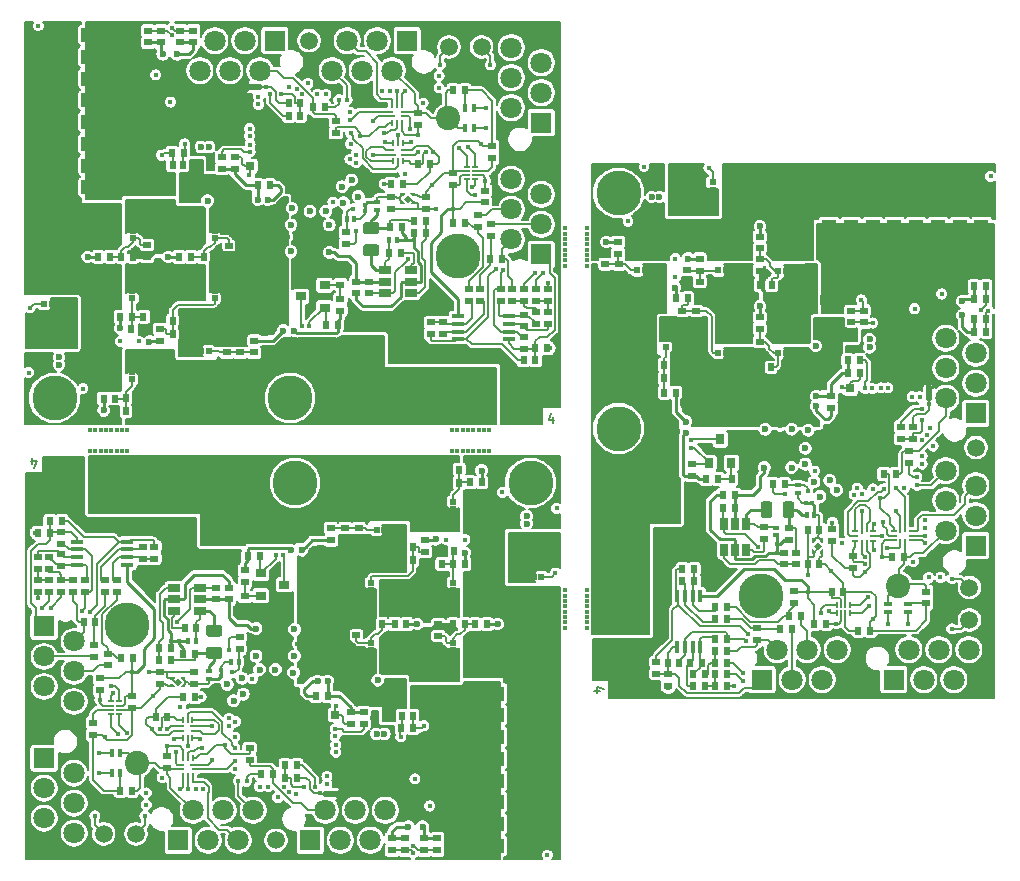
<source format=gbl>
G04 #@! TF.GenerationSoftware,KiCad,Pcbnew,5.0.2-bee76a0~70~ubuntu18.04.1*
G04 #@! TF.CreationDate,2019-02-13T09:30:15+01:00*
G04 #@! TF.ProjectId,motorboard_panel_x3,6d6f746f-7262-46f6-9172-645f70616e65,rev?*
G04 #@! TF.SameCoordinates,Original*
G04 #@! TF.FileFunction,Copper,L4,Bot*
G04 #@! TF.FilePolarity,Positive*
%FSLAX46Y46*%
G04 Gerber Fmt 4.6, Leading zero omitted, Abs format (unit mm)*
G04 Created by KiCad (PCBNEW 5.0.2-bee76a0~70~ubuntu18.04.1) date Wed 13 Feb 2019 09:30:15 CET*
%MOMM*%
%LPD*%
G01*
G04 APERTURE LIST*
G04 #@! TA.AperFunction,NonConductor*
%ADD10C,0.150000*%
G04 #@! TD*
G04 #@! TA.AperFunction,EtchedComponent*
%ADD11C,0.100000*%
G04 #@! TD*
G04 #@! TA.AperFunction,SMDPad,CuDef*
%ADD12R,0.600000X0.700000*%
G04 #@! TD*
G04 #@! TA.AperFunction,SMDPad,CuDef*
%ADD13R,0.700000X0.600000*%
G04 #@! TD*
G04 #@! TA.AperFunction,SMDPad,CuDef*
%ADD14R,1.100000X0.400000*%
G04 #@! TD*
G04 #@! TA.AperFunction,SMDPad,CuDef*
%ADD15R,0.500000X0.630000*%
G04 #@! TD*
G04 #@! TA.AperFunction,SMDPad,CuDef*
%ADD16R,1.230000X0.950000*%
G04 #@! TD*
G04 #@! TA.AperFunction,SMDPad,CuDef*
%ADD17R,0.350000X0.600000*%
G04 #@! TD*
G04 #@! TA.AperFunction,ComponentPad*
%ADD18C,3.800000*%
G04 #@! TD*
G04 #@! TA.AperFunction,SMDPad,CuDef*
%ADD19R,0.900000X0.800000*%
G04 #@! TD*
G04 #@! TA.AperFunction,SMDPad,CuDef*
%ADD20R,1.000000X1.250000*%
G04 #@! TD*
G04 #@! TA.AperFunction,ComponentPad*
%ADD21C,1.800000*%
G04 #@! TD*
G04 #@! TA.AperFunction,ComponentPad*
%ADD22R,1.800000X1.800000*%
G04 #@! TD*
G04 #@! TA.AperFunction,SMDPad,CuDef*
%ADD23R,0.950000X1.230000*%
G04 #@! TD*
G04 #@! TA.AperFunction,SMDPad,CuDef*
%ADD24R,0.630000X0.500000*%
G04 #@! TD*
G04 #@! TA.AperFunction,SMDPad,CuDef*
%ADD25R,0.450000X0.750000*%
G04 #@! TD*
G04 #@! TA.AperFunction,ViaPad*
%ADD26C,2.060000*%
G04 #@! TD*
G04 #@! TA.AperFunction,SMDPad,CuDef*
%ADD27C,0.200000*%
G04 #@! TD*
G04 #@! TA.AperFunction,Conductor*
%ADD28C,0.100000*%
G04 #@! TD*
G04 #@! TA.AperFunction,SMDPad,CuDef*
%ADD29C,0.480000*%
G04 #@! TD*
G04 #@! TA.AperFunction,SMDPad,CuDef*
%ADD30C,0.975000*%
G04 #@! TD*
G04 #@! TA.AperFunction,SMDPad,CuDef*
%ADD31R,1.060000X0.650000*%
G04 #@! TD*
G04 #@! TA.AperFunction,BGAPad,CuDef*
%ADD32C,1.500000*%
G04 #@! TD*
G04 #@! TA.AperFunction,SMDPad,CuDef*
%ADD33R,0.530000X0.200000*%
G04 #@! TD*
G04 #@! TA.AperFunction,SMDPad,CuDef*
%ADD34R,0.600000X0.350000*%
G04 #@! TD*
G04 #@! TA.AperFunction,Conductor*
%ADD35C,0.500000*%
G04 #@! TD*
G04 #@! TA.AperFunction,SMDPad,CuDef*
%ADD36R,0.563000X0.225000*%
G04 #@! TD*
G04 #@! TA.AperFunction,SMDPad,CuDef*
%ADD37R,0.225000X0.563000*%
G04 #@! TD*
G04 #@! TA.AperFunction,SMDPad,CuDef*
%ADD38R,0.663000X0.225000*%
G04 #@! TD*
G04 #@! TA.AperFunction,SMDPad,CuDef*
%ADD39R,0.800000X0.750000*%
G04 #@! TD*
G04 #@! TA.AperFunction,SMDPad,CuDef*
%ADD40R,0.900000X1.700000*%
G04 #@! TD*
G04 #@! TA.AperFunction,SMDPad,CuDef*
%ADD41R,0.400000X1.100000*%
G04 #@! TD*
G04 #@! TA.AperFunction,SMDPad,CuDef*
%ADD42R,0.800000X0.900000*%
G04 #@! TD*
G04 #@! TA.AperFunction,SMDPad,CuDef*
%ADD43R,1.250000X1.000000*%
G04 #@! TD*
G04 #@! TA.AperFunction,SMDPad,CuDef*
%ADD44R,0.750000X0.450000*%
G04 #@! TD*
G04 #@! TA.AperFunction,SMDPad,CuDef*
%ADD45R,0.650000X1.060000*%
G04 #@! TD*
G04 #@! TA.AperFunction,SMDPad,CuDef*
%ADD46R,0.200000X0.530000*%
G04 #@! TD*
G04 #@! TA.AperFunction,SMDPad,CuDef*
%ADD47R,0.225000X0.663000*%
G04 #@! TD*
G04 #@! TA.AperFunction,SMDPad,CuDef*
%ADD48R,0.750000X0.800000*%
G04 #@! TD*
G04 #@! TA.AperFunction,SMDPad,CuDef*
%ADD49R,1.700000X0.900000*%
G04 #@! TD*
G04 #@! TA.AperFunction,ViaPad*
%ADD50C,0.450000*%
G04 #@! TD*
G04 #@! TA.AperFunction,ViaPad*
%ADD51C,0.600000*%
G04 #@! TD*
G04 #@! TA.AperFunction,Conductor*
%ADD52C,0.254000*%
G04 #@! TD*
G04 #@! TA.AperFunction,Conductor*
%ADD53C,0.152400*%
G04 #@! TD*
G04 APERTURE END LIST*
D10*
X85947619Y-115821428D02*
X85947619Y-115288095D01*
X86138095Y-116126190D02*
X86328571Y-115554761D01*
X85833333Y-115554761D01*
X134021428Y-135052380D02*
X133488095Y-135052380D01*
X134326190Y-134861904D02*
X133754761Y-134671428D01*
X133754761Y-135166666D01*
X130052380Y-111778571D02*
X130052380Y-112311904D01*
X129861904Y-111473809D02*
X129671428Y-112045238D01*
X130166666Y-112045238D01*
D11*
G04 #@! TO.C,NT1*
G36*
X110750000Y-143950000D02*
X111750000Y-143950000D01*
X111750000Y-143450000D01*
X110750000Y-143450000D01*
X110750000Y-143950000D01*
G37*
G36*
X162150000Y-110250000D02*
X162150000Y-109250000D01*
X161650000Y-109250000D01*
X161650000Y-110250000D01*
X162150000Y-110250000D01*
G37*
G36*
X105250000Y-83650000D02*
X104250000Y-83650000D01*
X104250000Y-84150000D01*
X105250000Y-84150000D01*
X105250000Y-83650000D01*
G37*
G04 #@! TD*
D12*
G04 #@! TO.P,R12,1*
G04 #@! TO.N,Net-(C16-Pad1)*
X118164500Y-122800000D03*
G04 #@! TO.P,R12,2*
G04 #@! TO.N,/SL*
X117164500Y-122800000D03*
G04 #@! TD*
G04 #@! TO.P,R14,2*
G04 #@! TO.N,/OP1*
X118150000Y-137100000D03*
G04 #@! TO.P,R14,1*
G04 #@! TO.N,GND*
X119150000Y-137100000D03*
G04 #@! TD*
D13*
G04 #@! TO.P,R22,2*
G04 #@! TO.N,Net-(R22-Pad2)*
X97350000Y-140550000D03*
G04 #@! TO.P,R22,1*
G04 #@! TO.N,GNDD*
X97350000Y-141550000D03*
G04 #@! TD*
D12*
G04 #@! TO.P,R23,1*
G04 #@! TO.N,GNDD*
X96400000Y-137200000D03*
G04 #@! TO.P,R23,2*
G04 #@! TO.N,Net-(R23-Pad2)*
X97400000Y-137200000D03*
G04 #@! TD*
G04 #@! TO.P,R20,2*
G04 #@! TO.N,Net-(Q7-Pad4)*
X105200000Y-123600000D03*
G04 #@! TO.P,R20,1*
G04 #@! TO.N,VCP*
X104200000Y-123600000D03*
G04 #@! TD*
D13*
G04 #@! TO.P,R30,2*
G04 #@! TO.N,VDH*
X101500000Y-127250000D03*
G04 #@! TO.P,R30,1*
G04 #@! TO.N,Net-(R30-Pad1)*
X101500000Y-126250000D03*
G04 #@! TD*
G04 #@! TO.P,R21,2*
G04 #@! TO.N,Net-(C22-Pad2)*
X103950000Y-127000000D03*
G04 #@! TO.P,R21,1*
G04 #@! TO.N,GND*
X103950000Y-128000000D03*
G04 #@! TD*
G04 #@! TO.P,R32,1*
G04 #@! TO.N,Net-(R32-Pad1)*
X91100000Y-137700000D03*
G04 #@! TO.P,R32,2*
G04 #@! TO.N,/Comms/3V3*
X91100000Y-138700000D03*
G04 #@! TD*
G04 #@! TO.P,R49,1*
G04 #@! TO.N,/Vdd_Ext*
X88400000Y-121550000D03*
G04 #@! TO.P,R49,2*
G04 #@! TO.N,/P2.4*
X88400000Y-122550000D03*
G04 #@! TD*
G04 #@! TO.P,R34,1*
G04 #@! TO.N,/Power in/VIN*
X120250000Y-147500000D03*
G04 #@! TO.P,R34,2*
G04 #@! TO.N,Net-(D6-Pad1)*
X120250000Y-148500000D03*
G04 #@! TD*
G04 #@! TO.P,R43,1*
G04 #@! TO.N,Net-(R43-Pad1)*
X86400000Y-123700000D03*
G04 #@! TO.P,R43,2*
G04 #@! TO.N,Net-(C49-Pad2)*
X86400000Y-124700000D03*
G04 #@! TD*
G04 #@! TO.P,R36,1*
G04 #@! TO.N,Net-(C46-Pad1)*
X92350000Y-131850000D03*
G04 #@! TO.P,R36,2*
G04 #@! TO.N,/Comms/A+*
X92350000Y-132850000D03*
G04 #@! TD*
D12*
G04 #@! TO.P,C47,1*
G04 #@! TO.N,GNDD*
X90300000Y-129150000D03*
G04 #@! TO.P,C47,2*
G04 #@! TO.N,Net-(C47-Pad2)*
X91300000Y-129150000D03*
G04 #@! TD*
D14*
G04 #@! TO.P,U2,8*
G04 #@! TO.N,/Vdd_Ext*
X89700000Y-122375000D03*
G04 #@! TO.P,U2,7*
G04 #@! TO.N,/P2.4*
X89700000Y-123025000D03*
G04 #@! TO.P,U2,6*
G04 #@! TO.N,Net-(R43-Pad1)*
X89700000Y-123675000D03*
G04 #@! TO.P,U2,5*
G04 #@! TO.N,Net-(R42-Pad1)*
X89700000Y-124325000D03*
G04 #@! TO.P,U2,4*
G04 #@! TO.N,GNDD*
X94000000Y-124325000D03*
G04 #@! TO.P,U2,3*
G04 #@! TO.N,Net-(R40-Pad1)*
X94000000Y-123675000D03*
G04 #@! TO.P,U2,2*
G04 #@! TO.N,Net-(R41-Pad1)*
X94000000Y-123025000D03*
G04 #@! TO.P,U2,1*
G04 #@! TO.N,/P2.0*
X94000000Y-122375000D03*
G04 #@! TD*
D13*
G04 #@! TO.P,C49,1*
G04 #@! TO.N,GNDD*
X86400000Y-126600000D03*
G04 #@! TO.P,C49,2*
G04 #@! TO.N,Net-(C49-Pad2)*
X86400000Y-125600000D03*
G04 #@! TD*
D12*
G04 #@! TO.P,C46,2*
G04 #@! TO.N,GNDD*
X94450000Y-132250000D03*
G04 #@! TO.P,C46,1*
G04 #@! TO.N,Net-(C46-Pad1)*
X93450000Y-132250000D03*
G04 #@! TD*
G04 #@! TO.P,C43,2*
G04 #@! TO.N,/Vdd_Ext*
X87450000Y-121600000D03*
G04 #@! TO.P,C43,1*
G04 #@! TO.N,GNDD*
X86450000Y-121600000D03*
G04 #@! TD*
D13*
G04 #@! TO.P,R42,2*
G04 #@! TO.N,Net-(C48-Pad1)*
X87400000Y-124700000D03*
G04 #@! TO.P,R42,1*
G04 #@! TO.N,Net-(R42-Pad1)*
X87400000Y-123700000D03*
G04 #@! TD*
D15*
G04 #@! TO.P,Q7,1*
G04 #@! TO.N,Net-(D2-Pad1)*
X127113000Y-125372500D03*
G04 #@! TO.P,Q7,2*
X127753000Y-125372500D03*
G04 #@! TO.P,Q7,3*
X128413000Y-125372500D03*
G04 #@! TO.P,Q7,4*
G04 #@! TO.N,Net-(Q7-Pad4)*
X129053000Y-125372500D03*
G04 #@! TO.P,Q7,5*
G04 #@! TO.N,VDH*
X129053000Y-128252500D03*
X128413000Y-128252500D03*
X127753000Y-128252500D03*
X127113000Y-128252500D03*
D16*
X128693000Y-127672500D03*
X127473000Y-127672500D03*
X128693000Y-126722500D03*
X127473000Y-126722500D03*
G04 #@! TD*
D13*
G04 #@! TO.P,R39,2*
G04 #@! TO.N,/Comms/B-*
X87400000Y-126600000D03*
G04 #@! TO.P,R39,1*
G04 #@! TO.N,Net-(C49-Pad2)*
X87400000Y-125600000D03*
G04 #@! TD*
G04 #@! TO.P,C22,1*
G04 #@! TO.N,VCP*
X103950000Y-124800000D03*
G04 #@! TO.P,C22,2*
G04 #@! TO.N,Net-(C22-Pad2)*
X103950000Y-125800000D03*
G04 #@! TD*
D17*
G04 #@! TO.P,D7,1*
G04 #@! TO.N,Net-(C42-Pad2)*
X99825000Y-130750000D03*
G04 #@! TO.P,D7,2*
G04 #@! TO.N,GNDD*
X99175000Y-130750000D03*
G04 #@! TD*
D12*
G04 #@! TO.P,C15,1*
G04 #@! TO.N,Net-(C15-Pad1)*
X120630000Y-124270000D03*
G04 #@! TO.P,C15,2*
G04 #@! TO.N,/Driver Bridge Single Mosfet/SH2*
X119630000Y-124270000D03*
G04 #@! TD*
D13*
G04 #@! TO.P,R38,1*
G04 #@! TO.N,Net-(C48-Pad1)*
X88400000Y-125600000D03*
G04 #@! TO.P,R38,2*
G04 #@! TO.N,/Comms/B+*
X88400000Y-126600000D03*
G04 #@! TD*
D12*
G04 #@! TO.P,R9,1*
G04 #@! TO.N,Net-(C15-Pad1)*
X121590000Y-124270000D03*
G04 #@! TO.P,R9,2*
G04 #@! TO.N,/GH2*
X122590000Y-124270000D03*
G04 #@! TD*
D18*
G04 #@! TO.P,MK3,1*
G04 #@! TO.N,GND*
X120082000Y-140287200D03*
G04 #@! TD*
G04 #@! TO.P,MK4,1*
G04 #@! TO.N,GND*
X94000000Y-129450000D03*
G04 #@! TD*
D13*
G04 #@! TO.P,R8,1*
G04 #@! TO.N,Net-(C14-Pad1)*
X113400000Y-130300000D03*
G04 #@! TO.P,R8,2*
G04 #@! TO.N,/SL*
X113400000Y-129300000D03*
G04 #@! TD*
D19*
G04 #@! TO.P,Q8,3*
G04 #@! TO.N,Net-(D2-Pad2)*
X107300000Y-126000000D03*
G04 #@! TO.P,Q8,2*
G04 #@! TO.N,Net-(Q7-Pad4)*
X105300000Y-125050000D03*
G04 #@! TO.P,Q8,1*
G04 #@! TO.N,Net-(C22-Pad2)*
X105300000Y-126950000D03*
G04 #@! TD*
D20*
G04 #@! TO.P,C26,2*
G04 #@! TO.N,GND*
X125400250Y-146275250D03*
G04 #@! TO.P,C26,1*
G04 #@! TO.N,VDH*
X127400250Y-146275250D03*
G04 #@! TD*
G04 #@! TO.P,C25,2*
G04 #@! TO.N,GND*
X125400250Y-148116750D03*
G04 #@! TO.P,C25,1*
G04 #@! TO.N,VDH*
X127400250Y-148116750D03*
G04 #@! TD*
G04 #@! TO.P,C28,2*
G04 #@! TO.N,GND*
X125400250Y-142592250D03*
G04 #@! TO.P,C28,1*
G04 #@! TO.N,VDH*
X127400250Y-142592250D03*
G04 #@! TD*
G04 #@! TO.P,C31,2*
G04 #@! TO.N,GND*
X125400250Y-144433750D03*
G04 #@! TO.P,C31,1*
G04 #@! TO.N,VDH*
X127400250Y-144433750D03*
G04 #@! TD*
D12*
G04 #@! TO.P,C11,2*
G04 #@! TO.N,GNDA*
X108350000Y-142350000D03*
G04 #@! TO.P,C11,1*
G04 #@! TO.N,Net-(C11-Pad1)*
X107350000Y-142350000D03*
G04 #@! TD*
D13*
G04 #@! TO.P,R2,2*
G04 #@! TO.N,VDH*
X112900000Y-136800000D03*
G04 #@! TO.P,R2,1*
G04 #@! TO.N,Net-(C6-Pad1)*
X112900000Y-137800000D03*
G04 #@! TD*
G04 #@! TO.P,C35,2*
G04 #@! TO.N,GNDD*
X99650000Y-133400000D03*
G04 #@! TO.P,C35,1*
G04 #@! TO.N,/Vdd_Ext*
X99650000Y-134400000D03*
G04 #@! TD*
G04 #@! TO.P,R45,2*
G04 #@! TO.N,Net-(R43-Pad1)*
X88400000Y-123450000D03*
G04 #@! TO.P,R45,1*
G04 #@! TO.N,Net-(R42-Pad1)*
X88400000Y-124450000D03*
G04 #@! TD*
D21*
G04 #@! TO.P,J2,6*
G04 #@! TO.N,/Comms/B+*
X89490000Y-135900000D03*
G04 #@! TO.P,J2,5*
G04 #@! TO.N,/Comms/B-*
X86950000Y-134630000D03*
D22*
G04 #@! TO.P,J2,1*
G04 #@! TO.N,/Vdd_Ext*
X86950000Y-129550000D03*
D21*
G04 #@! TO.P,J2,2*
G04 #@! TO.N,GNDD*
X89490000Y-130820000D03*
G04 #@! TO.P,J2,3*
G04 #@! TO.N,/Comms/A-*
X86950000Y-132090000D03*
G04 #@! TO.P,J2,4*
G04 #@! TO.N,/Comms/A+*
X89490000Y-133360000D03*
G04 #@! TD*
D12*
G04 #@! TO.P,C7,1*
G04 #@! TO.N,VCP*
X109950000Y-135400000D03*
G04 #@! TO.P,C7,2*
G04 #@! TO.N,VDH*
X110950000Y-135400000D03*
G04 #@! TD*
D23*
G04 #@! TO.P,Q1,5*
G04 #@! TO.N,VDH*
X122886750Y-132494750D03*
X122886750Y-131274750D03*
X123836750Y-132494750D03*
X123836750Y-131274750D03*
D24*
X124416750Y-132854750D03*
X124416750Y-132214750D03*
X124416750Y-131554750D03*
X124416750Y-130914750D03*
G04 #@! TO.P,Q1,4*
G04 #@! TO.N,Net-(C13-Pad1)*
X121536750Y-130914750D03*
G04 #@! TO.P,Q1,3*
G04 #@! TO.N,/Driver Bridge Single Mosfet/SH1*
X121536750Y-131554750D03*
G04 #@! TO.P,Q1,2*
X121536750Y-132214750D03*
G04 #@! TO.P,Q1,1*
X121536750Y-132854750D03*
G04 #@! TD*
D23*
G04 #@! TO.P,Q2,5*
G04 #@! TO.N,/Driver Bridge Single Mosfet/SH1*
X115965250Y-132494750D03*
X115965250Y-131274750D03*
X116915250Y-132494750D03*
X116915250Y-131274750D03*
D24*
X117495250Y-132854750D03*
X117495250Y-132214750D03*
X117495250Y-131554750D03*
X117495250Y-130914750D03*
G04 #@! TO.P,Q2,4*
G04 #@! TO.N,Net-(C14-Pad1)*
X114615250Y-130914750D03*
G04 #@! TO.P,Q2,3*
G04 #@! TO.N,/SL*
X114615250Y-131554750D03*
G04 #@! TO.P,Q2,2*
X114615250Y-132214750D03*
G04 #@! TO.P,Q2,1*
X114615250Y-132854750D03*
G04 #@! TD*
D12*
G04 #@! TO.P,C18,1*
G04 #@! TO.N,Net-(C18-Pad1)*
X122106000Y-117414500D03*
G04 #@! TO.P,C18,2*
G04 #@! TO.N,/Driver Bridge Single Mosfet/SH3*
X121106000Y-117414500D03*
G04 #@! TD*
D21*
G04 #@! TO.P,J3,4*
G04 #@! TO.N,/P0.4*
X89490000Y-144510000D03*
G04 #@! TO.P,J3,3*
G04 #@! TO.N,/P1.3*
X86950000Y-143240000D03*
G04 #@! TO.P,J3,2*
G04 #@! TO.N,GNDD*
X89490000Y-141970000D03*
D22*
G04 #@! TO.P,J3,1*
G04 #@! TO.N,/Vdd_Ext*
X86950000Y-140700000D03*
D21*
G04 #@! TO.P,J3,5*
G04 #@! TO.N,/P2.2*
X86950000Y-145780000D03*
G04 #@! TO.P,J3,6*
G04 #@! TO.N,GNDD*
X89490000Y-147050000D03*
G04 #@! TD*
D25*
G04 #@! TO.P,U8,2*
G04 #@! TO.N,/Comms/3V3*
X93380000Y-141940000D03*
G04 #@! TO.P,U8,4*
G04 #@! TO.N,GNDD*
X93380000Y-140240000D03*
G04 #@! TO.P,U8,3*
G04 #@! TO.N,Net-(J9-Pad1)*
X92680000Y-140240000D03*
G04 #@! TO.P,U8,1*
G04 #@! TO.N,Net-(J8-Pad1)*
X92680000Y-141940000D03*
D26*
G04 #@! TD*
G04 #@! TO.N,GNDD*
G04 #@! TO.C,U8*
X94860000Y-141090000D03*
D12*
G04 #@! TO.P,C14,2*
G04 #@! TO.N,/SL*
X114539250Y-129344750D03*
G04 #@! TO.P,C14,1*
G04 #@! TO.N,Net-(C14-Pad1)*
X115539250Y-129344750D03*
G04 #@! TD*
G04 #@! TO.P,C17,1*
G04 #@! TO.N,/OP2*
X117200000Y-138150000D03*
G04 #@! TO.P,C17,2*
G04 #@! TO.N,/OP1*
X118200000Y-138150000D03*
G04 #@! TD*
G04 #@! TO.P,C16,2*
G04 #@! TO.N,/SL*
X117164500Y-123950000D03*
G04 #@! TO.P,C16,1*
G04 #@! TO.N,Net-(C16-Pad1)*
X118164500Y-123950000D03*
G04 #@! TD*
D13*
G04 #@! TO.P,R35,2*
G04 #@! TO.N,Net-(D6-Pad2)*
X116400000Y-148500000D03*
G04 #@! TO.P,R35,1*
G04 #@! TO.N,VDH*
X116400000Y-147500000D03*
G04 #@! TD*
G04 #@! TO.P,C48,2*
G04 #@! TO.N,GNDD*
X89400000Y-126600000D03*
G04 #@! TO.P,C48,1*
G04 #@! TO.N,Net-(C48-Pad1)*
X89400000Y-125600000D03*
G04 #@! TD*
D12*
G04 #@! TO.P,R25,1*
G04 #@! TO.N,/P0.2*
X105300000Y-142000000D03*
G04 #@! TO.P,R25,2*
G04 #@! TO.N,GNDD*
X106300000Y-142000000D03*
G04 #@! TD*
G04 #@! TO.P,R48,2*
G04 #@! TO.N,/Vdd_Ext*
X87450000Y-120600000D03*
G04 #@! TO.P,R48,1*
G04 #@! TO.N,/P2.0*
X88450000Y-120600000D03*
G04 #@! TD*
D13*
G04 #@! TO.P,R28,1*
G04 #@! TO.N,VDH*
X117500000Y-147500000D03*
G04 #@! TO.P,R28,2*
G04 #@! TO.N,Net-(D6-Pad2)*
X117500000Y-148500000D03*
G04 #@! TD*
G04 #@! TO.P,R40,1*
G04 #@! TO.N,Net-(R40-Pad1)*
X93100000Y-125600000D03*
G04 #@! TO.P,R40,2*
G04 #@! TO.N,Net-(C46-Pad1)*
X93100000Y-126600000D03*
G04 #@! TD*
D27*
G04 #@! TO.P,U7,1*
G04 #@! TO.N,/Comms/3V3*
X97710000Y-134610000D03*
D28*
G04 #@! TD*
G04 #@! TO.N,/Comms/3V3*
G04 #@! TO.C,U7*
G36*
X97610000Y-134710000D02*
X97610000Y-134460000D01*
X97830000Y-134460000D01*
X98080000Y-134710000D01*
X97610000Y-134710000D01*
X97610000Y-134710000D01*
G37*
D27*
G04 #@! TO.P,U7,3*
G04 #@! TO.N,/Vdd_Ext*
X98810000Y-133910000D03*
D28*
G04 #@! TD*
G04 #@! TO.N,/Vdd_Ext*
G04 #@! TO.C,U7*
G36*
X98910000Y-133810000D02*
X98910000Y-134060000D01*
X98690000Y-134060000D01*
X98510000Y-133880000D01*
X98510000Y-133810000D01*
X98910000Y-133810000D01*
X98910000Y-133810000D01*
G37*
D27*
G04 #@! TO.P,U7,2*
G04 #@! TO.N,GNDD*
X97710000Y-133910000D03*
D28*
G04 #@! TD*
G04 #@! TO.N,GNDD*
G04 #@! TO.C,U7*
G36*
X97830000Y-134060000D02*
X97610000Y-134060000D01*
X97610000Y-133810000D01*
X98010000Y-133810000D01*
X98010000Y-133880000D01*
X97830000Y-134060000D01*
X97830000Y-134060000D01*
G37*
D29*
G04 #@! TO.P,U7,5*
G04 #@! TO.N,GNDD*
X98260000Y-134260000D03*
D28*
G04 #@! TD*
G04 #@! TO.N,GNDD*
G04 #@! TO.C,U7*
G36*
X98599411Y-134260000D02*
X98260000Y-134599411D01*
X97920589Y-134260000D01*
X98260000Y-133920589D01*
X98599411Y-134260000D01*
X98599411Y-134260000D01*
G37*
D27*
G04 #@! TO.P,U7,4*
G04 #@! TO.N,/Vdd_Ext*
X98810000Y-134610000D03*
D28*
G04 #@! TD*
G04 #@! TO.N,/Vdd_Ext*
G04 #@! TO.C,U7*
G36*
X98690000Y-134460000D02*
X98910000Y-134460000D01*
X98910000Y-134710000D01*
X98510000Y-134710000D01*
X98510000Y-134640000D01*
X98690000Y-134460000D01*
X98690000Y-134460000D01*
G37*
D13*
G04 #@! TO.P,R27,1*
G04 #@! TO.N,/Power in/VIN*
X119150000Y-147500000D03*
G04 #@! TO.P,R27,2*
G04 #@! TO.N,Net-(D6-Pad1)*
X119150000Y-148500000D03*
G04 #@! TD*
D12*
G04 #@! TO.P,R31,2*
G04 #@! TO.N,Net-(C41-Pad2)*
X97700000Y-132400000D03*
G04 #@! TO.P,R31,1*
G04 #@! TO.N,Net-(R29-Pad1)*
X96700000Y-132400000D03*
G04 #@! TD*
D28*
G04 #@! TO.N,Net-(C41-Pad2)*
G04 #@! TO.C,L2*
G36*
X101830142Y-131301174D02*
X101853803Y-131304684D01*
X101877007Y-131310496D01*
X101899529Y-131318554D01*
X101921153Y-131328782D01*
X101941670Y-131341079D01*
X101960883Y-131355329D01*
X101978607Y-131371393D01*
X101994671Y-131389117D01*
X102008921Y-131408330D01*
X102021218Y-131428847D01*
X102031446Y-131450471D01*
X102039504Y-131472993D01*
X102045316Y-131496197D01*
X102048826Y-131519858D01*
X102050000Y-131543750D01*
X102050000Y-132031250D01*
X102048826Y-132055142D01*
X102045316Y-132078803D01*
X102039504Y-132102007D01*
X102031446Y-132124529D01*
X102021218Y-132146153D01*
X102008921Y-132166670D01*
X101994671Y-132185883D01*
X101978607Y-132203607D01*
X101960883Y-132219671D01*
X101941670Y-132233921D01*
X101921153Y-132246218D01*
X101899529Y-132256446D01*
X101877007Y-132264504D01*
X101853803Y-132270316D01*
X101830142Y-132273826D01*
X101806250Y-132275000D01*
X100893750Y-132275000D01*
X100869858Y-132273826D01*
X100846197Y-132270316D01*
X100822993Y-132264504D01*
X100800471Y-132256446D01*
X100778847Y-132246218D01*
X100758330Y-132233921D01*
X100739117Y-132219671D01*
X100721393Y-132203607D01*
X100705329Y-132185883D01*
X100691079Y-132166670D01*
X100678782Y-132146153D01*
X100668554Y-132124529D01*
X100660496Y-132102007D01*
X100654684Y-132078803D01*
X100651174Y-132055142D01*
X100650000Y-132031250D01*
X100650000Y-131543750D01*
X100651174Y-131519858D01*
X100654684Y-131496197D01*
X100660496Y-131472993D01*
X100668554Y-131450471D01*
X100678782Y-131428847D01*
X100691079Y-131408330D01*
X100705329Y-131389117D01*
X100721393Y-131371393D01*
X100739117Y-131355329D01*
X100758330Y-131341079D01*
X100778847Y-131328782D01*
X100800471Y-131318554D01*
X100822993Y-131310496D01*
X100846197Y-131304684D01*
X100869858Y-131301174D01*
X100893750Y-131300000D01*
X101806250Y-131300000D01*
X101830142Y-131301174D01*
X101830142Y-131301174D01*
G37*
D30*
G04 #@! TD*
G04 #@! TO.P,L2,2*
G04 #@! TO.N,Net-(C41-Pad2)*
X101350000Y-131787500D03*
D28*
G04 #@! TO.N,Net-(C42-Pad2)*
G04 #@! TO.C,L2*
G36*
X101830142Y-129426174D02*
X101853803Y-129429684D01*
X101877007Y-129435496D01*
X101899529Y-129443554D01*
X101921153Y-129453782D01*
X101941670Y-129466079D01*
X101960883Y-129480329D01*
X101978607Y-129496393D01*
X101994671Y-129514117D01*
X102008921Y-129533330D01*
X102021218Y-129553847D01*
X102031446Y-129575471D01*
X102039504Y-129597993D01*
X102045316Y-129621197D01*
X102048826Y-129644858D01*
X102050000Y-129668750D01*
X102050000Y-130156250D01*
X102048826Y-130180142D01*
X102045316Y-130203803D01*
X102039504Y-130227007D01*
X102031446Y-130249529D01*
X102021218Y-130271153D01*
X102008921Y-130291670D01*
X101994671Y-130310883D01*
X101978607Y-130328607D01*
X101960883Y-130344671D01*
X101941670Y-130358921D01*
X101921153Y-130371218D01*
X101899529Y-130381446D01*
X101877007Y-130389504D01*
X101853803Y-130395316D01*
X101830142Y-130398826D01*
X101806250Y-130400000D01*
X100893750Y-130400000D01*
X100869858Y-130398826D01*
X100846197Y-130395316D01*
X100822993Y-130389504D01*
X100800471Y-130381446D01*
X100778847Y-130371218D01*
X100758330Y-130358921D01*
X100739117Y-130344671D01*
X100721393Y-130328607D01*
X100705329Y-130310883D01*
X100691079Y-130291670D01*
X100678782Y-130271153D01*
X100668554Y-130249529D01*
X100660496Y-130227007D01*
X100654684Y-130203803D01*
X100651174Y-130180142D01*
X100650000Y-130156250D01*
X100650000Y-129668750D01*
X100651174Y-129644858D01*
X100654684Y-129621197D01*
X100660496Y-129597993D01*
X100668554Y-129575471D01*
X100678782Y-129553847D01*
X100691079Y-129533330D01*
X100705329Y-129514117D01*
X100721393Y-129496393D01*
X100739117Y-129480329D01*
X100758330Y-129466079D01*
X100778847Y-129453782D01*
X100800471Y-129443554D01*
X100822993Y-129435496D01*
X100846197Y-129429684D01*
X100869858Y-129426174D01*
X100893750Y-129425000D01*
X101806250Y-129425000D01*
X101830142Y-129426174D01*
X101830142Y-129426174D01*
G37*
D30*
G04 #@! TD*
G04 #@! TO.P,L2,1*
G04 #@! TO.N,Net-(C42-Pad2)*
X101350000Y-129912500D03*
D17*
G04 #@! TO.P,D8,2*
G04 #@! TO.N,/Vdd_Ext_En*
X103425000Y-132550000D03*
G04 #@! TO.P,D8,1*
G04 #@! TO.N,/Vdd_Ext*
X102775000Y-132550000D03*
G04 #@! TD*
D31*
G04 #@! TO.P,U9,5*
G04 #@! TO.N,VDH*
X100150000Y-127250000D03*
G04 #@! TO.P,U9,6*
G04 #@! TO.N,Net-(C42-Pad2)*
X100150000Y-128200000D03*
G04 #@! TO.P,U9,4*
G04 #@! TO.N,Net-(R30-Pad1)*
X100150000Y-126300000D03*
G04 #@! TO.P,U9,3*
G04 #@! TO.N,Net-(R29-Pad1)*
X97950000Y-126300000D03*
G04 #@! TO.P,U9,2*
G04 #@! TO.N,GNDD*
X97950000Y-127250000D03*
G04 #@! TO.P,U9,1*
G04 #@! TO.N,Net-(C42-Pad1)*
X97950000Y-128200000D03*
G04 #@! TD*
D20*
G04 #@! TO.P,C30,2*
G04 #@! TO.N,GND*
X125400250Y-135226250D03*
G04 #@! TO.P,C30,1*
G04 #@! TO.N,VDH*
X127400250Y-135226250D03*
G04 #@! TD*
D32*
G04 #@! TO.P,J8,1*
G04 #@! TO.N,Net-(J8-Pad1)*
X94750000Y-147100000D03*
G04 #@! TD*
D12*
G04 #@! TO.P,R29,1*
G04 #@! TO.N,Net-(R29-Pad1)*
X96700000Y-131400000D03*
G04 #@! TO.P,R29,2*
G04 #@! TO.N,GNDD*
X97700000Y-131400000D03*
G04 #@! TD*
D13*
G04 #@! TO.P,R33,1*
G04 #@! TO.N,Net-(R30-Pad1)*
X103500000Y-130450000D03*
G04 #@! TO.P,R33,2*
G04 #@! TO.N,/Vdd_Ext_En*
X103500000Y-131450000D03*
G04 #@! TD*
G04 #@! TO.P,R41,1*
G04 #@! TO.N,Net-(R41-Pad1)*
X92100000Y-125600000D03*
G04 #@! TO.P,R41,2*
G04 #@! TO.N,Net-(C47-Pad2)*
X92100000Y-126600000D03*
G04 #@! TD*
G04 #@! TO.P,R37,2*
G04 #@! TO.N,/Comms/A-*
X91200000Y-132100000D03*
G04 #@! TO.P,R37,1*
G04 #@! TO.N,Net-(C47-Pad2)*
X91200000Y-131100000D03*
G04 #@! TD*
G04 #@! TO.P,R24,2*
G04 #@! TO.N,GNDD*
X104350000Y-140850000D03*
G04 #@! TO.P,R24,1*
G04 #@! TO.N,/TMS*
X104350000Y-139850000D03*
G04 #@! TD*
D20*
G04 #@! TO.P,C29,2*
G04 #@! TO.N,GND*
X125400250Y-140750750D03*
G04 #@! TO.P,C29,1*
G04 #@! TO.N,VDH*
X127400250Y-140750750D03*
G04 #@! TD*
D13*
G04 #@! TO.P,R44,2*
G04 #@! TO.N,Net-(R41-Pad1)*
X95300000Y-122800000D03*
G04 #@! TO.P,R44,1*
G04 #@! TO.N,Net-(R40-Pad1)*
X95300000Y-123800000D03*
G04 #@! TD*
G04 #@! TO.P,R47,1*
G04 #@! TO.N,/P2.4*
X90400000Y-126600000D03*
G04 #@! TO.P,R47,2*
G04 #@! TO.N,Net-(R42-Pad1)*
X90400000Y-125600000D03*
G04 #@! TD*
D33*
G04 #@! TO.P,U6,8*
G04 #@! TO.N,/P0.2*
X92590000Y-135900000D03*
G04 #@! TO.P,U6,7*
G04 #@! TO.N,/Vdd_Ext*
X92590000Y-136250000D03*
G04 #@! TO.P,U6,6*
G04 #@! TO.N,Net-(R32-Pad1)*
X92590000Y-136600000D03*
G04 #@! TO.P,U6,5*
G04 #@! TO.N,Net-(U5-Pad14)*
X92590000Y-136950000D03*
G04 #@! TO.P,U6,4*
G04 #@! TO.N,Net-(U5-Pad13)*
X93260000Y-136950000D03*
G04 #@! TO.P,U6,3*
G04 #@! TO.N,/Comms/3V3*
X93260000Y-136600000D03*
G04 #@! TO.P,U6,2*
G04 #@! TO.N,GNDD*
X93260000Y-136250000D03*
G04 #@! TO.P,U6,1*
G04 #@! TO.N,/P0.3*
X93260000Y-135900000D03*
G04 #@! TD*
D32*
G04 #@! TO.P,J4,1*
G04 #@! TO.N,/LIN*
X106600000Y-147650000D03*
G04 #@! TD*
D18*
G04 #@! TO.P,MK1,1*
G04 #@! TO.N,GND*
X128150000Y-117400000D03*
G04 #@! TD*
D34*
G04 #@! TO.P,D9,1*
G04 #@! TO.N,/Vdd_Ext*
X100900000Y-133975000D03*
G04 #@! TO.P,D9,2*
G04 #@! TO.N,Net-(C41-Pad2)*
X100900000Y-133325000D03*
G04 #@! TD*
D35*
G04 #@! TO.N,GND*
G04 #@! TO.C,NT1*
X111750000Y-143700000D03*
G04 #@! TO.N,GNDA*
X110750000Y-143700000D03*
G04 #@! TD*
D36*
G04 #@! TO.P,U3,10*
G04 #@! TO.N,/RST*
X99718500Y-141650000D03*
D37*
G04 #@! TO.P,U3,9*
G04 #@! TO.N,/Comms/MOSI1/SDA/DispB-RST*
X99550000Y-142218500D03*
G04 #@! TO.P,U3,8*
G04 #@! TO.N,Net-(R22-Pad2)*
X99150000Y-142218500D03*
G04 #@! TO.P,U3,7*
G04 #@! TO.N,/P0.2*
X98750000Y-142218500D03*
D36*
G04 #@! TO.P,U3,6*
G04 #@! TO.N,GNDD*
X98581500Y-141650000D03*
G04 #@! TO.P,U3,5*
G04 #@! TO.N,/P0.1*
X98581500Y-141250000D03*
D37*
G04 #@! TO.P,U3,4*
G04 #@! TO.N,Net-(R22-Pad2)*
X98750000Y-140681500D03*
G04 #@! TO.P,U3,3*
G04 #@! TO.N,/Comms/MISO1/DispA-TMS*
X99150000Y-140681500D03*
G04 #@! TO.P,U3,2*
G04 #@! TO.N,/TMS*
X99550000Y-140681500D03*
D38*
G04 #@! TO.P,U3,1*
G04 #@! TO.N,/Vdd_Ext*
X99668500Y-141250000D03*
G04 #@! TD*
D18*
G04 #@! TO.P,MK2,1*
G04 #@! TO.N,GND*
X108200000Y-117400000D03*
G04 #@! TD*
D36*
G04 #@! TO.P,U4,10*
G04 #@! TO.N,Net-(U4-Pad10)*
X99668500Y-138400000D03*
D37*
G04 #@! TO.P,U4,9*
G04 #@! TO.N,/Comms/SS1/DispAo/SWCLK*
X99500000Y-138968500D03*
G04 #@! TO.P,U4,8*
G04 #@! TO.N,Net-(R23-Pad2)*
X99100000Y-138968500D03*
G04 #@! TO.P,U4,7*
G04 #@! TO.N,/P2.5*
X98700000Y-138968500D03*
D36*
G04 #@! TO.P,U4,6*
G04 #@! TO.N,GNDD*
X98531500Y-138400000D03*
G04 #@! TO.P,U4,5*
G04 #@! TO.N,/Comms/LED*
X98531500Y-138000000D03*
D37*
G04 #@! TO.P,U4,4*
G04 #@! TO.N,Net-(R23-Pad2)*
X98700000Y-137431500D03*
G04 #@! TO.P,U4,3*
G04 #@! TO.N,/P0.0*
X99100000Y-137431500D03*
G04 #@! TO.P,U4,2*
G04 #@! TO.N,Net-(U4-Pad10)*
X99500000Y-137431500D03*
D38*
G04 #@! TO.P,U4,1*
G04 #@! TO.N,/Vdd_Ext*
X99618500Y-138000000D03*
G04 #@! TD*
D20*
G04 #@! TO.P,C27,2*
G04 #@! TO.N,GND*
X125400250Y-138909250D03*
G04 #@! TO.P,C27,1*
G04 #@! TO.N,VDH*
X127400250Y-138909250D03*
G04 #@! TD*
D32*
G04 #@! TO.P,J9,1*
G04 #@! TO.N,Net-(J9-Pad1)*
X92000000Y-147100000D03*
G04 #@! TD*
D23*
G04 #@! TO.P,Q3,5*
G04 #@! TO.N,VDH*
X122950250Y-127414750D03*
X122950250Y-126194750D03*
X123900250Y-127414750D03*
X123900250Y-126194750D03*
D24*
X124480250Y-127774750D03*
X124480250Y-127134750D03*
X124480250Y-126474750D03*
X124480250Y-125834750D03*
G04 #@! TO.P,Q3,4*
G04 #@! TO.N,Net-(C15-Pad1)*
X121600250Y-125834750D03*
G04 #@! TO.P,Q3,3*
G04 #@! TO.N,/Driver Bridge Single Mosfet/SH2*
X121600250Y-126474750D03*
G04 #@! TO.P,Q3,2*
X121600250Y-127134750D03*
G04 #@! TO.P,Q3,1*
X121600250Y-127774750D03*
G04 #@! TD*
D23*
G04 #@! TO.P,Q4,5*
G04 #@! TO.N,/Driver Bridge Single Mosfet/SH2*
X115965250Y-127414750D03*
X115965250Y-126194750D03*
X116915250Y-127414750D03*
X116915250Y-126194750D03*
D24*
X117495250Y-127774750D03*
X117495250Y-127134750D03*
X117495250Y-126474750D03*
X117495250Y-125834750D03*
G04 #@! TO.P,Q4,4*
G04 #@! TO.N,Net-(C16-Pad1)*
X114615250Y-125834750D03*
G04 #@! TO.P,Q4,3*
G04 #@! TO.N,/SL*
X114615250Y-126474750D03*
G04 #@! TO.P,Q4,2*
X114615250Y-127134750D03*
G04 #@! TO.P,Q4,1*
X114615250Y-127774750D03*
G04 #@! TD*
D20*
G04 #@! TO.P,C32,2*
G04 #@! TO.N,GND*
X125400250Y-137067750D03*
G04 #@! TO.P,C32,1*
G04 #@! TO.N,VDH*
X127400250Y-137067750D03*
G04 #@! TD*
D23*
G04 #@! TO.P,Q5,5*
G04 #@! TO.N,VDH*
X122962950Y-120569450D03*
X122962950Y-119349450D03*
X123912950Y-120569450D03*
X123912950Y-119349450D03*
D24*
X124492950Y-120929450D03*
X124492950Y-120289450D03*
X124492950Y-119629450D03*
X124492950Y-118989450D03*
G04 #@! TO.P,Q5,4*
G04 #@! TO.N,Net-(C18-Pad1)*
X121612950Y-118989450D03*
G04 #@! TO.P,Q5,3*
G04 #@! TO.N,/Driver Bridge Single Mosfet/SH3*
X121612950Y-119629450D03*
G04 #@! TO.P,Q5,2*
X121612950Y-120289450D03*
G04 #@! TO.P,Q5,1*
X121612950Y-120929450D03*
G04 #@! TD*
D13*
G04 #@! TO.P,R10,2*
G04 #@! TO.N,/GL2*
X119230000Y-122250000D03*
G04 #@! TO.P,R10,1*
G04 #@! TO.N,Net-(C16-Pad1)*
X119230000Y-123250000D03*
G04 #@! TD*
G04 #@! TO.P,R7,2*
G04 #@! TO.N,/Driver Bridge Single Mosfet/SH1*
X120336000Y-129360500D03*
G04 #@! TO.P,R7,1*
G04 #@! TO.N,Net-(C13-Pad1)*
X120336000Y-130360500D03*
G04 #@! TD*
G04 #@! TO.P,R19,2*
G04 #@! TO.N,/SL*
X112450000Y-122250000D03*
G04 #@! TO.P,R19,1*
G04 #@! TO.N,Net-(C19-Pad1)*
X112450000Y-121250000D03*
G04 #@! TD*
G04 #@! TO.P,C40,1*
G04 #@! TO.N,GNDD*
X102600000Y-126250000D03*
G04 #@! TO.P,C40,2*
G04 #@! TO.N,VDH*
X102600000Y-127250000D03*
G04 #@! TD*
D12*
G04 #@! TO.P,R18,2*
G04 #@! TO.N,/Driver Bridge Single Mosfet/SH3*
X121106000Y-116271500D03*
G04 #@! TO.P,R18,1*
G04 #@! TO.N,Net-(C18-Pad1)*
X122106000Y-116271500D03*
G04 #@! TD*
G04 #@! TO.P,R6,2*
G04 #@! TO.N,/GL1*
X117634750Y-129344750D03*
G04 #@! TO.P,R6,1*
G04 #@! TO.N,Net-(C14-Pad1)*
X116634750Y-129344750D03*
G04 #@! TD*
G04 #@! TO.P,C37,2*
G04 #@! TO.N,GNDD*
X94400000Y-143450000D03*
G04 #@! TO.P,C37,1*
G04 #@! TO.N,/Comms/3V3*
X93400000Y-143450000D03*
G04 #@! TD*
D13*
G04 #@! TO.P,R3,2*
G04 #@! TO.N,VDH*
X114000000Y-136800000D03*
G04 #@! TO.P,R3,1*
G04 #@! TO.N,Net-(R3-Pad1)*
X114000000Y-137800000D03*
G04 #@! TD*
D12*
G04 #@! TO.P,C12,1*
G04 #@! TO.N,/RST*
X99700000Y-135500000D03*
G04 #@! TO.P,C12,2*
G04 #@! TO.N,GNDD*
X98700000Y-135500000D03*
G04 #@! TD*
D13*
G04 #@! TO.P,R17,1*
G04 #@! TO.N,Net-(C19-Pad1)*
X111250000Y-121250000D03*
G04 #@! TO.P,R17,2*
G04 #@! TO.N,/GL3*
X111250000Y-122250000D03*
G04 #@! TD*
D39*
G04 #@! TO.P,C6,2*
G04 #@! TO.N,GND*
X110100000Y-137025000D03*
G04 #@! TO.P,C6,1*
G04 #@! TO.N,Net-(C6-Pad1)*
X111600000Y-137025000D03*
G04 #@! TD*
D13*
G04 #@! TO.P,C36,1*
G04 #@! TO.N,/Comms/3V3*
X96730000Y-134400000D03*
G04 #@! TO.P,C36,2*
G04 #@! TO.N,GNDD*
X96730000Y-133400000D03*
G04 #@! TD*
D16*
G04 #@! TO.P,Q6,5*
G04 #@! TO.N,/Driver Bridge Single Mosfet/SH3*
X116704200Y-120057200D03*
X115484200Y-120057200D03*
X116704200Y-119107200D03*
X115484200Y-119107200D03*
D15*
X117064200Y-118527200D03*
X116424200Y-118527200D03*
X115764200Y-118527200D03*
X115124200Y-118527200D03*
G04 #@! TO.P,Q6,4*
G04 #@! TO.N,Net-(C19-Pad1)*
X115124200Y-121407200D03*
G04 #@! TO.P,Q6,3*
G04 #@! TO.N,/SL*
X115764200Y-121407200D03*
G04 #@! TO.P,Q6,2*
X116424200Y-121407200D03*
G04 #@! TO.P,Q6,1*
X117064200Y-121407200D03*
G04 #@! TD*
D12*
G04 #@! TO.P,R11,1*
G04 #@! TO.N,Net-(C15-Pad1)*
X121650000Y-123200000D03*
G04 #@! TO.P,R11,2*
G04 #@! TO.N,/Driver Bridge Single Mosfet/SH2*
X120650000Y-123200000D03*
G04 #@! TD*
G04 #@! TO.P,R13,1*
G04 #@! TO.N,/SL*
X116250000Y-137100000D03*
G04 #@! TO.P,R13,2*
G04 #@! TO.N,/OP2*
X117250000Y-137100000D03*
G04 #@! TD*
D13*
G04 #@! TO.P,R46,2*
G04 #@! TO.N,Net-(R40-Pad1)*
X96300000Y-123800000D03*
G04 #@! TO.P,R46,1*
G04 #@! TO.N,/P2.0*
X96300000Y-122800000D03*
G04 #@! TD*
D12*
G04 #@! TO.P,R4,1*
G04 #@! TO.N,Net-(C11-Pad1)*
X107350000Y-141300000D03*
G04 #@! TO.P,R4,2*
G04 #@! TO.N,/P2.3*
X108350000Y-141300000D03*
G04 #@! TD*
D13*
G04 #@! TO.P,C38,2*
G04 #@! TO.N,/Comms/3V3*
X94400000Y-136425000D03*
G04 #@! TO.P,C38,1*
G04 #@! TO.N,GNDD*
X94400000Y-135425000D03*
G04 #@! TD*
D12*
G04 #@! TO.P,C41,2*
G04 #@! TO.N,Net-(C41-Pad2)*
X99750000Y-131850000D03*
G04 #@! TO.P,C41,1*
G04 #@! TO.N,GNDD*
X98750000Y-131850000D03*
G04 #@! TD*
G04 #@! TO.P,R5,1*
G04 #@! TO.N,Net-(C13-Pad1)*
X123455500Y-129352500D03*
G04 #@! TO.P,R5,2*
G04 #@! TO.N,/GH1*
X124455500Y-129352500D03*
G04 #@! TD*
G04 #@! TO.P,C42,2*
G04 #@! TO.N,Net-(C42-Pad2)*
X99850000Y-129700000D03*
G04 #@! TO.P,C42,1*
G04 #@! TO.N,Net-(C42-Pad1)*
X98850000Y-129700000D03*
G04 #@! TD*
D21*
G04 #@! TO.P,J6,6*
G04 #@! TO.N,/P1.0*
X115850000Y-145110000D03*
G04 #@! TO.P,J6,5*
G04 #@! TO.N,/P1.1*
X114580000Y-147650000D03*
D22*
G04 #@! TO.P,J6,1*
G04 #@! TO.N,/Vdd_Ext*
X109500000Y-147650000D03*
D21*
G04 #@! TO.P,J6,2*
G04 #@! TO.N,GNDD*
X110770000Y-145110000D03*
G04 #@! TO.P,J6,3*
G04 #@! TO.N,/P1.4*
X112040000Y-147650000D03*
G04 #@! TO.P,J6,4*
G04 #@! TO.N,/P1.2*
X113310000Y-145110000D03*
G04 #@! TD*
G04 #@! TO.P,J7,4*
G04 #@! TO.N,/Comms/MISO1/DispA-TMS*
X102110000Y-145110000D03*
G04 #@! TO.P,J7,3*
G04 #@! TO.N,/Comms/SS1/DispAo/SWCLK*
X100840000Y-147650000D03*
G04 #@! TO.P,J7,2*
G04 #@! TO.N,GNDD*
X99570000Y-145110000D03*
D22*
G04 #@! TO.P,J7,1*
G04 #@! TO.N,/Vdd_Ext*
X98300000Y-147650000D03*
D21*
G04 #@! TO.P,J7,5*
G04 #@! TO.N,/Comms/MOSI1/SDA/DispB-RST*
X103380000Y-147650000D03*
G04 #@! TO.P,J7,6*
G04 #@! TO.N,/P0.3*
X104650000Y-145110000D03*
G04 #@! TD*
D12*
G04 #@! TO.P,R16,1*
G04 #@! TO.N,Net-(C18-Pad1)*
X123011000Y-117351000D03*
G04 #@! TO.P,R16,2*
G04 #@! TO.N,/GH3*
X124011000Y-117351000D03*
G04 #@! TD*
D13*
G04 #@! TO.P,C39,1*
G04 #@! TO.N,GNDD*
X91700000Y-133950000D03*
G04 #@! TO.P,C39,2*
G04 #@! TO.N,/Vdd_Ext*
X91700000Y-134950000D03*
G04 #@! TD*
D40*
G04 #@! TO.P,R15,2*
G04 #@! TO.N,GND*
X119118800Y-135336000D03*
G04 #@! TO.P,R15,1*
G04 #@! TO.N,/SL*
X116218800Y-135336000D03*
G04 #@! TD*
D12*
G04 #@! TO.P,C13,1*
G04 #@! TO.N,Net-(C13-Pad1)*
X122550500Y-129352500D03*
G04 #@! TO.P,C13,2*
G04 #@! TO.N,/Driver Bridge Single Mosfet/SH1*
X121550500Y-129352500D03*
G04 #@! TD*
D13*
G04 #@! TO.P,C19,1*
G04 #@! TO.N,Net-(C19-Pad1)*
X113600000Y-121250000D03*
G04 #@! TO.P,C19,2*
G04 #@! TO.N,/SL*
X113600000Y-122250000D03*
G04 #@! TD*
G04 #@! TO.P,R12,1*
G04 #@! TO.N,Net-(C16-Pad1)*
X141000000Y-102835500D03*
G04 #@! TO.P,R12,2*
G04 #@! TO.N,/SL*
X141000000Y-103835500D03*
G04 #@! TD*
G04 #@! TO.P,R14,2*
G04 #@! TO.N,/OP1*
X155300000Y-102850000D03*
G04 #@! TO.P,R14,1*
G04 #@! TO.N,GND*
X155300000Y-101850000D03*
G04 #@! TD*
D12*
G04 #@! TO.P,R22,2*
G04 #@! TO.N,Net-(R22-Pad2)*
X158750000Y-123650000D03*
G04 #@! TO.P,R22,1*
G04 #@! TO.N,GNDD*
X159750000Y-123650000D03*
G04 #@! TD*
D13*
G04 #@! TO.P,R23,1*
G04 #@! TO.N,GNDD*
X155400000Y-124600000D03*
G04 #@! TO.P,R23,2*
G04 #@! TO.N,Net-(R23-Pad2)*
X155400000Y-123600000D03*
G04 #@! TD*
G04 #@! TO.P,R20,2*
G04 #@! TO.N,Net-(Q7-Pad4)*
X141800000Y-115800000D03*
G04 #@! TO.P,R20,1*
G04 #@! TO.N,VCP*
X141800000Y-116800000D03*
G04 #@! TD*
D12*
G04 #@! TO.P,R30,2*
G04 #@! TO.N,VDH*
X145450000Y-119500000D03*
G04 #@! TO.P,R30,1*
G04 #@! TO.N,Net-(R30-Pad1)*
X144450000Y-119500000D03*
G04 #@! TD*
G04 #@! TO.P,R21,2*
G04 #@! TO.N,Net-(C22-Pad2)*
X145200000Y-117050000D03*
G04 #@! TO.P,R21,1*
G04 #@! TO.N,GND*
X146200000Y-117050000D03*
G04 #@! TD*
G04 #@! TO.P,R32,1*
G04 #@! TO.N,Net-(R32-Pad1)*
X155900000Y-129900000D03*
G04 #@! TO.P,R32,2*
G04 #@! TO.N,/Comms/3V3*
X156900000Y-129900000D03*
G04 #@! TD*
G04 #@! TO.P,R49,1*
G04 #@! TO.N,/Vdd_Ext*
X139750000Y-132600000D03*
G04 #@! TO.P,R49,2*
G04 #@! TO.N,/P2.4*
X140750000Y-132600000D03*
G04 #@! TD*
G04 #@! TO.P,R34,1*
G04 #@! TO.N,/Power in/VIN*
X165700000Y-100750000D03*
G04 #@! TO.P,R34,2*
G04 #@! TO.N,Net-(D6-Pad1)*
X166700000Y-100750000D03*
G04 #@! TD*
G04 #@! TO.P,R43,1*
G04 #@! TO.N,Net-(R43-Pad1)*
X141900000Y-134600000D03*
G04 #@! TO.P,R43,2*
G04 #@! TO.N,Net-(C49-Pad2)*
X142900000Y-134600000D03*
G04 #@! TD*
G04 #@! TO.P,R36,1*
G04 #@! TO.N,Net-(C46-Pad1)*
X150050000Y-128650000D03*
G04 #@! TO.P,R36,2*
G04 #@! TO.N,/Comms/A+*
X151050000Y-128650000D03*
G04 #@! TD*
D13*
G04 #@! TO.P,C47,1*
G04 #@! TO.N,GNDD*
X147350000Y-130700000D03*
G04 #@! TO.P,C47,2*
G04 #@! TO.N,Net-(C47-Pad2)*
X147350000Y-129700000D03*
G04 #@! TD*
D41*
G04 #@! TO.P,U2,8*
G04 #@! TO.N,/Vdd_Ext*
X140575000Y-131300000D03*
G04 #@! TO.P,U2,7*
G04 #@! TO.N,/P2.4*
X141225000Y-131300000D03*
G04 #@! TO.P,U2,6*
G04 #@! TO.N,Net-(R43-Pad1)*
X141875000Y-131300000D03*
G04 #@! TO.P,U2,5*
G04 #@! TO.N,Net-(R42-Pad1)*
X142525000Y-131300000D03*
G04 #@! TO.P,U2,4*
G04 #@! TO.N,GNDD*
X142525000Y-127000000D03*
G04 #@! TO.P,U2,3*
G04 #@! TO.N,Net-(R40-Pad1)*
X141875000Y-127000000D03*
G04 #@! TO.P,U2,2*
G04 #@! TO.N,Net-(R41-Pad1)*
X141225000Y-127000000D03*
G04 #@! TO.P,U2,1*
G04 #@! TO.N,/P2.0*
X140575000Y-127000000D03*
G04 #@! TD*
D12*
G04 #@! TO.P,C49,1*
G04 #@! TO.N,GNDD*
X144800000Y-134600000D03*
G04 #@! TO.P,C49,2*
G04 #@! TO.N,Net-(C49-Pad2)*
X143800000Y-134600000D03*
G04 #@! TD*
D13*
G04 #@! TO.P,C46,2*
G04 #@! TO.N,GNDD*
X150450000Y-126550000D03*
G04 #@! TO.P,C46,1*
G04 #@! TO.N,Net-(C46-Pad1)*
X150450000Y-127550000D03*
G04 #@! TD*
G04 #@! TO.P,C43,2*
G04 #@! TO.N,/Vdd_Ext*
X139800000Y-133550000D03*
G04 #@! TO.P,C43,1*
G04 #@! TO.N,GNDD*
X139800000Y-134550000D03*
G04 #@! TD*
D12*
G04 #@! TO.P,R42,2*
G04 #@! TO.N,Net-(C48-Pad1)*
X142900000Y-133600000D03*
G04 #@! TO.P,R42,1*
G04 #@! TO.N,Net-(R42-Pad1)*
X141900000Y-133600000D03*
G04 #@! TD*
D24*
G04 #@! TO.P,Q7,1*
G04 #@! TO.N,Net-(D2-Pad1)*
X143572500Y-93887000D03*
G04 #@! TO.P,Q7,2*
X143572500Y-93247000D03*
G04 #@! TO.P,Q7,3*
X143572500Y-92587000D03*
G04 #@! TO.P,Q7,4*
G04 #@! TO.N,Net-(Q7-Pad4)*
X143572500Y-91947000D03*
G04 #@! TO.P,Q7,5*
G04 #@! TO.N,VDH*
X146452500Y-91947000D03*
X146452500Y-92587000D03*
X146452500Y-93247000D03*
X146452500Y-93887000D03*
D23*
X145872500Y-92307000D03*
X145872500Y-93527000D03*
X144922500Y-92307000D03*
X144922500Y-93527000D03*
G04 #@! TD*
D12*
G04 #@! TO.P,R39,2*
G04 #@! TO.N,/Comms/B-*
X144800000Y-133600000D03*
G04 #@! TO.P,R39,1*
G04 #@! TO.N,Net-(C49-Pad2)*
X143800000Y-133600000D03*
G04 #@! TD*
G04 #@! TO.P,C22,1*
G04 #@! TO.N,VCP*
X143000000Y-117050000D03*
G04 #@! TO.P,C22,2*
G04 #@! TO.N,Net-(C22-Pad2)*
X144000000Y-117050000D03*
G04 #@! TD*
D34*
G04 #@! TO.P,D7,1*
G04 #@! TO.N,Net-(C42-Pad2)*
X148950000Y-121175000D03*
G04 #@! TO.P,D7,2*
G04 #@! TO.N,GNDD*
X148950000Y-121825000D03*
G04 #@! TD*
D13*
G04 #@! TO.P,C15,1*
G04 #@! TO.N,Net-(C15-Pad1)*
X142470000Y-100370000D03*
G04 #@! TO.P,C15,2*
G04 #@! TO.N,/Driver Bridge Single Mosfet/SH2*
X142470000Y-101370000D03*
G04 #@! TD*
D12*
G04 #@! TO.P,R38,1*
G04 #@! TO.N,Net-(C48-Pad1)*
X143800000Y-132600000D03*
G04 #@! TO.P,R38,2*
G04 #@! TO.N,/Comms/B+*
X144800000Y-132600000D03*
G04 #@! TD*
D13*
G04 #@! TO.P,R9,1*
G04 #@! TO.N,Net-(C15-Pad1)*
X142470000Y-99410000D03*
G04 #@! TO.P,R9,2*
G04 #@! TO.N,/GH2*
X142470000Y-98410000D03*
G04 #@! TD*
D18*
G04 #@! TO.P,MK3,1*
G04 #@! TO.N,GND*
X158487200Y-100918000D03*
G04 #@! TD*
G04 #@! TO.P,MK4,1*
G04 #@! TO.N,GND*
X147650000Y-127000000D03*
G04 #@! TD*
D12*
G04 #@! TO.P,R8,1*
G04 #@! TO.N,Net-(C14-Pad1)*
X148500000Y-107600000D03*
G04 #@! TO.P,R8,2*
G04 #@! TO.N,/SL*
X147500000Y-107600000D03*
G04 #@! TD*
D42*
G04 #@! TO.P,Q8,3*
G04 #@! TO.N,Net-(D2-Pad2)*
X144200000Y-113700000D03*
G04 #@! TO.P,Q8,2*
G04 #@! TO.N,Net-(Q7-Pad4)*
X143250000Y-115700000D03*
G04 #@! TO.P,Q8,1*
G04 #@! TO.N,Net-(C22-Pad2)*
X145150000Y-115700000D03*
G04 #@! TD*
D43*
G04 #@! TO.P,C26,2*
G04 #@! TO.N,GND*
X164475250Y-95599750D03*
G04 #@! TO.P,C26,1*
G04 #@! TO.N,VDH*
X164475250Y-93599750D03*
G04 #@! TD*
G04 #@! TO.P,C25,2*
G04 #@! TO.N,GND*
X166316750Y-95599750D03*
G04 #@! TO.P,C25,1*
G04 #@! TO.N,VDH*
X166316750Y-93599750D03*
G04 #@! TD*
G04 #@! TO.P,C28,2*
G04 #@! TO.N,GND*
X160792250Y-95599750D03*
G04 #@! TO.P,C28,1*
G04 #@! TO.N,VDH*
X160792250Y-93599750D03*
G04 #@! TD*
G04 #@! TO.P,C31,2*
G04 #@! TO.N,GND*
X162633750Y-95599750D03*
G04 #@! TO.P,C31,1*
G04 #@! TO.N,VDH*
X162633750Y-93599750D03*
G04 #@! TD*
D13*
G04 #@! TO.P,C11,2*
G04 #@! TO.N,GNDA*
X160550000Y-112650000D03*
G04 #@! TO.P,C11,1*
G04 #@! TO.N,Net-(C11-Pad1)*
X160550000Y-113650000D03*
G04 #@! TD*
D12*
G04 #@! TO.P,R2,2*
G04 #@! TO.N,VDH*
X155000000Y-108100000D03*
G04 #@! TO.P,R2,1*
G04 #@! TO.N,Net-(C6-Pad1)*
X156000000Y-108100000D03*
G04 #@! TD*
G04 #@! TO.P,C35,2*
G04 #@! TO.N,GNDD*
X151600000Y-121350000D03*
G04 #@! TO.P,C35,1*
G04 #@! TO.N,/Vdd_Ext*
X152600000Y-121350000D03*
G04 #@! TD*
G04 #@! TO.P,R45,2*
G04 #@! TO.N,Net-(R43-Pad1)*
X141650000Y-132600000D03*
G04 #@! TO.P,R45,1*
G04 #@! TO.N,Net-(R42-Pad1)*
X142650000Y-132600000D03*
G04 #@! TD*
D21*
G04 #@! TO.P,J2,6*
G04 #@! TO.N,/Comms/B+*
X154100000Y-131510000D03*
G04 #@! TO.P,J2,5*
G04 #@! TO.N,/Comms/B-*
X152830000Y-134050000D03*
D22*
G04 #@! TO.P,J2,1*
G04 #@! TO.N,/Vdd_Ext*
X147750000Y-134050000D03*
D21*
G04 #@! TO.P,J2,2*
G04 #@! TO.N,GNDD*
X149020000Y-131510000D03*
G04 #@! TO.P,J2,3*
G04 #@! TO.N,/Comms/A-*
X150290000Y-134050000D03*
G04 #@! TO.P,J2,4*
G04 #@! TO.N,/Comms/A+*
X151560000Y-131510000D03*
G04 #@! TD*
D13*
G04 #@! TO.P,C7,1*
G04 #@! TO.N,VCP*
X153600000Y-111050000D03*
G04 #@! TO.P,C7,2*
G04 #@! TO.N,VDH*
X153600000Y-110050000D03*
G04 #@! TD*
D16*
G04 #@! TO.P,Q1,5*
G04 #@! TO.N,VDH*
X150694750Y-98113250D03*
X149474750Y-98113250D03*
X150694750Y-97163250D03*
X149474750Y-97163250D03*
D15*
X151054750Y-96583250D03*
X150414750Y-96583250D03*
X149754750Y-96583250D03*
X149114750Y-96583250D03*
G04 #@! TO.P,Q1,4*
G04 #@! TO.N,Net-(C13-Pad1)*
X149114750Y-99463250D03*
G04 #@! TO.P,Q1,3*
G04 #@! TO.N,/Driver Bridge Single Mosfet/SH1*
X149754750Y-99463250D03*
G04 #@! TO.P,Q1,2*
X150414750Y-99463250D03*
G04 #@! TO.P,Q1,1*
X151054750Y-99463250D03*
G04 #@! TD*
D16*
G04 #@! TO.P,Q2,5*
G04 #@! TO.N,/Driver Bridge Single Mosfet/SH1*
X150694750Y-105034750D03*
X149474750Y-105034750D03*
X150694750Y-104084750D03*
X149474750Y-104084750D03*
D15*
X151054750Y-103504750D03*
X150414750Y-103504750D03*
X149754750Y-103504750D03*
X149114750Y-103504750D03*
G04 #@! TO.P,Q2,4*
G04 #@! TO.N,Net-(C14-Pad1)*
X149114750Y-106384750D03*
G04 #@! TO.P,Q2,3*
G04 #@! TO.N,/SL*
X149754750Y-106384750D03*
G04 #@! TO.P,Q2,2*
X150414750Y-106384750D03*
G04 #@! TO.P,Q2,1*
X151054750Y-106384750D03*
G04 #@! TD*
D13*
G04 #@! TO.P,C18,1*
G04 #@! TO.N,Net-(C18-Pad1)*
X135614500Y-98894000D03*
G04 #@! TO.P,C18,2*
G04 #@! TO.N,/Driver Bridge Single Mosfet/SH3*
X135614500Y-99894000D03*
G04 #@! TD*
D21*
G04 #@! TO.P,J3,4*
G04 #@! TO.N,/P0.4*
X162710000Y-131510000D03*
G04 #@! TO.P,J3,3*
G04 #@! TO.N,/P1.3*
X161440000Y-134050000D03*
G04 #@! TO.P,J3,2*
G04 #@! TO.N,GNDD*
X160170000Y-131510000D03*
D22*
G04 #@! TO.P,J3,1*
G04 #@! TO.N,/Vdd_Ext*
X158900000Y-134050000D03*
D21*
G04 #@! TO.P,J3,5*
G04 #@! TO.N,/P2.2*
X163980000Y-134050000D03*
G04 #@! TO.P,J3,6*
G04 #@! TO.N,GNDD*
X165250000Y-131510000D03*
G04 #@! TD*
D44*
G04 #@! TO.P,U8,2*
G04 #@! TO.N,/Comms/3V3*
X160140000Y-127620000D03*
G04 #@! TO.P,U8,4*
G04 #@! TO.N,GNDD*
X158440000Y-127620000D03*
G04 #@! TO.P,U8,3*
G04 #@! TO.N,Net-(J9-Pad1)*
X158440000Y-128320000D03*
G04 #@! TO.P,U8,1*
G04 #@! TO.N,Net-(J8-Pad1)*
X160140000Y-128320000D03*
D26*
G04 #@! TD*
G04 #@! TO.N,GNDD*
G04 #@! TO.C,U8*
X159290000Y-126140000D03*
D13*
G04 #@! TO.P,C14,2*
G04 #@! TO.N,/SL*
X147544750Y-106460750D03*
G04 #@! TO.P,C14,1*
G04 #@! TO.N,Net-(C14-Pad1)*
X147544750Y-105460750D03*
G04 #@! TD*
G04 #@! TO.P,C17,1*
G04 #@! TO.N,/OP2*
X156350000Y-103800000D03*
G04 #@! TO.P,C17,2*
G04 #@! TO.N,/OP1*
X156350000Y-102800000D03*
G04 #@! TD*
G04 #@! TO.P,C16,2*
G04 #@! TO.N,/SL*
X142150000Y-103835500D03*
G04 #@! TO.P,C16,1*
G04 #@! TO.N,Net-(C16-Pad1)*
X142150000Y-102835500D03*
G04 #@! TD*
D12*
G04 #@! TO.P,R35,2*
G04 #@! TO.N,Net-(D6-Pad2)*
X166700000Y-104600000D03*
G04 #@! TO.P,R35,1*
G04 #@! TO.N,VDH*
X165700000Y-104600000D03*
G04 #@! TD*
G04 #@! TO.P,C48,2*
G04 #@! TO.N,GNDD*
X144800000Y-131600000D03*
G04 #@! TO.P,C48,1*
G04 #@! TO.N,Net-(C48-Pad1)*
X143800000Y-131600000D03*
G04 #@! TD*
D13*
G04 #@! TO.P,R25,1*
G04 #@! TO.N,/P0.2*
X160200000Y-115700000D03*
G04 #@! TO.P,R25,2*
G04 #@! TO.N,GNDD*
X160200000Y-114700000D03*
G04 #@! TD*
G04 #@! TO.P,R48,2*
G04 #@! TO.N,/Vdd_Ext*
X138800000Y-133550000D03*
G04 #@! TO.P,R48,1*
G04 #@! TO.N,/P2.0*
X138800000Y-132550000D03*
G04 #@! TD*
D12*
G04 #@! TO.P,R28,1*
G04 #@! TO.N,VDH*
X165700000Y-103500000D03*
G04 #@! TO.P,R28,2*
G04 #@! TO.N,Net-(D6-Pad2)*
X166700000Y-103500000D03*
G04 #@! TD*
G04 #@! TO.P,R40,1*
G04 #@! TO.N,Net-(R40-Pad1)*
X143800000Y-127900000D03*
G04 #@! TO.P,R40,2*
G04 #@! TO.N,Net-(C46-Pad1)*
X144800000Y-127900000D03*
G04 #@! TD*
D27*
G04 #@! TO.P,U7,1*
G04 #@! TO.N,/Comms/3V3*
X152810000Y-123290000D03*
D28*
G04 #@! TD*
G04 #@! TO.N,/Comms/3V3*
G04 #@! TO.C,U7*
G36*
X152910000Y-123390000D02*
X152660000Y-123390000D01*
X152660000Y-123170000D01*
X152910000Y-122920000D01*
X152910000Y-123390000D01*
X152910000Y-123390000D01*
G37*
D27*
G04 #@! TO.P,U7,3*
G04 #@! TO.N,/Vdd_Ext*
X152110000Y-122190000D03*
D28*
G04 #@! TD*
G04 #@! TO.N,/Vdd_Ext*
G04 #@! TO.C,U7*
G36*
X152010000Y-122090000D02*
X152260000Y-122090000D01*
X152260000Y-122310000D01*
X152080000Y-122490000D01*
X152010000Y-122490000D01*
X152010000Y-122090000D01*
X152010000Y-122090000D01*
G37*
D27*
G04 #@! TO.P,U7,2*
G04 #@! TO.N,GNDD*
X152110000Y-123290000D03*
D28*
G04 #@! TD*
G04 #@! TO.N,GNDD*
G04 #@! TO.C,U7*
G36*
X152260000Y-123170000D02*
X152260000Y-123390000D01*
X152010000Y-123390000D01*
X152010000Y-122990000D01*
X152080000Y-122990000D01*
X152260000Y-123170000D01*
X152260000Y-123170000D01*
G37*
D29*
G04 #@! TO.P,U7,5*
G04 #@! TO.N,GNDD*
X152460000Y-122740000D03*
D28*
G04 #@! TD*
G04 #@! TO.N,GNDD*
G04 #@! TO.C,U7*
G36*
X152460000Y-122400589D02*
X152799411Y-122740000D01*
X152460000Y-123079411D01*
X152120589Y-122740000D01*
X152460000Y-122400589D01*
X152460000Y-122400589D01*
G37*
D27*
G04 #@! TO.P,U7,4*
G04 #@! TO.N,/Vdd_Ext*
X152810000Y-122190000D03*
D28*
G04 #@! TD*
G04 #@! TO.N,/Vdd_Ext*
G04 #@! TO.C,U7*
G36*
X152660000Y-122310000D02*
X152660000Y-122090000D01*
X152910000Y-122090000D01*
X152910000Y-122490000D01*
X152840000Y-122490000D01*
X152660000Y-122310000D01*
X152660000Y-122310000D01*
G37*
D12*
G04 #@! TO.P,R27,1*
G04 #@! TO.N,/Power in/VIN*
X165700000Y-101850000D03*
G04 #@! TO.P,R27,2*
G04 #@! TO.N,Net-(D6-Pad1)*
X166700000Y-101850000D03*
G04 #@! TD*
D13*
G04 #@! TO.P,R31,2*
G04 #@! TO.N,Net-(C41-Pad2)*
X150600000Y-123300000D03*
G04 #@! TO.P,R31,1*
G04 #@! TO.N,Net-(R29-Pad1)*
X150600000Y-124300000D03*
G04 #@! TD*
D28*
G04 #@! TO.N,Net-(C41-Pad2)*
G04 #@! TO.C,L2*
G36*
X150255142Y-118951174D02*
X150278803Y-118954684D01*
X150302007Y-118960496D01*
X150324529Y-118968554D01*
X150346153Y-118978782D01*
X150366670Y-118991079D01*
X150385883Y-119005329D01*
X150403607Y-119021393D01*
X150419671Y-119039117D01*
X150433921Y-119058330D01*
X150446218Y-119078847D01*
X150456446Y-119100471D01*
X150464504Y-119122993D01*
X150470316Y-119146197D01*
X150473826Y-119169858D01*
X150475000Y-119193750D01*
X150475000Y-120106250D01*
X150473826Y-120130142D01*
X150470316Y-120153803D01*
X150464504Y-120177007D01*
X150456446Y-120199529D01*
X150446218Y-120221153D01*
X150433921Y-120241670D01*
X150419671Y-120260883D01*
X150403607Y-120278607D01*
X150385883Y-120294671D01*
X150366670Y-120308921D01*
X150346153Y-120321218D01*
X150324529Y-120331446D01*
X150302007Y-120339504D01*
X150278803Y-120345316D01*
X150255142Y-120348826D01*
X150231250Y-120350000D01*
X149743750Y-120350000D01*
X149719858Y-120348826D01*
X149696197Y-120345316D01*
X149672993Y-120339504D01*
X149650471Y-120331446D01*
X149628847Y-120321218D01*
X149608330Y-120308921D01*
X149589117Y-120294671D01*
X149571393Y-120278607D01*
X149555329Y-120260883D01*
X149541079Y-120241670D01*
X149528782Y-120221153D01*
X149518554Y-120199529D01*
X149510496Y-120177007D01*
X149504684Y-120153803D01*
X149501174Y-120130142D01*
X149500000Y-120106250D01*
X149500000Y-119193750D01*
X149501174Y-119169858D01*
X149504684Y-119146197D01*
X149510496Y-119122993D01*
X149518554Y-119100471D01*
X149528782Y-119078847D01*
X149541079Y-119058330D01*
X149555329Y-119039117D01*
X149571393Y-119021393D01*
X149589117Y-119005329D01*
X149608330Y-118991079D01*
X149628847Y-118978782D01*
X149650471Y-118968554D01*
X149672993Y-118960496D01*
X149696197Y-118954684D01*
X149719858Y-118951174D01*
X149743750Y-118950000D01*
X150231250Y-118950000D01*
X150255142Y-118951174D01*
X150255142Y-118951174D01*
G37*
D30*
G04 #@! TD*
G04 #@! TO.P,L2,2*
G04 #@! TO.N,Net-(C41-Pad2)*
X149987500Y-119650000D03*
D28*
G04 #@! TO.N,Net-(C42-Pad2)*
G04 #@! TO.C,L2*
G36*
X148380142Y-118951174D02*
X148403803Y-118954684D01*
X148427007Y-118960496D01*
X148449529Y-118968554D01*
X148471153Y-118978782D01*
X148491670Y-118991079D01*
X148510883Y-119005329D01*
X148528607Y-119021393D01*
X148544671Y-119039117D01*
X148558921Y-119058330D01*
X148571218Y-119078847D01*
X148581446Y-119100471D01*
X148589504Y-119122993D01*
X148595316Y-119146197D01*
X148598826Y-119169858D01*
X148600000Y-119193750D01*
X148600000Y-120106250D01*
X148598826Y-120130142D01*
X148595316Y-120153803D01*
X148589504Y-120177007D01*
X148581446Y-120199529D01*
X148571218Y-120221153D01*
X148558921Y-120241670D01*
X148544671Y-120260883D01*
X148528607Y-120278607D01*
X148510883Y-120294671D01*
X148491670Y-120308921D01*
X148471153Y-120321218D01*
X148449529Y-120331446D01*
X148427007Y-120339504D01*
X148403803Y-120345316D01*
X148380142Y-120348826D01*
X148356250Y-120350000D01*
X147868750Y-120350000D01*
X147844858Y-120348826D01*
X147821197Y-120345316D01*
X147797993Y-120339504D01*
X147775471Y-120331446D01*
X147753847Y-120321218D01*
X147733330Y-120308921D01*
X147714117Y-120294671D01*
X147696393Y-120278607D01*
X147680329Y-120260883D01*
X147666079Y-120241670D01*
X147653782Y-120221153D01*
X147643554Y-120199529D01*
X147635496Y-120177007D01*
X147629684Y-120153803D01*
X147626174Y-120130142D01*
X147625000Y-120106250D01*
X147625000Y-119193750D01*
X147626174Y-119169858D01*
X147629684Y-119146197D01*
X147635496Y-119122993D01*
X147643554Y-119100471D01*
X147653782Y-119078847D01*
X147666079Y-119058330D01*
X147680329Y-119039117D01*
X147696393Y-119021393D01*
X147714117Y-119005329D01*
X147733330Y-118991079D01*
X147753847Y-118978782D01*
X147775471Y-118968554D01*
X147797993Y-118960496D01*
X147821197Y-118954684D01*
X147844858Y-118951174D01*
X147868750Y-118950000D01*
X148356250Y-118950000D01*
X148380142Y-118951174D01*
X148380142Y-118951174D01*
G37*
D30*
G04 #@! TD*
G04 #@! TO.P,L2,1*
G04 #@! TO.N,Net-(C42-Pad2)*
X148112500Y-119650000D03*
D34*
G04 #@! TO.P,D8,2*
G04 #@! TO.N,/Vdd_Ext_En*
X150750000Y-117575000D03*
G04 #@! TO.P,D8,1*
G04 #@! TO.N,/Vdd_Ext*
X150750000Y-118225000D03*
G04 #@! TD*
D45*
G04 #@! TO.P,U9,5*
G04 #@! TO.N,VDH*
X145450000Y-120850000D03*
G04 #@! TO.P,U9,6*
G04 #@! TO.N,Net-(C42-Pad2)*
X146400000Y-120850000D03*
G04 #@! TO.P,U9,4*
G04 #@! TO.N,Net-(R30-Pad1)*
X144500000Y-120850000D03*
G04 #@! TO.P,U9,3*
G04 #@! TO.N,Net-(R29-Pad1)*
X144500000Y-123050000D03*
G04 #@! TO.P,U9,2*
G04 #@! TO.N,GNDD*
X145450000Y-123050000D03*
G04 #@! TO.P,U9,1*
G04 #@! TO.N,Net-(C42-Pad1)*
X146400000Y-123050000D03*
G04 #@! TD*
D43*
G04 #@! TO.P,C30,2*
G04 #@! TO.N,GND*
X153426250Y-95599750D03*
G04 #@! TO.P,C30,1*
G04 #@! TO.N,VDH*
X153426250Y-93599750D03*
G04 #@! TD*
D32*
G04 #@! TO.P,J8,1*
G04 #@! TO.N,Net-(J8-Pad1)*
X165300000Y-126250000D03*
G04 #@! TD*
D13*
G04 #@! TO.P,R29,1*
G04 #@! TO.N,Net-(R29-Pad1)*
X149600000Y-124300000D03*
G04 #@! TO.P,R29,2*
G04 #@! TO.N,GNDD*
X149600000Y-123300000D03*
G04 #@! TD*
D12*
G04 #@! TO.P,R33,1*
G04 #@! TO.N,Net-(R30-Pad1)*
X148650000Y-117500000D03*
G04 #@! TO.P,R33,2*
G04 #@! TO.N,/Vdd_Ext_En*
X149650000Y-117500000D03*
G04 #@! TD*
G04 #@! TO.P,R41,1*
G04 #@! TO.N,Net-(R41-Pad1)*
X143800000Y-128900000D03*
G04 #@! TO.P,R41,2*
G04 #@! TO.N,Net-(C47-Pad2)*
X144800000Y-128900000D03*
G04 #@! TD*
G04 #@! TO.P,R37,2*
G04 #@! TO.N,/Comms/A-*
X150300000Y-129800000D03*
G04 #@! TO.P,R37,1*
G04 #@! TO.N,Net-(C47-Pad2)*
X149300000Y-129800000D03*
G04 #@! TD*
G04 #@! TO.P,R24,2*
G04 #@! TO.N,GNDD*
X159050000Y-116650000D03*
G04 #@! TO.P,R24,1*
G04 #@! TO.N,/TMS*
X158050000Y-116650000D03*
G04 #@! TD*
D43*
G04 #@! TO.P,C29,2*
G04 #@! TO.N,GND*
X158950750Y-95599750D03*
G04 #@! TO.P,C29,1*
G04 #@! TO.N,VDH*
X158950750Y-93599750D03*
G04 #@! TD*
D12*
G04 #@! TO.P,R44,2*
G04 #@! TO.N,Net-(R41-Pad1)*
X141000000Y-125700000D03*
G04 #@! TO.P,R44,1*
G04 #@! TO.N,Net-(R40-Pad1)*
X142000000Y-125700000D03*
G04 #@! TD*
G04 #@! TO.P,R47,1*
G04 #@! TO.N,/P2.4*
X144800000Y-130600000D03*
G04 #@! TO.P,R47,2*
G04 #@! TO.N,Net-(R42-Pad1)*
X143800000Y-130600000D03*
G04 #@! TD*
D46*
G04 #@! TO.P,U6,8*
G04 #@! TO.N,/P0.2*
X154100000Y-128410000D03*
G04 #@! TO.P,U6,7*
G04 #@! TO.N,/Vdd_Ext*
X154450000Y-128410000D03*
G04 #@! TO.P,U6,6*
G04 #@! TO.N,Net-(R32-Pad1)*
X154800000Y-128410000D03*
G04 #@! TO.P,U6,5*
G04 #@! TO.N,Net-(U5-Pad14)*
X155150000Y-128410000D03*
G04 #@! TO.P,U6,4*
G04 #@! TO.N,Net-(U5-Pad13)*
X155150000Y-127740000D03*
G04 #@! TO.P,U6,3*
G04 #@! TO.N,/Comms/3V3*
X154800000Y-127740000D03*
G04 #@! TO.P,U6,2*
G04 #@! TO.N,GNDD*
X154450000Y-127740000D03*
G04 #@! TO.P,U6,1*
G04 #@! TO.N,/P0.3*
X154100000Y-127740000D03*
G04 #@! TD*
D32*
G04 #@! TO.P,J4,1*
G04 #@! TO.N,/LIN*
X165850000Y-114400000D03*
G04 #@! TD*
D18*
G04 #@! TO.P,MK1,1*
G04 #@! TO.N,GND*
X135600000Y-92850000D03*
G04 #@! TD*
D17*
G04 #@! TO.P,D9,1*
G04 #@! TO.N,/Vdd_Ext*
X152175000Y-120100000D03*
G04 #@! TO.P,D9,2*
G04 #@! TO.N,Net-(C41-Pad2)*
X151525000Y-120100000D03*
G04 #@! TD*
D35*
G04 #@! TO.N,GND*
G04 #@! TO.C,NT1*
X161900000Y-109250000D03*
G04 #@! TO.N,GNDA*
X161900000Y-110250000D03*
G04 #@! TD*
D37*
G04 #@! TO.P,U3,10*
G04 #@! TO.N,/RST*
X159850000Y-121281500D03*
D36*
G04 #@! TO.P,U3,9*
G04 #@! TO.N,/Comms/MOSI1/SDA/DispB-RST*
X160418500Y-121450000D03*
G04 #@! TO.P,U3,8*
G04 #@! TO.N,Net-(R22-Pad2)*
X160418500Y-121850000D03*
G04 #@! TO.P,U3,7*
G04 #@! TO.N,/P0.2*
X160418500Y-122250000D03*
D37*
G04 #@! TO.P,U3,6*
G04 #@! TO.N,GNDD*
X159850000Y-122418500D03*
G04 #@! TO.P,U3,5*
G04 #@! TO.N,/P0.1*
X159450000Y-122418500D03*
D36*
G04 #@! TO.P,U3,4*
G04 #@! TO.N,Net-(R22-Pad2)*
X158881500Y-122250000D03*
G04 #@! TO.P,U3,3*
G04 #@! TO.N,/Comms/MISO1/DispA-TMS*
X158881500Y-121850000D03*
G04 #@! TO.P,U3,2*
G04 #@! TO.N,/TMS*
X158881500Y-121450000D03*
D47*
G04 #@! TO.P,U3,1*
G04 #@! TO.N,/Vdd_Ext*
X159450000Y-121331500D03*
G04 #@! TD*
D18*
G04 #@! TO.P,MK2,1*
G04 #@! TO.N,GND*
X135600000Y-112800000D03*
G04 #@! TD*
D37*
G04 #@! TO.P,U4,10*
G04 #@! TO.N,Net-(U4-Pad10)*
X156600000Y-121331500D03*
D36*
G04 #@! TO.P,U4,9*
G04 #@! TO.N,/Comms/SS1/DispAo/SWCLK*
X157168500Y-121500000D03*
G04 #@! TO.P,U4,8*
G04 #@! TO.N,Net-(R23-Pad2)*
X157168500Y-121900000D03*
G04 #@! TO.P,U4,7*
G04 #@! TO.N,/P2.5*
X157168500Y-122300000D03*
D37*
G04 #@! TO.P,U4,6*
G04 #@! TO.N,GNDD*
X156600000Y-122468500D03*
G04 #@! TO.P,U4,5*
G04 #@! TO.N,/Comms/LED*
X156200000Y-122468500D03*
D36*
G04 #@! TO.P,U4,4*
G04 #@! TO.N,Net-(R23-Pad2)*
X155631500Y-122300000D03*
G04 #@! TO.P,U4,3*
G04 #@! TO.N,/P0.0*
X155631500Y-121900000D03*
G04 #@! TO.P,U4,2*
G04 #@! TO.N,Net-(U4-Pad10)*
X155631500Y-121500000D03*
D47*
G04 #@! TO.P,U4,1*
G04 #@! TO.N,/Vdd_Ext*
X156200000Y-121381500D03*
G04 #@! TD*
D43*
G04 #@! TO.P,C27,2*
G04 #@! TO.N,GND*
X157109250Y-95599750D03*
G04 #@! TO.P,C27,1*
G04 #@! TO.N,VDH*
X157109250Y-93599750D03*
G04 #@! TD*
D32*
G04 #@! TO.P,J9,1*
G04 #@! TO.N,Net-(J9-Pad1)*
X165300000Y-129000000D03*
G04 #@! TD*
D16*
G04 #@! TO.P,Q3,5*
G04 #@! TO.N,VDH*
X145614750Y-98049750D03*
X144394750Y-98049750D03*
X145614750Y-97099750D03*
X144394750Y-97099750D03*
D15*
X145974750Y-96519750D03*
X145334750Y-96519750D03*
X144674750Y-96519750D03*
X144034750Y-96519750D03*
G04 #@! TO.P,Q3,4*
G04 #@! TO.N,Net-(C15-Pad1)*
X144034750Y-99399750D03*
G04 #@! TO.P,Q3,3*
G04 #@! TO.N,/Driver Bridge Single Mosfet/SH2*
X144674750Y-99399750D03*
G04 #@! TO.P,Q3,2*
X145334750Y-99399750D03*
G04 #@! TO.P,Q3,1*
X145974750Y-99399750D03*
G04 #@! TD*
D16*
G04 #@! TO.P,Q4,5*
G04 #@! TO.N,/Driver Bridge Single Mosfet/SH2*
X145614750Y-105034750D03*
X144394750Y-105034750D03*
X145614750Y-104084750D03*
X144394750Y-104084750D03*
D15*
X145974750Y-103504750D03*
X145334750Y-103504750D03*
X144674750Y-103504750D03*
X144034750Y-103504750D03*
G04 #@! TO.P,Q4,4*
G04 #@! TO.N,Net-(C16-Pad1)*
X144034750Y-106384750D03*
G04 #@! TO.P,Q4,3*
G04 #@! TO.N,/SL*
X144674750Y-106384750D03*
G04 #@! TO.P,Q4,2*
X145334750Y-106384750D03*
G04 #@! TO.P,Q4,1*
X145974750Y-106384750D03*
G04 #@! TD*
D43*
G04 #@! TO.P,C32,2*
G04 #@! TO.N,GND*
X155267750Y-95599750D03*
G04 #@! TO.P,C32,1*
G04 #@! TO.N,VDH*
X155267750Y-93599750D03*
G04 #@! TD*
D16*
G04 #@! TO.P,Q5,5*
G04 #@! TO.N,VDH*
X138769450Y-98037050D03*
X137549450Y-98037050D03*
X138769450Y-97087050D03*
X137549450Y-97087050D03*
D15*
X139129450Y-96507050D03*
X138489450Y-96507050D03*
X137829450Y-96507050D03*
X137189450Y-96507050D03*
G04 #@! TO.P,Q5,4*
G04 #@! TO.N,Net-(C18-Pad1)*
X137189450Y-99387050D03*
G04 #@! TO.P,Q5,3*
G04 #@! TO.N,/Driver Bridge Single Mosfet/SH3*
X137829450Y-99387050D03*
G04 #@! TO.P,Q5,2*
X138489450Y-99387050D03*
G04 #@! TO.P,Q5,1*
X139129450Y-99387050D03*
G04 #@! TD*
D12*
G04 #@! TO.P,R10,2*
G04 #@! TO.N,/GL2*
X140450000Y-101770000D03*
G04 #@! TO.P,R10,1*
G04 #@! TO.N,Net-(C16-Pad1)*
X141450000Y-101770000D03*
G04 #@! TD*
G04 #@! TO.P,R7,2*
G04 #@! TO.N,/Driver Bridge Single Mosfet/SH1*
X147560500Y-100664000D03*
G04 #@! TO.P,R7,1*
G04 #@! TO.N,Net-(C13-Pad1)*
X148560500Y-100664000D03*
G04 #@! TD*
G04 #@! TO.P,R19,2*
G04 #@! TO.N,/SL*
X140450000Y-108550000D03*
G04 #@! TO.P,R19,1*
G04 #@! TO.N,Net-(C19-Pad1)*
X139450000Y-108550000D03*
G04 #@! TD*
G04 #@! TO.P,C40,1*
G04 #@! TO.N,GNDD*
X144450000Y-118400000D03*
G04 #@! TO.P,C40,2*
G04 #@! TO.N,VDH*
X145450000Y-118400000D03*
G04 #@! TD*
D13*
G04 #@! TO.P,R18,2*
G04 #@! TO.N,/Driver Bridge Single Mosfet/SH3*
X134471500Y-99894000D03*
G04 #@! TO.P,R18,1*
G04 #@! TO.N,Net-(C18-Pad1)*
X134471500Y-98894000D03*
G04 #@! TD*
G04 #@! TO.P,R6,2*
G04 #@! TO.N,/GL1*
X147544750Y-103365250D03*
G04 #@! TO.P,R6,1*
G04 #@! TO.N,Net-(C14-Pad1)*
X147544750Y-104365250D03*
G04 #@! TD*
G04 #@! TO.P,C37,2*
G04 #@! TO.N,GNDD*
X161650000Y-126600000D03*
G04 #@! TO.P,C37,1*
G04 #@! TO.N,/Comms/3V3*
X161650000Y-127600000D03*
G04 #@! TD*
D12*
G04 #@! TO.P,R3,2*
G04 #@! TO.N,VDH*
X155000000Y-107000000D03*
G04 #@! TO.P,R3,1*
G04 #@! TO.N,Net-(R3-Pad1)*
X156000000Y-107000000D03*
G04 #@! TD*
D13*
G04 #@! TO.P,C12,1*
G04 #@! TO.N,/RST*
X153700000Y-121300000D03*
G04 #@! TO.P,C12,2*
G04 #@! TO.N,GNDD*
X153700000Y-122300000D03*
G04 #@! TD*
D12*
G04 #@! TO.P,R17,1*
G04 #@! TO.N,Net-(C19-Pad1)*
X139450000Y-109750000D03*
G04 #@! TO.P,R17,2*
G04 #@! TO.N,/GL3*
X140450000Y-109750000D03*
G04 #@! TD*
D48*
G04 #@! TO.P,C6,2*
G04 #@! TO.N,GND*
X155225000Y-110900000D03*
G04 #@! TO.P,C6,1*
G04 #@! TO.N,Net-(C6-Pad1)*
X155225000Y-109400000D03*
G04 #@! TD*
D12*
G04 #@! TO.P,C36,1*
G04 #@! TO.N,/Comms/3V3*
X152600000Y-124270000D03*
G04 #@! TO.P,C36,2*
G04 #@! TO.N,GNDD*
X151600000Y-124270000D03*
G04 #@! TD*
D23*
G04 #@! TO.P,Q6,5*
G04 #@! TO.N,/Driver Bridge Single Mosfet/SH3*
X138257200Y-104295800D03*
X138257200Y-105515800D03*
X137307200Y-104295800D03*
X137307200Y-105515800D03*
D24*
X136727200Y-103935800D03*
X136727200Y-104575800D03*
X136727200Y-105235800D03*
X136727200Y-105875800D03*
G04 #@! TO.P,Q6,4*
G04 #@! TO.N,Net-(C19-Pad1)*
X139607200Y-105875800D03*
G04 #@! TO.P,Q6,3*
G04 #@! TO.N,/SL*
X139607200Y-105235800D03*
G04 #@! TO.P,Q6,2*
X139607200Y-104575800D03*
G04 #@! TO.P,Q6,1*
X139607200Y-103935800D03*
G04 #@! TD*
D13*
G04 #@! TO.P,R11,1*
G04 #@! TO.N,Net-(C15-Pad1)*
X141400000Y-99350000D03*
G04 #@! TO.P,R11,2*
G04 #@! TO.N,/Driver Bridge Single Mosfet/SH2*
X141400000Y-100350000D03*
G04 #@! TD*
G04 #@! TO.P,R13,1*
G04 #@! TO.N,/SL*
X155300000Y-104750000D03*
G04 #@! TO.P,R13,2*
G04 #@! TO.N,/OP2*
X155300000Y-103750000D03*
G04 #@! TD*
D12*
G04 #@! TO.P,R46,2*
G04 #@! TO.N,Net-(R40-Pad1)*
X142000000Y-124700000D03*
G04 #@! TO.P,R46,1*
G04 #@! TO.N,/P2.0*
X141000000Y-124700000D03*
G04 #@! TD*
D13*
G04 #@! TO.P,R4,1*
G04 #@! TO.N,Net-(C11-Pad1)*
X159500000Y-113650000D03*
G04 #@! TO.P,R4,2*
G04 #@! TO.N,/P2.3*
X159500000Y-112650000D03*
G04 #@! TD*
D12*
G04 #@! TO.P,C38,2*
G04 #@! TO.N,/Comms/3V3*
X154625000Y-126600000D03*
G04 #@! TO.P,C38,1*
G04 #@! TO.N,GNDD*
X153625000Y-126600000D03*
G04 #@! TD*
D13*
G04 #@! TO.P,C41,2*
G04 #@! TO.N,Net-(C41-Pad2)*
X150050000Y-121250000D03*
G04 #@! TO.P,C41,1*
G04 #@! TO.N,GNDD*
X150050000Y-122250000D03*
G04 #@! TD*
G04 #@! TO.P,R5,1*
G04 #@! TO.N,Net-(C13-Pad1)*
X147552500Y-97544500D03*
G04 #@! TO.P,R5,2*
G04 #@! TO.N,/GH1*
X147552500Y-96544500D03*
G04 #@! TD*
G04 #@! TO.P,C42,2*
G04 #@! TO.N,Net-(C42-Pad2)*
X147900000Y-121150000D03*
G04 #@! TO.P,C42,1*
G04 #@! TO.N,Net-(C42-Pad1)*
X147900000Y-122150000D03*
G04 #@! TD*
D21*
G04 #@! TO.P,J6,6*
G04 #@! TO.N,/P1.0*
X163310000Y-105150000D03*
G04 #@! TO.P,J6,5*
G04 #@! TO.N,/P1.1*
X165850000Y-106420000D03*
D22*
G04 #@! TO.P,J6,1*
G04 #@! TO.N,/Vdd_Ext*
X165850000Y-111500000D03*
D21*
G04 #@! TO.P,J6,2*
G04 #@! TO.N,GNDD*
X163310000Y-110230000D03*
G04 #@! TO.P,J6,3*
G04 #@! TO.N,/P1.4*
X165850000Y-108960000D03*
G04 #@! TO.P,J6,4*
G04 #@! TO.N,/P1.2*
X163310000Y-107690000D03*
G04 #@! TD*
G04 #@! TO.P,J7,4*
G04 #@! TO.N,/Comms/MISO1/DispA-TMS*
X163310000Y-118890000D03*
G04 #@! TO.P,J7,3*
G04 #@! TO.N,/Comms/SS1/DispAo/SWCLK*
X165850000Y-120160000D03*
G04 #@! TO.P,J7,2*
G04 #@! TO.N,GNDD*
X163310000Y-121430000D03*
D22*
G04 #@! TO.P,J7,1*
G04 #@! TO.N,/Vdd_Ext*
X165850000Y-122700000D03*
D21*
G04 #@! TO.P,J7,5*
G04 #@! TO.N,/Comms/MOSI1/SDA/DispB-RST*
X165850000Y-117620000D03*
G04 #@! TO.P,J7,6*
G04 #@! TO.N,/P0.3*
X163310000Y-116350000D03*
G04 #@! TD*
D13*
G04 #@! TO.P,R16,1*
G04 #@! TO.N,Net-(C18-Pad1)*
X135551000Y-97989000D03*
G04 #@! TO.P,R16,2*
G04 #@! TO.N,/GH3*
X135551000Y-96989000D03*
G04 #@! TD*
D12*
G04 #@! TO.P,C39,1*
G04 #@! TO.N,GNDD*
X152150000Y-129300000D03*
G04 #@! TO.P,C39,2*
G04 #@! TO.N,/Vdd_Ext*
X153150000Y-129300000D03*
G04 #@! TD*
D49*
G04 #@! TO.P,R15,2*
G04 #@! TO.N,GND*
X153536000Y-101881200D03*
G04 #@! TO.P,R15,1*
G04 #@! TO.N,/SL*
X153536000Y-104781200D03*
G04 #@! TD*
D13*
G04 #@! TO.P,C13,1*
G04 #@! TO.N,Net-(C13-Pad1)*
X147552500Y-98449500D03*
G04 #@! TO.P,C13,2*
G04 #@! TO.N,/Driver Bridge Single Mosfet/SH1*
X147552500Y-99449500D03*
G04 #@! TD*
D12*
G04 #@! TO.P,C19,1*
G04 #@! TO.N,Net-(C19-Pad1)*
X139450000Y-107400000D03*
G04 #@! TO.P,C19,2*
G04 #@! TO.N,/SL*
X140450000Y-107400000D03*
G04 #@! TD*
D18*
G04 #@! TO.P,MK3,1*
G04 #@! TO.N,GND*
X95918000Y-87312800D03*
G04 #@! TD*
D16*
G04 #@! TO.P,Q7,5*
G04 #@! TO.N,VDH*
X88527000Y-100877500D03*
X87307000Y-100877500D03*
X88527000Y-99927500D03*
X87307000Y-99927500D03*
D15*
X88887000Y-99347500D03*
X88247000Y-99347500D03*
X87587000Y-99347500D03*
X86947000Y-99347500D03*
G04 #@! TO.P,Q7,4*
G04 #@! TO.N,Net-(Q7-Pad4)*
X86947000Y-102227500D03*
G04 #@! TO.P,Q7,3*
G04 #@! TO.N,Net-(D2-Pad1)*
X87587000Y-102227500D03*
G04 #@! TO.P,Q7,2*
X88247000Y-102227500D03*
G04 #@! TO.P,Q7,1*
X88887000Y-102227500D03*
G04 #@! TD*
D19*
G04 #@! TO.P,Q8,1*
G04 #@! TO.N,Net-(C22-Pad2)*
X110700000Y-100650000D03*
G04 #@! TO.P,Q8,2*
G04 #@! TO.N,Net-(Q7-Pad4)*
X110700000Y-102550000D03*
G04 #@! TO.P,Q8,3*
G04 #@! TO.N,Net-(D2-Pad2)*
X108700000Y-101600000D03*
G04 #@! TD*
D40*
G04 #@! TO.P,R15,1*
G04 #@! TO.N,/SL*
X99781200Y-92264000D03*
G04 #@! TO.P,R15,2*
G04 #@! TO.N,GND*
X96881200Y-92264000D03*
G04 #@! TD*
D39*
G04 #@! TO.P,C6,1*
G04 #@! TO.N,Net-(C6-Pad1)*
X104400000Y-90575000D03*
G04 #@! TO.P,C6,2*
G04 #@! TO.N,GND*
X105900000Y-90575000D03*
G04 #@! TD*
D20*
G04 #@! TO.P,C25,1*
G04 #@! TO.N,VDH*
X88599750Y-79483250D03*
G04 #@! TO.P,C25,2*
G04 #@! TO.N,GND*
X90599750Y-79483250D03*
G04 #@! TD*
G04 #@! TO.P,C26,1*
G04 #@! TO.N,VDH*
X88599750Y-81324750D03*
G04 #@! TO.P,C26,2*
G04 #@! TO.N,GND*
X90599750Y-81324750D03*
G04 #@! TD*
G04 #@! TO.P,C27,1*
G04 #@! TO.N,VDH*
X88599750Y-88690750D03*
G04 #@! TO.P,C27,2*
G04 #@! TO.N,GND*
X90599750Y-88690750D03*
G04 #@! TD*
G04 #@! TO.P,C28,1*
G04 #@! TO.N,VDH*
X88599750Y-85007750D03*
G04 #@! TO.P,C28,2*
G04 #@! TO.N,GND*
X90599750Y-85007750D03*
G04 #@! TD*
G04 #@! TO.P,C29,1*
G04 #@! TO.N,VDH*
X88599750Y-86849250D03*
G04 #@! TO.P,C29,2*
G04 #@! TO.N,GND*
X90599750Y-86849250D03*
G04 #@! TD*
G04 #@! TO.P,C30,1*
G04 #@! TO.N,VDH*
X88599750Y-92373750D03*
G04 #@! TO.P,C30,2*
G04 #@! TO.N,GND*
X90599750Y-92373750D03*
G04 #@! TD*
G04 #@! TO.P,C31,1*
G04 #@! TO.N,VDH*
X88599750Y-83166250D03*
G04 #@! TO.P,C31,2*
G04 #@! TO.N,GND*
X90599750Y-83166250D03*
G04 #@! TD*
G04 #@! TO.P,C32,1*
G04 #@! TO.N,VDH*
X88599750Y-90532250D03*
G04 #@! TO.P,C32,2*
G04 #@! TO.N,GND*
X90599750Y-90532250D03*
G04 #@! TD*
D24*
G04 #@! TO.P,Q1,1*
G04 #@! TO.N,/Driver Bridge Single Mosfet/SH1*
X94463250Y-94745250D03*
G04 #@! TO.P,Q1,2*
X94463250Y-95385250D03*
G04 #@! TO.P,Q1,3*
X94463250Y-96045250D03*
G04 #@! TO.P,Q1,4*
G04 #@! TO.N,Net-(C13-Pad1)*
X94463250Y-96685250D03*
G04 #@! TO.P,Q1,5*
G04 #@! TO.N,VDH*
X91583250Y-96685250D03*
X91583250Y-96045250D03*
X91583250Y-95385250D03*
X91583250Y-94745250D03*
D23*
X92163250Y-96325250D03*
X92163250Y-95105250D03*
X93113250Y-96325250D03*
X93113250Y-95105250D03*
G04 #@! TD*
D24*
G04 #@! TO.P,Q2,1*
G04 #@! TO.N,/SL*
X101384750Y-94745250D03*
G04 #@! TO.P,Q2,2*
X101384750Y-95385250D03*
G04 #@! TO.P,Q2,3*
X101384750Y-96045250D03*
G04 #@! TO.P,Q2,4*
G04 #@! TO.N,Net-(C14-Pad1)*
X101384750Y-96685250D03*
G04 #@! TO.P,Q2,5*
G04 #@! TO.N,/Driver Bridge Single Mosfet/SH1*
X98504750Y-96685250D03*
X98504750Y-96045250D03*
X98504750Y-95385250D03*
X98504750Y-94745250D03*
D23*
X99084750Y-96325250D03*
X99084750Y-95105250D03*
X100034750Y-96325250D03*
X100034750Y-95105250D03*
G04 #@! TD*
D24*
G04 #@! TO.P,Q3,1*
G04 #@! TO.N,/Driver Bridge Single Mosfet/SH2*
X94399750Y-99825250D03*
G04 #@! TO.P,Q3,2*
X94399750Y-100465250D03*
G04 #@! TO.P,Q3,3*
X94399750Y-101125250D03*
G04 #@! TO.P,Q3,4*
G04 #@! TO.N,Net-(C15-Pad1)*
X94399750Y-101765250D03*
G04 #@! TO.P,Q3,5*
G04 #@! TO.N,VDH*
X91519750Y-101765250D03*
X91519750Y-101125250D03*
X91519750Y-100465250D03*
X91519750Y-99825250D03*
D23*
X92099750Y-101405250D03*
X92099750Y-100185250D03*
X93049750Y-101405250D03*
X93049750Y-100185250D03*
G04 #@! TD*
D24*
G04 #@! TO.P,Q4,1*
G04 #@! TO.N,/SL*
X101384750Y-99825250D03*
G04 #@! TO.P,Q4,2*
X101384750Y-100465250D03*
G04 #@! TO.P,Q4,3*
X101384750Y-101125250D03*
G04 #@! TO.P,Q4,4*
G04 #@! TO.N,Net-(C16-Pad1)*
X101384750Y-101765250D03*
G04 #@! TO.P,Q4,5*
G04 #@! TO.N,/Driver Bridge Single Mosfet/SH2*
X98504750Y-101765250D03*
X98504750Y-101125250D03*
X98504750Y-100465250D03*
X98504750Y-99825250D03*
D23*
X99084750Y-101405250D03*
X99084750Y-100185250D03*
X100034750Y-101405250D03*
X100034750Y-100185250D03*
G04 #@! TD*
D24*
G04 #@! TO.P,Q5,1*
G04 #@! TO.N,/Driver Bridge Single Mosfet/SH3*
X94387050Y-106670550D03*
G04 #@! TO.P,Q5,2*
X94387050Y-107310550D03*
G04 #@! TO.P,Q5,3*
X94387050Y-107970550D03*
G04 #@! TO.P,Q5,4*
G04 #@! TO.N,Net-(C18-Pad1)*
X94387050Y-108610550D03*
G04 #@! TO.P,Q5,5*
G04 #@! TO.N,VDH*
X91507050Y-108610550D03*
X91507050Y-107970550D03*
X91507050Y-107310550D03*
X91507050Y-106670550D03*
D23*
X92087050Y-108250550D03*
X92087050Y-107030550D03*
X93037050Y-108250550D03*
X93037050Y-107030550D03*
G04 #@! TD*
D15*
G04 #@! TO.P,Q6,1*
G04 #@! TO.N,/SL*
X98935800Y-106192800D03*
G04 #@! TO.P,Q6,2*
X99575800Y-106192800D03*
G04 #@! TO.P,Q6,3*
X100235800Y-106192800D03*
G04 #@! TO.P,Q6,4*
G04 #@! TO.N,Net-(C19-Pad1)*
X100875800Y-106192800D03*
G04 #@! TO.P,Q6,5*
G04 #@! TO.N,/Driver Bridge Single Mosfet/SH3*
X100875800Y-109072800D03*
X100235800Y-109072800D03*
X99575800Y-109072800D03*
X98935800Y-109072800D03*
D16*
X100515800Y-108492800D03*
X99295800Y-108492800D03*
X100515800Y-107542800D03*
X99295800Y-107542800D03*
G04 #@! TD*
D32*
G04 #@! TO.P,J4,1*
G04 #@! TO.N,/LIN*
X109400000Y-79950000D03*
G04 #@! TD*
D38*
G04 #@! TO.P,U3,1*
G04 #@! TO.N,/Vdd_Ext*
X116331500Y-86350000D03*
D37*
G04 #@! TO.P,U3,2*
G04 #@! TO.N,/TMS*
X116450000Y-86918500D03*
G04 #@! TO.P,U3,3*
G04 #@! TO.N,/Comms/MISO1/DispA-TMS*
X116850000Y-86918500D03*
G04 #@! TO.P,U3,4*
G04 #@! TO.N,Net-(R22-Pad2)*
X117250000Y-86918500D03*
D36*
G04 #@! TO.P,U3,5*
G04 #@! TO.N,/P0.1*
X117418500Y-86350000D03*
G04 #@! TO.P,U3,6*
G04 #@! TO.N,GNDD*
X117418500Y-85950000D03*
D37*
G04 #@! TO.P,U3,7*
G04 #@! TO.N,/P0.2*
X117250000Y-85381500D03*
G04 #@! TO.P,U3,8*
G04 #@! TO.N,Net-(R22-Pad2)*
X116850000Y-85381500D03*
G04 #@! TO.P,U3,9*
G04 #@! TO.N,/Comms/MOSI1/SDA/DispB-RST*
X116450000Y-85381500D03*
D36*
G04 #@! TO.P,U3,10*
G04 #@! TO.N,/RST*
X116281500Y-85950000D03*
G04 #@! TD*
D38*
G04 #@! TO.P,U4,1*
G04 #@! TO.N,/Vdd_Ext*
X116381500Y-89600000D03*
D37*
G04 #@! TO.P,U4,2*
G04 #@! TO.N,Net-(U4-Pad10)*
X116500000Y-90168500D03*
G04 #@! TO.P,U4,3*
G04 #@! TO.N,/P0.0*
X116900000Y-90168500D03*
G04 #@! TO.P,U4,4*
G04 #@! TO.N,Net-(R23-Pad2)*
X117300000Y-90168500D03*
D36*
G04 #@! TO.P,U4,5*
G04 #@! TO.N,/Comms/LED*
X117468500Y-89600000D03*
G04 #@! TO.P,U4,6*
G04 #@! TO.N,GNDD*
X117468500Y-89200000D03*
D37*
G04 #@! TO.P,U4,7*
G04 #@! TO.N,/P2.5*
X117300000Y-88631500D03*
G04 #@! TO.P,U4,8*
G04 #@! TO.N,Net-(R23-Pad2)*
X116900000Y-88631500D03*
G04 #@! TO.P,U4,9*
G04 #@! TO.N,/Comms/SS1/DispAo/SWCLK*
X116500000Y-88631500D03*
D36*
G04 #@! TO.P,U4,10*
G04 #@! TO.N,Net-(U4-Pad10)*
X116331500Y-89200000D03*
G04 #@! TD*
D18*
G04 #@! TO.P,MK1,1*
G04 #@! TO.N,GND*
X87850000Y-110200000D03*
G04 #@! TD*
G04 #@! TO.P,MK2,1*
G04 #@! TO.N,GND*
X107800000Y-110200000D03*
G04 #@! TD*
G04 #@! TO.P,MK4,1*
G04 #@! TO.N,GND*
X122000000Y-98150000D03*
G04 #@! TD*
D33*
G04 #@! TO.P,U6,1*
G04 #@! TO.N,/P0.3*
X122740000Y-91700000D03*
G04 #@! TO.P,U6,2*
G04 #@! TO.N,GNDD*
X122740000Y-91350000D03*
G04 #@! TO.P,U6,3*
G04 #@! TO.N,/Comms/3V3*
X122740000Y-91000000D03*
G04 #@! TO.P,U6,4*
G04 #@! TO.N,Net-(U5-Pad13)*
X122740000Y-90650000D03*
G04 #@! TO.P,U6,5*
G04 #@! TO.N,Net-(U5-Pad14)*
X123410000Y-90650000D03*
G04 #@! TO.P,U6,6*
G04 #@! TO.N,Net-(R32-Pad1)*
X123410000Y-91000000D03*
G04 #@! TO.P,U6,7*
G04 #@! TO.N,/Vdd_Ext*
X123410000Y-91350000D03*
G04 #@! TO.P,U6,8*
G04 #@! TO.N,/P0.2*
X123410000Y-91700000D03*
G04 #@! TD*
D32*
G04 #@! TO.P,J8,1*
G04 #@! TO.N,Net-(J8-Pad1)*
X121250000Y-80500000D03*
G04 #@! TD*
G04 #@! TO.P,J9,1*
G04 #@! TO.N,Net-(J9-Pad1)*
X124000000Y-80500000D03*
G04 #@! TD*
D35*
G04 #@! TO.N,GNDA*
G04 #@! TO.C,NT1*
X105250000Y-83900000D03*
G04 #@! TO.N,GND*
X104250000Y-83900000D03*
G04 #@! TD*
D12*
G04 #@! TO.P,C7,2*
G04 #@! TO.N,VDH*
X105050000Y-92200000D03*
G04 #@! TO.P,C7,1*
G04 #@! TO.N,VCP*
X106050000Y-92200000D03*
G04 #@! TD*
G04 #@! TO.P,C11,1*
G04 #@! TO.N,Net-(C11-Pad1)*
X108650000Y-85250000D03*
G04 #@! TO.P,C11,2*
G04 #@! TO.N,GNDA*
X107650000Y-85250000D03*
G04 #@! TD*
G04 #@! TO.P,C12,2*
G04 #@! TO.N,GNDD*
X117300000Y-92100000D03*
G04 #@! TO.P,C12,1*
G04 #@! TO.N,/RST*
X116300000Y-92100000D03*
G04 #@! TD*
G04 #@! TO.P,C13,2*
G04 #@! TO.N,/Driver Bridge Single Mosfet/SH1*
X94449500Y-98247500D03*
G04 #@! TO.P,C13,1*
G04 #@! TO.N,Net-(C13-Pad1)*
X93449500Y-98247500D03*
G04 #@! TD*
G04 #@! TO.P,C14,1*
G04 #@! TO.N,Net-(C14-Pad1)*
X100460750Y-98255250D03*
G04 #@! TO.P,C14,2*
G04 #@! TO.N,/SL*
X101460750Y-98255250D03*
G04 #@! TD*
G04 #@! TO.P,C15,2*
G04 #@! TO.N,/Driver Bridge Single Mosfet/SH2*
X96370000Y-103330000D03*
G04 #@! TO.P,C15,1*
G04 #@! TO.N,Net-(C15-Pad1)*
X95370000Y-103330000D03*
G04 #@! TD*
G04 #@! TO.P,C16,1*
G04 #@! TO.N,Net-(C16-Pad1)*
X97835500Y-103650000D03*
G04 #@! TO.P,C16,2*
G04 #@! TO.N,/SL*
X98835500Y-103650000D03*
G04 #@! TD*
G04 #@! TO.P,C17,2*
G04 #@! TO.N,/OP1*
X97800000Y-89450000D03*
G04 #@! TO.P,C17,1*
G04 #@! TO.N,/OP2*
X98800000Y-89450000D03*
G04 #@! TD*
G04 #@! TO.P,C18,2*
G04 #@! TO.N,/Driver Bridge Single Mosfet/SH3*
X94894000Y-110185500D03*
G04 #@! TO.P,C18,1*
G04 #@! TO.N,Net-(C18-Pad1)*
X93894000Y-110185500D03*
G04 #@! TD*
D13*
G04 #@! TO.P,C19,2*
G04 #@! TO.N,/SL*
X102400000Y-105350000D03*
G04 #@! TO.P,C19,1*
G04 #@! TO.N,Net-(C19-Pad1)*
X102400000Y-106350000D03*
G04 #@! TD*
G04 #@! TO.P,C22,2*
G04 #@! TO.N,Net-(C22-Pad2)*
X112050000Y-101800000D03*
G04 #@! TO.P,C22,1*
G04 #@! TO.N,VCP*
X112050000Y-102800000D03*
G04 #@! TD*
G04 #@! TO.P,C35,1*
G04 #@! TO.N,/Vdd_Ext*
X116350000Y-93200000D03*
G04 #@! TO.P,C35,2*
G04 #@! TO.N,GNDD*
X116350000Y-94200000D03*
G04 #@! TD*
G04 #@! TO.P,C36,2*
G04 #@! TO.N,GNDD*
X119270000Y-94200000D03*
G04 #@! TO.P,C36,1*
G04 #@! TO.N,/Comms/3V3*
X119270000Y-93200000D03*
G04 #@! TD*
D12*
G04 #@! TO.P,C37,1*
G04 #@! TO.N,/Comms/3V3*
X122600000Y-84150000D03*
G04 #@! TO.P,C37,2*
G04 #@! TO.N,GNDD*
X121600000Y-84150000D03*
G04 #@! TD*
D13*
G04 #@! TO.P,C38,1*
G04 #@! TO.N,GNDD*
X121600000Y-92175000D03*
G04 #@! TO.P,C38,2*
G04 #@! TO.N,/Comms/3V3*
X121600000Y-91175000D03*
G04 #@! TD*
G04 #@! TO.P,C39,2*
G04 #@! TO.N,/Vdd_Ext*
X124300000Y-92650000D03*
G04 #@! TO.P,C39,1*
G04 #@! TO.N,GNDD*
X124300000Y-93650000D03*
G04 #@! TD*
G04 #@! TO.P,C40,2*
G04 #@! TO.N,VDH*
X113400000Y-100350000D03*
G04 #@! TO.P,C40,1*
G04 #@! TO.N,GNDD*
X113400000Y-101350000D03*
G04 #@! TD*
D12*
G04 #@! TO.P,C41,1*
G04 #@! TO.N,GNDD*
X117250000Y-95750000D03*
G04 #@! TO.P,C41,2*
G04 #@! TO.N,Net-(C41-Pad2)*
X116250000Y-95750000D03*
G04 #@! TD*
G04 #@! TO.P,C42,1*
G04 #@! TO.N,Net-(C42-Pad1)*
X117150000Y-97900000D03*
G04 #@! TO.P,C42,2*
G04 #@! TO.N,Net-(C42-Pad2)*
X116150000Y-97900000D03*
G04 #@! TD*
D17*
G04 #@! TO.P,D7,2*
G04 #@! TO.N,GNDD*
X116825000Y-96850000D03*
G04 #@! TO.P,D7,1*
G04 #@! TO.N,Net-(C42-Pad2)*
X116175000Y-96850000D03*
G04 #@! TD*
D21*
G04 #@! TO.P,J2,4*
G04 #@! TO.N,/Comms/A+*
X126510000Y-94240000D03*
G04 #@! TO.P,J2,3*
G04 #@! TO.N,/Comms/A-*
X129050000Y-95510000D03*
G04 #@! TO.P,J2,2*
G04 #@! TO.N,GNDD*
X126510000Y-96780000D03*
D22*
G04 #@! TO.P,J2,1*
G04 #@! TO.N,/Vdd_Ext*
X129050000Y-98050000D03*
D21*
G04 #@! TO.P,J2,5*
G04 #@! TO.N,/Comms/B-*
X129050000Y-92970000D03*
G04 #@! TO.P,J2,6*
G04 #@! TO.N,/Comms/B+*
X126510000Y-91700000D03*
G04 #@! TD*
G04 #@! TO.P,J3,6*
G04 #@! TO.N,GNDD*
X126510000Y-80550000D03*
G04 #@! TO.P,J3,5*
G04 #@! TO.N,/P2.2*
X129050000Y-81820000D03*
D22*
G04 #@! TO.P,J3,1*
G04 #@! TO.N,/Vdd_Ext*
X129050000Y-86900000D03*
D21*
G04 #@! TO.P,J3,2*
G04 #@! TO.N,GNDD*
X126510000Y-85630000D03*
G04 #@! TO.P,J3,3*
G04 #@! TO.N,/P1.3*
X129050000Y-84360000D03*
G04 #@! TO.P,J3,4*
G04 #@! TO.N,/P0.4*
X126510000Y-83090000D03*
G04 #@! TD*
G04 #@! TO.P,J6,4*
G04 #@! TO.N,/P1.2*
X102690000Y-82490000D03*
G04 #@! TO.P,J6,3*
G04 #@! TO.N,/P1.4*
X103960000Y-79950000D03*
G04 #@! TO.P,J6,2*
G04 #@! TO.N,GNDD*
X105230000Y-82490000D03*
D22*
G04 #@! TO.P,J6,1*
G04 #@! TO.N,/Vdd_Ext*
X106500000Y-79950000D03*
D21*
G04 #@! TO.P,J6,5*
G04 #@! TO.N,/P1.1*
X101420000Y-79950000D03*
G04 #@! TO.P,J6,6*
G04 #@! TO.N,/P1.0*
X100150000Y-82490000D03*
G04 #@! TD*
G04 #@! TO.P,J7,6*
G04 #@! TO.N,/P0.3*
X111350000Y-82490000D03*
G04 #@! TO.P,J7,5*
G04 #@! TO.N,/Comms/MOSI1/SDA/DispB-RST*
X112620000Y-79950000D03*
D22*
G04 #@! TO.P,J7,1*
G04 #@! TO.N,/Vdd_Ext*
X117700000Y-79950000D03*
D21*
G04 #@! TO.P,J7,2*
G04 #@! TO.N,GNDD*
X116430000Y-82490000D03*
G04 #@! TO.P,J7,3*
G04 #@! TO.N,/Comms/SS1/DispAo/SWCLK*
X115160000Y-79950000D03*
G04 #@! TO.P,J7,4*
G04 #@! TO.N,/Comms/MISO1/DispA-TMS*
X113890000Y-82490000D03*
G04 #@! TD*
D13*
G04 #@! TO.P,R2,1*
G04 #@! TO.N,Net-(C6-Pad1)*
X103100000Y-89800000D03*
G04 #@! TO.P,R2,2*
G04 #@! TO.N,VDH*
X103100000Y-90800000D03*
G04 #@! TD*
G04 #@! TO.P,R3,1*
G04 #@! TO.N,Net-(R3-Pad1)*
X102000000Y-89800000D03*
G04 #@! TO.P,R3,2*
G04 #@! TO.N,VDH*
X102000000Y-90800000D03*
G04 #@! TD*
D12*
G04 #@! TO.P,R4,2*
G04 #@! TO.N,/P2.3*
X107650000Y-86300000D03*
G04 #@! TO.P,R4,1*
G04 #@! TO.N,Net-(C11-Pad1)*
X108650000Y-86300000D03*
G04 #@! TD*
G04 #@! TO.P,R5,2*
G04 #@! TO.N,/GH1*
X91544500Y-98247500D03*
G04 #@! TO.P,R5,1*
G04 #@! TO.N,Net-(C13-Pad1)*
X92544500Y-98247500D03*
G04 #@! TD*
G04 #@! TO.P,R6,1*
G04 #@! TO.N,Net-(C14-Pad1)*
X99365250Y-98255250D03*
G04 #@! TO.P,R6,2*
G04 #@! TO.N,/GL1*
X98365250Y-98255250D03*
G04 #@! TD*
D13*
G04 #@! TO.P,R7,1*
G04 #@! TO.N,Net-(C13-Pad1)*
X95664000Y-97239500D03*
G04 #@! TO.P,R7,2*
G04 #@! TO.N,/Driver Bridge Single Mosfet/SH1*
X95664000Y-98239500D03*
G04 #@! TD*
G04 #@! TO.P,R8,2*
G04 #@! TO.N,/SL*
X102600000Y-98300000D03*
G04 #@! TO.P,R8,1*
G04 #@! TO.N,Net-(C14-Pad1)*
X102600000Y-97300000D03*
G04 #@! TD*
D12*
G04 #@! TO.P,R9,2*
G04 #@! TO.N,/GH2*
X93410000Y-103330000D03*
G04 #@! TO.P,R9,1*
G04 #@! TO.N,Net-(C15-Pad1)*
X94410000Y-103330000D03*
G04 #@! TD*
D13*
G04 #@! TO.P,R10,1*
G04 #@! TO.N,Net-(C16-Pad1)*
X96770000Y-104350000D03*
G04 #@! TO.P,R10,2*
G04 #@! TO.N,/GL2*
X96770000Y-105350000D03*
G04 #@! TD*
D12*
G04 #@! TO.P,R11,2*
G04 #@! TO.N,/Driver Bridge Single Mosfet/SH2*
X95350000Y-104400000D03*
G04 #@! TO.P,R11,1*
G04 #@! TO.N,Net-(C15-Pad1)*
X94350000Y-104400000D03*
G04 #@! TD*
G04 #@! TO.P,R12,2*
G04 #@! TO.N,/SL*
X98835500Y-104800000D03*
G04 #@! TO.P,R12,1*
G04 #@! TO.N,Net-(C16-Pad1)*
X97835500Y-104800000D03*
G04 #@! TD*
G04 #@! TO.P,R13,2*
G04 #@! TO.N,/OP2*
X98750000Y-90500000D03*
G04 #@! TO.P,R13,1*
G04 #@! TO.N,/SL*
X99750000Y-90500000D03*
G04 #@! TD*
G04 #@! TO.P,R14,1*
G04 #@! TO.N,GND*
X96850000Y-90500000D03*
G04 #@! TO.P,R14,2*
G04 #@! TO.N,/OP1*
X97850000Y-90500000D03*
G04 #@! TD*
G04 #@! TO.P,R16,2*
G04 #@! TO.N,/GH3*
X91989000Y-110249000D03*
G04 #@! TO.P,R16,1*
G04 #@! TO.N,Net-(C18-Pad1)*
X92989000Y-110249000D03*
G04 #@! TD*
D13*
G04 #@! TO.P,R17,2*
G04 #@! TO.N,/GL3*
X104750000Y-105350000D03*
G04 #@! TO.P,R17,1*
G04 #@! TO.N,Net-(C19-Pad1)*
X104750000Y-106350000D03*
G04 #@! TD*
D12*
G04 #@! TO.P,R18,1*
G04 #@! TO.N,Net-(C18-Pad1)*
X93894000Y-111328500D03*
G04 #@! TO.P,R18,2*
G04 #@! TO.N,/Driver Bridge Single Mosfet/SH3*
X94894000Y-111328500D03*
G04 #@! TD*
D13*
G04 #@! TO.P,R19,1*
G04 #@! TO.N,Net-(C19-Pad1)*
X103550000Y-106350000D03*
G04 #@! TO.P,R19,2*
G04 #@! TO.N,/SL*
X103550000Y-105350000D03*
G04 #@! TD*
D12*
G04 #@! TO.P,R20,1*
G04 #@! TO.N,VCP*
X111800000Y-104000000D03*
G04 #@! TO.P,R20,2*
G04 #@! TO.N,Net-(Q7-Pad4)*
X110800000Y-104000000D03*
G04 #@! TD*
D13*
G04 #@! TO.P,R21,1*
G04 #@! TO.N,GND*
X112050000Y-99600000D03*
G04 #@! TO.P,R21,2*
G04 #@! TO.N,Net-(C22-Pad2)*
X112050000Y-100600000D03*
G04 #@! TD*
G04 #@! TO.P,R22,1*
G04 #@! TO.N,GNDD*
X118650000Y-86050000D03*
G04 #@! TO.P,R22,2*
G04 #@! TO.N,Net-(R22-Pad2)*
X118650000Y-87050000D03*
G04 #@! TD*
D12*
G04 #@! TO.P,R23,2*
G04 #@! TO.N,Net-(R23-Pad2)*
X118600000Y-90400000D03*
G04 #@! TO.P,R23,1*
G04 #@! TO.N,GNDD*
X119600000Y-90400000D03*
G04 #@! TD*
D13*
G04 #@! TO.P,R24,1*
G04 #@! TO.N,/TMS*
X111650000Y-87750000D03*
G04 #@! TO.P,R24,2*
G04 #@! TO.N,GNDD*
X111650000Y-86750000D03*
G04 #@! TD*
D12*
G04 #@! TO.P,R25,2*
G04 #@! TO.N,GNDD*
X109700000Y-85600000D03*
G04 #@! TO.P,R25,1*
G04 #@! TO.N,/P0.2*
X110700000Y-85600000D03*
G04 #@! TD*
D13*
G04 #@! TO.P,R27,2*
G04 #@! TO.N,Net-(D6-Pad1)*
X96850000Y-79100000D03*
G04 #@! TO.P,R27,1*
G04 #@! TO.N,/Power in/VIN*
X96850000Y-80100000D03*
G04 #@! TD*
G04 #@! TO.P,R28,2*
G04 #@! TO.N,Net-(D6-Pad2)*
X98500000Y-79100000D03*
G04 #@! TO.P,R28,1*
G04 #@! TO.N,VDH*
X98500000Y-80100000D03*
G04 #@! TD*
D12*
G04 #@! TO.P,R29,2*
G04 #@! TO.N,GNDD*
X118300000Y-96200000D03*
G04 #@! TO.P,R29,1*
G04 #@! TO.N,Net-(R29-Pad1)*
X119300000Y-96200000D03*
G04 #@! TD*
G04 #@! TO.P,R31,1*
G04 #@! TO.N,Net-(R29-Pad1)*
X119300000Y-95200000D03*
G04 #@! TO.P,R31,2*
G04 #@! TO.N,Net-(C41-Pad2)*
X118300000Y-95200000D03*
G04 #@! TD*
D13*
G04 #@! TO.P,R32,2*
G04 #@! TO.N,/Comms/3V3*
X124900000Y-88900000D03*
G04 #@! TO.P,R32,1*
G04 #@! TO.N,Net-(R32-Pad1)*
X124900000Y-89900000D03*
G04 #@! TD*
D27*
G04 #@! TO.P,U7,4*
G04 #@! TO.N,/Vdd_Ext*
X117190000Y-92990000D03*
D28*
G04 #@! TD*
G04 #@! TO.N,/Vdd_Ext*
G04 #@! TO.C,U7*
G36*
X117310000Y-93140000D02*
X117090000Y-93140000D01*
X117090000Y-92890000D01*
X117490000Y-92890000D01*
X117490000Y-92960000D01*
X117310000Y-93140000D01*
X117310000Y-93140000D01*
G37*
D29*
G04 #@! TO.P,U7,5*
G04 #@! TO.N,GNDD*
X117740000Y-93340000D03*
D28*
G04 #@! TD*
G04 #@! TO.N,GNDD*
G04 #@! TO.C,U7*
G36*
X117400589Y-93340000D02*
X117740000Y-93000589D01*
X118079411Y-93340000D01*
X117740000Y-93679411D01*
X117400589Y-93340000D01*
X117400589Y-93340000D01*
G37*
D27*
G04 #@! TO.P,U7,2*
G04 #@! TO.N,GNDD*
X118290000Y-93690000D03*
D28*
G04 #@! TD*
G04 #@! TO.N,GNDD*
G04 #@! TO.C,U7*
G36*
X118170000Y-93540000D02*
X118390000Y-93540000D01*
X118390000Y-93790000D01*
X117990000Y-93790000D01*
X117990000Y-93720000D01*
X118170000Y-93540000D01*
X118170000Y-93540000D01*
G37*
D27*
G04 #@! TO.P,U7,3*
G04 #@! TO.N,/Vdd_Ext*
X117190000Y-93690000D03*
D28*
G04 #@! TD*
G04 #@! TO.N,/Vdd_Ext*
G04 #@! TO.C,U7*
G36*
X117090000Y-93790000D02*
X117090000Y-93540000D01*
X117310000Y-93540000D01*
X117490000Y-93720000D01*
X117490000Y-93790000D01*
X117090000Y-93790000D01*
X117090000Y-93790000D01*
G37*
D27*
G04 #@! TO.P,U7,1*
G04 #@! TO.N,/Comms/3V3*
X118290000Y-92990000D03*
D28*
G04 #@! TD*
G04 #@! TO.N,/Comms/3V3*
G04 #@! TO.C,U7*
G36*
X118390000Y-92890000D02*
X118390000Y-93140000D01*
X118170000Y-93140000D01*
X117920000Y-92890000D01*
X118390000Y-92890000D01*
X118390000Y-92890000D01*
G37*
D26*
G04 #@! TO.N,GNDD*
G04 #@! TO.C,U8*
X121140000Y-86510000D03*
D25*
G04 #@! TD*
G04 #@! TO.P,U8,1*
G04 #@! TO.N,Net-(J8-Pad1)*
X123320000Y-85660000D03*
G04 #@! TO.P,U8,3*
G04 #@! TO.N,Net-(J9-Pad1)*
X123320000Y-87360000D03*
G04 #@! TO.P,U8,4*
G04 #@! TO.N,GNDD*
X122620000Y-87360000D03*
G04 #@! TO.P,U8,2*
G04 #@! TO.N,/Comms/3V3*
X122620000Y-85660000D03*
G04 #@! TD*
D31*
G04 #@! TO.P,U9,1*
G04 #@! TO.N,Net-(C42-Pad1)*
X118050000Y-99400000D03*
G04 #@! TO.P,U9,2*
G04 #@! TO.N,GNDD*
X118050000Y-100350000D03*
G04 #@! TO.P,U9,3*
G04 #@! TO.N,Net-(R29-Pad1)*
X118050000Y-101300000D03*
G04 #@! TO.P,U9,4*
G04 #@! TO.N,Net-(R30-Pad1)*
X115850000Y-101300000D03*
G04 #@! TO.P,U9,6*
G04 #@! TO.N,Net-(C42-Pad2)*
X115850000Y-99400000D03*
G04 #@! TO.P,U9,5*
G04 #@! TO.N,VDH*
X115850000Y-100350000D03*
G04 #@! TD*
D28*
G04 #@! TO.N,Net-(C42-Pad2)*
G04 #@! TO.C,L2*
G36*
X115130142Y-97201174D02*
X115153803Y-97204684D01*
X115177007Y-97210496D01*
X115199529Y-97218554D01*
X115221153Y-97228782D01*
X115241670Y-97241079D01*
X115260883Y-97255329D01*
X115278607Y-97271393D01*
X115294671Y-97289117D01*
X115308921Y-97308330D01*
X115321218Y-97328847D01*
X115331446Y-97350471D01*
X115339504Y-97372993D01*
X115345316Y-97396197D01*
X115348826Y-97419858D01*
X115350000Y-97443750D01*
X115350000Y-97931250D01*
X115348826Y-97955142D01*
X115345316Y-97978803D01*
X115339504Y-98002007D01*
X115331446Y-98024529D01*
X115321218Y-98046153D01*
X115308921Y-98066670D01*
X115294671Y-98085883D01*
X115278607Y-98103607D01*
X115260883Y-98119671D01*
X115241670Y-98133921D01*
X115221153Y-98146218D01*
X115199529Y-98156446D01*
X115177007Y-98164504D01*
X115153803Y-98170316D01*
X115130142Y-98173826D01*
X115106250Y-98175000D01*
X114193750Y-98175000D01*
X114169858Y-98173826D01*
X114146197Y-98170316D01*
X114122993Y-98164504D01*
X114100471Y-98156446D01*
X114078847Y-98146218D01*
X114058330Y-98133921D01*
X114039117Y-98119671D01*
X114021393Y-98103607D01*
X114005329Y-98085883D01*
X113991079Y-98066670D01*
X113978782Y-98046153D01*
X113968554Y-98024529D01*
X113960496Y-98002007D01*
X113954684Y-97978803D01*
X113951174Y-97955142D01*
X113950000Y-97931250D01*
X113950000Y-97443750D01*
X113951174Y-97419858D01*
X113954684Y-97396197D01*
X113960496Y-97372993D01*
X113968554Y-97350471D01*
X113978782Y-97328847D01*
X113991079Y-97308330D01*
X114005329Y-97289117D01*
X114021393Y-97271393D01*
X114039117Y-97255329D01*
X114058330Y-97241079D01*
X114078847Y-97228782D01*
X114100471Y-97218554D01*
X114122993Y-97210496D01*
X114146197Y-97204684D01*
X114169858Y-97201174D01*
X114193750Y-97200000D01*
X115106250Y-97200000D01*
X115130142Y-97201174D01*
X115130142Y-97201174D01*
G37*
D30*
G04 #@! TD*
G04 #@! TO.P,L2,1*
G04 #@! TO.N,Net-(C42-Pad2)*
X114650000Y-97687500D03*
D28*
G04 #@! TO.N,Net-(C41-Pad2)*
G04 #@! TO.C,L2*
G36*
X115130142Y-95326174D02*
X115153803Y-95329684D01*
X115177007Y-95335496D01*
X115199529Y-95343554D01*
X115221153Y-95353782D01*
X115241670Y-95366079D01*
X115260883Y-95380329D01*
X115278607Y-95396393D01*
X115294671Y-95414117D01*
X115308921Y-95433330D01*
X115321218Y-95453847D01*
X115331446Y-95475471D01*
X115339504Y-95497993D01*
X115345316Y-95521197D01*
X115348826Y-95544858D01*
X115350000Y-95568750D01*
X115350000Y-96056250D01*
X115348826Y-96080142D01*
X115345316Y-96103803D01*
X115339504Y-96127007D01*
X115331446Y-96149529D01*
X115321218Y-96171153D01*
X115308921Y-96191670D01*
X115294671Y-96210883D01*
X115278607Y-96228607D01*
X115260883Y-96244671D01*
X115241670Y-96258921D01*
X115221153Y-96271218D01*
X115199529Y-96281446D01*
X115177007Y-96289504D01*
X115153803Y-96295316D01*
X115130142Y-96298826D01*
X115106250Y-96300000D01*
X114193750Y-96300000D01*
X114169858Y-96298826D01*
X114146197Y-96295316D01*
X114122993Y-96289504D01*
X114100471Y-96281446D01*
X114078847Y-96271218D01*
X114058330Y-96258921D01*
X114039117Y-96244671D01*
X114021393Y-96228607D01*
X114005329Y-96210883D01*
X113991079Y-96191670D01*
X113978782Y-96171153D01*
X113968554Y-96149529D01*
X113960496Y-96127007D01*
X113954684Y-96103803D01*
X113951174Y-96080142D01*
X113950000Y-96056250D01*
X113950000Y-95568750D01*
X113951174Y-95544858D01*
X113954684Y-95521197D01*
X113960496Y-95497993D01*
X113968554Y-95475471D01*
X113978782Y-95453847D01*
X113991079Y-95433330D01*
X114005329Y-95414117D01*
X114021393Y-95396393D01*
X114039117Y-95380329D01*
X114058330Y-95366079D01*
X114078847Y-95353782D01*
X114100471Y-95343554D01*
X114122993Y-95335496D01*
X114146197Y-95329684D01*
X114169858Y-95326174D01*
X114193750Y-95325000D01*
X115106250Y-95325000D01*
X115130142Y-95326174D01*
X115130142Y-95326174D01*
G37*
D30*
G04 #@! TD*
G04 #@! TO.P,L2,2*
G04 #@! TO.N,Net-(C41-Pad2)*
X114650000Y-95812500D03*
D17*
G04 #@! TO.P,D8,1*
G04 #@! TO.N,/Vdd_Ext*
X113225000Y-95050000D03*
G04 #@! TO.P,D8,2*
G04 #@! TO.N,/Vdd_Ext_En*
X112575000Y-95050000D03*
G04 #@! TD*
D34*
G04 #@! TO.P,D9,2*
G04 #@! TO.N,Net-(C41-Pad2)*
X115100000Y-94275000D03*
G04 #@! TO.P,D9,1*
G04 #@! TO.N,/Vdd_Ext*
X115100000Y-93625000D03*
G04 #@! TD*
D13*
G04 #@! TO.P,R30,1*
G04 #@! TO.N,Net-(R30-Pad1)*
X114500000Y-101350000D03*
G04 #@! TO.P,R30,2*
G04 #@! TO.N,VDH*
X114500000Y-100350000D03*
G04 #@! TD*
G04 #@! TO.P,R33,2*
G04 #@! TO.N,/Vdd_Ext_En*
X112500000Y-96150000D03*
G04 #@! TO.P,R33,1*
G04 #@! TO.N,Net-(R30-Pad1)*
X112500000Y-97150000D03*
G04 #@! TD*
D12*
G04 #@! TO.P,C43,1*
G04 #@! TO.N,GNDD*
X129550000Y-106000000D03*
G04 #@! TO.P,C43,2*
G04 #@! TO.N,/Vdd_Ext*
X128550000Y-106000000D03*
G04 #@! TD*
D13*
G04 #@! TO.P,R34,2*
G04 #@! TO.N,Net-(D6-Pad1)*
X95750000Y-79100000D03*
G04 #@! TO.P,R34,1*
G04 #@! TO.N,/Power in/VIN*
X95750000Y-80100000D03*
G04 #@! TD*
G04 #@! TO.P,R35,1*
G04 #@! TO.N,VDH*
X99600000Y-80100000D03*
G04 #@! TO.P,R35,2*
G04 #@! TO.N,Net-(D6-Pad2)*
X99600000Y-79100000D03*
G04 #@! TD*
D12*
G04 #@! TO.P,C46,1*
G04 #@! TO.N,Net-(C46-Pad1)*
X122550000Y-95350000D03*
G04 #@! TO.P,C46,2*
G04 #@! TO.N,GNDD*
X121550000Y-95350000D03*
G04 #@! TD*
G04 #@! TO.P,C47,2*
G04 #@! TO.N,Net-(C47-Pad2)*
X124700000Y-98450000D03*
G04 #@! TO.P,C47,1*
G04 #@! TO.N,GNDD*
X125700000Y-98450000D03*
G04 #@! TD*
D13*
G04 #@! TO.P,C48,1*
G04 #@! TO.N,Net-(C48-Pad1)*
X126600000Y-102000000D03*
G04 #@! TO.P,C48,2*
G04 #@! TO.N,GNDD*
X126600000Y-101000000D03*
G04 #@! TD*
G04 #@! TO.P,C49,2*
G04 #@! TO.N,Net-(C49-Pad2)*
X129600000Y-102000000D03*
G04 #@! TO.P,C49,1*
G04 #@! TO.N,GNDD*
X129600000Y-101000000D03*
G04 #@! TD*
G04 #@! TO.P,R36,2*
G04 #@! TO.N,/Comms/A+*
X123650000Y-94750000D03*
G04 #@! TO.P,R36,1*
G04 #@! TO.N,Net-(C46-Pad1)*
X123650000Y-95750000D03*
G04 #@! TD*
G04 #@! TO.P,R37,1*
G04 #@! TO.N,Net-(C47-Pad2)*
X124800000Y-96500000D03*
G04 #@! TO.P,R37,2*
G04 #@! TO.N,/Comms/A-*
X124800000Y-95500000D03*
G04 #@! TD*
G04 #@! TO.P,R38,2*
G04 #@! TO.N,/Comms/B+*
X127600000Y-101000000D03*
G04 #@! TO.P,R38,1*
G04 #@! TO.N,Net-(C48-Pad1)*
X127600000Y-102000000D03*
G04 #@! TD*
G04 #@! TO.P,R39,1*
G04 #@! TO.N,Net-(C49-Pad2)*
X128600000Y-102000000D03*
G04 #@! TO.P,R39,2*
G04 #@! TO.N,/Comms/B-*
X128600000Y-101000000D03*
G04 #@! TD*
G04 #@! TO.P,R40,2*
G04 #@! TO.N,Net-(C46-Pad1)*
X122900000Y-101000000D03*
G04 #@! TO.P,R40,1*
G04 #@! TO.N,Net-(R40-Pad1)*
X122900000Y-102000000D03*
G04 #@! TD*
G04 #@! TO.P,R41,2*
G04 #@! TO.N,Net-(C47-Pad2)*
X123900000Y-101000000D03*
G04 #@! TO.P,R41,1*
G04 #@! TO.N,Net-(R41-Pad1)*
X123900000Y-102000000D03*
G04 #@! TD*
G04 #@! TO.P,R42,1*
G04 #@! TO.N,Net-(R42-Pad1)*
X128600000Y-103900000D03*
G04 #@! TO.P,R42,2*
G04 #@! TO.N,Net-(C48-Pad1)*
X128600000Y-102900000D03*
G04 #@! TD*
G04 #@! TO.P,R43,2*
G04 #@! TO.N,Net-(C49-Pad2)*
X129600000Y-102900000D03*
G04 #@! TO.P,R43,1*
G04 #@! TO.N,Net-(R43-Pad1)*
X129600000Y-103900000D03*
G04 #@! TD*
G04 #@! TO.P,R44,1*
G04 #@! TO.N,Net-(R40-Pad1)*
X120700000Y-103800000D03*
G04 #@! TO.P,R44,2*
G04 #@! TO.N,Net-(R41-Pad1)*
X120700000Y-104800000D03*
G04 #@! TD*
G04 #@! TO.P,R45,1*
G04 #@! TO.N,Net-(R42-Pad1)*
X127600000Y-103150000D03*
G04 #@! TO.P,R45,2*
G04 #@! TO.N,Net-(R43-Pad1)*
X127600000Y-104150000D03*
G04 #@! TD*
G04 #@! TO.P,R46,1*
G04 #@! TO.N,/P2.0*
X119700000Y-104800000D03*
G04 #@! TO.P,R46,2*
G04 #@! TO.N,Net-(R40-Pad1)*
X119700000Y-103800000D03*
G04 #@! TD*
G04 #@! TO.P,R47,2*
G04 #@! TO.N,Net-(R42-Pad1)*
X125600000Y-102000000D03*
G04 #@! TO.P,R47,1*
G04 #@! TO.N,/P2.4*
X125600000Y-101000000D03*
G04 #@! TD*
D12*
G04 #@! TO.P,R48,1*
G04 #@! TO.N,/P2.0*
X127550000Y-107000000D03*
G04 #@! TO.P,R48,2*
G04 #@! TO.N,/Vdd_Ext*
X128550000Y-107000000D03*
G04 #@! TD*
D13*
G04 #@! TO.P,R49,2*
G04 #@! TO.N,/P2.4*
X127600000Y-105050000D03*
G04 #@! TO.P,R49,1*
G04 #@! TO.N,/Vdd_Ext*
X127600000Y-106050000D03*
G04 #@! TD*
D14*
G04 #@! TO.P,U2,1*
G04 #@! TO.N,/P2.0*
X122000000Y-105225000D03*
G04 #@! TO.P,U2,2*
G04 #@! TO.N,Net-(R41-Pad1)*
X122000000Y-104575000D03*
G04 #@! TO.P,U2,3*
G04 #@! TO.N,Net-(R40-Pad1)*
X122000000Y-103925000D03*
G04 #@! TO.P,U2,4*
G04 #@! TO.N,GNDD*
X122000000Y-103275000D03*
G04 #@! TO.P,U2,5*
G04 #@! TO.N,Net-(R42-Pad1)*
X126300000Y-103275000D03*
G04 #@! TO.P,U2,6*
G04 #@! TO.N,Net-(R43-Pad1)*
X126300000Y-103925000D03*
G04 #@! TO.P,U2,7*
G04 #@! TO.N,/P2.4*
X126300000Y-104575000D03*
G04 #@! TO.P,U2,8*
G04 #@! TO.N,/Vdd_Ext*
X126300000Y-105225000D03*
G04 #@! TD*
D50*
G04 #@! TO.N,*
X90850000Y-112900000D03*
X91300000Y-112900000D03*
X91300000Y-112900000D03*
X91750000Y-112900000D03*
X91750000Y-112900000D03*
X92200000Y-112900000D03*
X92200000Y-112900000D03*
X92650000Y-112900000D03*
X92650000Y-112900000D03*
X93100000Y-112900000D03*
X93100000Y-112900000D03*
X93550000Y-112900000D03*
X93550000Y-112900000D03*
X94000000Y-112900000D03*
X94000000Y-112900000D03*
X92200000Y-114700000D03*
X90850000Y-114700000D03*
X93550000Y-114700000D03*
X94000000Y-114700000D03*
X92650000Y-114700000D03*
X91300000Y-114700000D03*
X92650000Y-114700000D03*
X92200000Y-114700000D03*
X91750000Y-114700000D03*
X94000000Y-114700000D03*
X93550000Y-114700000D03*
X93100000Y-114700000D03*
X93100000Y-114700000D03*
X91300000Y-114700000D03*
X91750000Y-114700000D03*
G04 #@! TO.N,/Driver Bridge Single Mosfet/SH3*
X122850000Y-112900000D03*
X121500000Y-112900000D03*
G04 #@! TO.N,*
X122400000Y-114700000D03*
X121950000Y-114700000D03*
G04 #@! TO.N,/Driver Bridge Single Mosfet/SH3*
X124200000Y-112900000D03*
X124650000Y-112900000D03*
X122850000Y-114700000D03*
X123300000Y-112900000D03*
X121950000Y-112900000D03*
X123300000Y-112900000D03*
X124650000Y-114700000D03*
G04 #@! TO.N,*
X123300000Y-114700000D03*
G04 #@! TO.N,/Driver Bridge Single Mosfet/SH3*
X122850000Y-112900000D03*
X122400000Y-112900000D03*
G04 #@! TO.N,*
X122400000Y-114700000D03*
G04 #@! TO.N,/Driver Bridge Single Mosfet/SH3*
X123750000Y-114700000D03*
G04 #@! TO.N,*
X124200000Y-114700000D03*
G04 #@! TO.N,/Driver Bridge Single Mosfet/SH3*
X124650000Y-112900000D03*
G04 #@! TO.N,*
X123300000Y-114700000D03*
G04 #@! TO.N,/Driver Bridge Single Mosfet/SH3*
X124650000Y-114700000D03*
X123750000Y-114700000D03*
X124200000Y-112900000D03*
X123750000Y-112900000D03*
X123750000Y-112900000D03*
X121950000Y-112900000D03*
X122400000Y-112900000D03*
X122850000Y-114700000D03*
G04 #@! TO.N,*
X121950000Y-114700000D03*
X121500000Y-114700000D03*
X124200000Y-114700000D03*
X132900000Y-97650000D03*
X132900000Y-97200000D03*
X131100000Y-97650000D03*
X132900000Y-95850000D03*
X132900000Y-96750000D03*
X132900000Y-98550000D03*
X131100000Y-98550000D03*
X132900000Y-97200000D03*
X131100000Y-97200000D03*
X131100000Y-97200000D03*
X132900000Y-96300000D03*
X132900000Y-95850000D03*
G04 #@! TO.N,GND*
X132900000Y-99000000D03*
G04 #@! TO.N,/P2.4*
X131100000Y-98100000D03*
G04 #@! TO.N,*
X131100000Y-98550000D03*
G04 #@! TO.N,GNDD*
X131100000Y-96750000D03*
X131100000Y-96750000D03*
G04 #@! TO.N,*
X132900000Y-96300000D03*
X132900000Y-98550000D03*
X132900000Y-96750000D03*
X131100000Y-97650000D03*
X132900000Y-97650000D03*
G04 #@! TO.N,/P2.4*
X132900000Y-98100000D03*
G04 #@! TO.N,GND*
X131100000Y-99000000D03*
G04 #@! TO.N,/P2.4*
X132900000Y-98100000D03*
G04 #@! TO.N,*
X131100000Y-95850000D03*
X131100000Y-96300000D03*
X131100000Y-95850000D03*
G04 #@! TO.N,/P2.4*
X131100000Y-98100000D03*
G04 #@! TO.N,*
X131100000Y-96300000D03*
X131100000Y-127850000D03*
X132900000Y-128300000D03*
X131100000Y-127400000D03*
X131100000Y-129200000D03*
X131100000Y-129200000D03*
X132900000Y-126500000D03*
X132900000Y-127850000D03*
X131100000Y-129650000D03*
X132900000Y-126950000D03*
X131100000Y-126950000D03*
X132900000Y-127400000D03*
X132900000Y-128750000D03*
X131100000Y-128750000D03*
X132900000Y-128750000D03*
X132900000Y-126500000D03*
X132900000Y-128300000D03*
X132900000Y-127850000D03*
X132900000Y-126950000D03*
X132900000Y-127400000D03*
X131100000Y-128300000D03*
X131100000Y-127400000D03*
X131100000Y-128300000D03*
X132900000Y-129650000D03*
X132900000Y-129200000D03*
X131100000Y-127850000D03*
X131100000Y-126500000D03*
X132900000Y-129200000D03*
X131100000Y-126500000D03*
X131100000Y-126950000D03*
X131100000Y-128750000D03*
D51*
G04 #@! TO.N,/Driver Bridge Single Mosfet/SH1*
X95750000Y-96350000D03*
X111100000Y-95550000D03*
X95600500Y-93929500D03*
X95600500Y-94818500D03*
X95600500Y-95707500D03*
X96489500Y-96088500D03*
X96489500Y-95263000D03*
X96489500Y-94374000D03*
X97378500Y-93929500D03*
X97378500Y-94818500D03*
X97378500Y-95707500D03*
X97378500Y-96469500D03*
X96807000Y-97168000D03*
X100034750Y-96325250D03*
X99084750Y-96325250D03*
X100034750Y-95105250D03*
X99084750Y-95105250D03*
X150092500Y-100600500D03*
X150250000Y-116100000D03*
X151870500Y-100600500D03*
X150981500Y-100600500D03*
X149474750Y-104084750D03*
X148632000Y-101807000D03*
X150694750Y-105034750D03*
X149474750Y-105034750D03*
X150092500Y-102378500D03*
X149711500Y-101489500D03*
X151870500Y-102378500D03*
X150981500Y-102378500D03*
X149330500Y-102378500D03*
X151426000Y-101489500D03*
X149450000Y-100750000D03*
X150537000Y-101489500D03*
X150694750Y-104084750D03*
X120399500Y-131892500D03*
X104900000Y-132050000D03*
X120399500Y-133670500D03*
X120399500Y-132781500D03*
X116915250Y-131274750D03*
X119193000Y-130432000D03*
X115965250Y-132494750D03*
X115965250Y-131274750D03*
X118621500Y-131892500D03*
X119510500Y-131511500D03*
X118621500Y-133670500D03*
X118621500Y-132781500D03*
X118621500Y-131130500D03*
X119510500Y-133226000D03*
X120250000Y-131250000D03*
X119510500Y-132337000D03*
X116915250Y-132494750D03*
D50*
G04 #@! TO.N,GND*
X111000000Y-90900000D03*
X106350000Y-88800000D03*
X110750000Y-88800000D03*
X106350000Y-86700000D03*
X109750000Y-86700000D03*
X110750000Y-86700000D03*
D51*
X94394000Y-83706000D03*
X110247000Y-90617010D03*
X109167500Y-90617010D03*
X108024500Y-90617010D03*
X106881500Y-90617010D03*
X111100000Y-96550000D03*
X101000000Y-87675000D03*
X101000000Y-86175000D03*
X101000000Y-86925000D03*
X109739000Y-88811000D03*
X108596000Y-88811000D03*
X107453000Y-88811000D03*
X109167500Y-87287000D03*
X110247000Y-87287000D03*
X108024500Y-87287000D03*
X106881500Y-87287000D03*
X94394000Y-81039000D03*
X94394000Y-81928000D03*
X94394000Y-82817000D03*
X95283000Y-83261500D03*
X95283000Y-82372500D03*
X95283000Y-81483500D03*
X94394000Y-89357500D03*
X94394000Y-90246500D03*
X94394000Y-91135500D03*
X94394000Y-92024500D03*
X91854000Y-85357000D03*
X91854000Y-86246000D03*
X91854000Y-87135000D03*
X91854000Y-88024000D03*
X93505000Y-92469000D03*
X93505000Y-91580000D03*
X93505000Y-90691000D03*
X93505000Y-89802000D03*
X93505000Y-88913000D03*
X92616000Y-88468500D03*
X92616000Y-87579500D03*
X92616000Y-86690500D03*
X92616000Y-85801500D03*
X93505000Y-85357000D03*
X93505000Y-86246000D03*
X93505000Y-87135000D03*
X93505000Y-88024000D03*
X158125000Y-106000000D03*
X156989000Y-114739000D03*
D50*
X154900000Y-116000000D03*
D51*
X155182990Y-113024500D03*
X160443000Y-98505000D03*
X162094000Y-99394000D03*
D50*
X159100000Y-115750000D03*
D51*
X155182990Y-114167500D03*
X155182990Y-115247000D03*
D50*
X159100000Y-114750000D03*
D51*
X158513000Y-115247000D03*
X159554000Y-96854000D03*
X155182990Y-111881500D03*
D50*
X159100000Y-111350000D03*
D51*
X159625000Y-106000000D03*
X156887000Y-98505000D03*
D50*
X157000000Y-111350000D03*
D51*
X156989000Y-113596000D03*
X164761000Y-99394000D03*
X157776000Y-98505000D03*
X155109000Y-98505000D03*
X153775500Y-99394000D03*
X158513000Y-114167500D03*
X158513000Y-111881500D03*
X158513000Y-113024500D03*
X153331000Y-98505000D03*
D50*
X157000000Y-115750000D03*
D51*
X149250000Y-116100000D03*
X163427500Y-100283000D03*
X154220000Y-98505000D03*
X158875000Y-106000000D03*
X160443000Y-96854000D03*
X164316500Y-100283000D03*
X154664500Y-99394000D03*
X156989000Y-112453000D03*
X155998000Y-98505000D03*
X155553500Y-99394000D03*
X158665000Y-96854000D03*
X158220500Y-97616000D03*
X159998500Y-97616000D03*
X162983000Y-99394000D03*
X159109500Y-97616000D03*
X162538500Y-100283000D03*
X156442500Y-99394000D03*
X157776000Y-96854000D03*
X157331500Y-97616000D03*
X163872000Y-99394000D03*
X159554000Y-98505000D03*
X158665000Y-98505000D03*
X115000000Y-139925000D03*
X106261000Y-138789000D03*
D50*
X105000000Y-136700000D03*
D51*
X107975500Y-136982990D03*
X122495000Y-142243000D03*
X121606000Y-143894000D03*
D50*
X105250000Y-140900000D03*
D51*
X106832500Y-136982990D03*
X105753000Y-136982990D03*
D50*
X106250000Y-140900000D03*
D51*
X105753000Y-140313000D03*
X124146000Y-141354000D03*
X109118500Y-136982990D03*
D50*
X109650000Y-140900000D03*
D51*
X115000000Y-141425000D03*
X122495000Y-138687000D03*
D50*
X109650000Y-138800000D03*
D51*
X107404000Y-138789000D03*
X121606000Y-146561000D03*
X122495000Y-139576000D03*
X122495000Y-136909000D03*
X121606000Y-135575500D03*
X106832500Y-140313000D03*
X109118500Y-140313000D03*
X107975500Y-140313000D03*
X122495000Y-135131000D03*
D50*
X105250000Y-138800000D03*
D51*
X104900000Y-131050000D03*
X120717000Y-145227500D03*
X122495000Y-136020000D03*
X115000000Y-140675000D03*
X124146000Y-142243000D03*
X120717000Y-146116500D03*
X121606000Y-136464500D03*
X108547000Y-138789000D03*
X122495000Y-137798000D03*
X121606000Y-137353500D03*
X124146000Y-140465000D03*
X123384000Y-140020500D03*
X123384000Y-141798500D03*
X121606000Y-144783000D03*
X123384000Y-140909500D03*
X120717000Y-144338500D03*
X121606000Y-138242500D03*
X124146000Y-139576000D03*
X123384000Y-139131500D03*
X121606000Y-145672000D03*
X122495000Y-141354000D03*
X122495000Y-140465000D03*
G04 #@! TO.N,/Driver Bridge Single Mosfet/SH2*
X107850000Y-95550000D03*
X100034750Y-101405250D03*
X99084750Y-101405250D03*
X100034750Y-100185250D03*
X99084750Y-100185250D03*
X95410000Y-99136500D03*
X95410000Y-100025500D03*
X95410000Y-100914500D03*
X95410000Y-101803500D03*
X96299000Y-101359000D03*
X96299000Y-102248000D03*
X96299000Y-100470000D03*
X96299000Y-99581000D03*
X97188000Y-101803500D03*
X97188000Y-100914500D03*
X97188000Y-100025500D03*
X97188000Y-99136500D03*
X150250000Y-112850000D03*
X144394750Y-105034750D03*
X145330000Y-101299000D03*
X145614750Y-105034750D03*
X145614750Y-104084750D03*
X143552000Y-101299000D03*
X146663500Y-102188000D03*
X144885500Y-100410000D03*
X144441000Y-101299000D03*
X145774500Y-102188000D03*
X146663500Y-100410000D03*
X143996500Y-102188000D03*
X146219000Y-101299000D03*
X144885500Y-102188000D03*
X145774500Y-100410000D03*
X143996500Y-100410000D03*
X144394750Y-104084750D03*
X108150000Y-132050000D03*
X115965250Y-126194750D03*
X119701000Y-127130000D03*
X115965250Y-127414750D03*
X116915250Y-127414750D03*
X119701000Y-125352000D03*
X118812000Y-128463500D03*
X120590000Y-126685500D03*
X119701000Y-126241000D03*
X118812000Y-127574500D03*
X120590000Y-128463500D03*
X118812000Y-125796500D03*
X119701000Y-128019000D03*
X118812000Y-126685500D03*
X120590000Y-127574500D03*
X120590000Y-125796500D03*
X116915250Y-126194750D03*
G04 #@! TO.N,/Driver Bridge Single Mosfet/SH3*
X95450000Y-106800000D03*
X100800000Y-93500001D03*
X120048000Y-112027000D03*
X119159000Y-112027000D03*
X118270000Y-112027000D03*
X117381000Y-112027000D03*
X116492000Y-112090500D03*
X115603000Y-112090500D03*
X117825500Y-111328500D03*
X116936500Y-111328500D03*
X116047500Y-111328500D03*
X115158500Y-111328500D03*
X117381000Y-110566500D03*
X116936500Y-109804500D03*
X116492000Y-110566500D03*
X116047500Y-109804500D03*
X115603000Y-110566500D03*
X115158500Y-109804500D03*
X118270000Y-110566500D03*
X117952500Y-109804500D03*
X112936000Y-112090500D03*
X113825000Y-112090500D03*
X114714000Y-112090500D03*
X114714000Y-110566500D03*
X133709500Y-119714000D03*
X133709500Y-120603000D03*
X134471500Y-122825500D03*
X133709500Y-117936000D03*
X135233500Y-122381000D03*
X135995500Y-121047500D03*
X152299999Y-105800000D03*
X133709500Y-121492000D03*
X135233500Y-123270000D03*
X133773000Y-123270000D03*
X134471500Y-120158500D03*
X134471500Y-121936500D03*
X133773000Y-122381000D03*
X133709500Y-118825000D03*
X135233500Y-121492000D03*
X135233500Y-119714000D03*
X135995500Y-120158500D03*
X135233500Y-120603000D03*
X135995500Y-121936500D03*
X133773000Y-124159000D03*
X134471500Y-121047500D03*
X139000000Y-100450000D03*
X135995500Y-122952500D03*
X133773000Y-125048000D03*
X101286000Y-115509500D03*
X100397000Y-115509500D03*
X98174500Y-116271500D03*
X103064000Y-115509500D03*
X98619000Y-117033500D03*
X99952500Y-117795500D03*
X115200000Y-134099999D03*
X99508000Y-115509500D03*
X97730000Y-117033500D03*
X97730000Y-115573000D03*
X100841500Y-116271500D03*
X99063500Y-116271500D03*
X98619000Y-115573000D03*
X102175000Y-115509500D03*
X99508000Y-117033500D03*
X101286000Y-117033500D03*
X100841500Y-117795500D03*
X100397000Y-117033500D03*
X99063500Y-117795500D03*
X96841000Y-115573000D03*
X99952500Y-116271500D03*
X120550000Y-120800000D03*
X98047500Y-117795500D03*
X95952000Y-115573000D03*
D50*
G04 #@! TO.N,Net-(C6-Pad1)*
X104290508Y-91315890D03*
X154484110Y-109290508D03*
X111709492Y-136284110D03*
D51*
G04 #@! TO.N,VCP*
X107850000Y-97800000D03*
X108146641Y-104496641D03*
X105890003Y-93450000D03*
X152350000Y-110890003D03*
X141303359Y-113146641D03*
X148000000Y-112850000D03*
X110109997Y-134150000D03*
X107853359Y-123103359D03*
X108150000Y-129800000D03*
G04 #@! TO.N,VDH*
X111100000Y-97875000D03*
D50*
X85700000Y-78700000D03*
D51*
X105050000Y-93450000D03*
X92087050Y-107030550D03*
X92552500Y-107645500D03*
X92087050Y-108250550D03*
X93037050Y-108250550D03*
X93037050Y-107030550D03*
X98200000Y-81100000D03*
X137549450Y-98037050D03*
X147925000Y-116100000D03*
X152350000Y-110050000D03*
X138769450Y-98037050D03*
X138154500Y-97552500D03*
X137549450Y-97087050D03*
D50*
X167100000Y-90700000D03*
D51*
X164700000Y-103200000D03*
X138769450Y-97087050D03*
X122962950Y-119349450D03*
X104900000Y-129725000D03*
X110950000Y-134150000D03*
X122962950Y-120569450D03*
X123447500Y-119954500D03*
X123912950Y-119349450D03*
D50*
X130300000Y-148900000D03*
D51*
X117800000Y-146500000D03*
X123912950Y-120569450D03*
D50*
G04 #@! TO.N,Net-(C8-Pad2)*
X97650000Y-85150006D03*
X104350000Y-87400000D03*
X160649994Y-102650000D03*
X158400000Y-109350000D03*
X118350000Y-142449994D03*
X111650000Y-140200000D03*
G04 #@! TO.N,Net-(C11-Pad1)*
X107053610Y-84500000D03*
X161300000Y-112053610D03*
X108946390Y-143100000D03*
G04 #@! TO.N,/RST*
X112850000Y-86700000D03*
X115750000Y-92100000D03*
X159100000Y-117850000D03*
X153700000Y-120750000D03*
X103150000Y-140900000D03*
X100250000Y-135500000D03*
G04 #@! TO.N,/SL*
X107600000Y-96550000D03*
X111404823Y-93617000D03*
X152183000Y-116404823D03*
X149250000Y-112600000D03*
X104595177Y-133983000D03*
X108400000Y-131050000D03*
G04 #@! TO.N,/OP2*
X105100000Y-84700000D03*
X98850000Y-88700000D03*
X161100000Y-110100000D03*
X157100000Y-103850000D03*
X110900000Y-142900000D03*
X117150000Y-138900000D03*
G04 #@! TO.N,/OP1*
X96900000Y-89650000D03*
X105100000Y-85350000D03*
X160450000Y-110100000D03*
X156150000Y-101900000D03*
X110900000Y-142250000D03*
X119100000Y-137950000D03*
D51*
G04 #@! TO.N,VS*
X113550000Y-93150000D03*
X88200000Y-107400000D03*
X100900000Y-88950000D03*
X100250000Y-88950000D03*
X88200000Y-106750000D03*
X156850000Y-105900000D03*
X156850000Y-105250000D03*
X139050000Y-93200000D03*
X138400000Y-93200000D03*
X152650000Y-118550000D03*
X115100000Y-138650000D03*
X115750000Y-138650000D03*
X127800000Y-120850000D03*
X127800000Y-120200000D03*
X102450000Y-134450000D03*
G04 #@! TO.N,Net-(D2-Pad1)*
X89314000Y-105105500D03*
X88425000Y-105105500D03*
X87536000Y-105105500D03*
X86647000Y-105105500D03*
X85758000Y-103327500D03*
X85758000Y-104216500D03*
X86647000Y-104216500D03*
X87536000Y-104216500D03*
X88425000Y-104216500D03*
X86647000Y-103327500D03*
X87536000Y-103327500D03*
X88425000Y-103327500D03*
X89314000Y-103327500D03*
X89314000Y-104216500D03*
X85758000Y-105105500D03*
X141583500Y-94314000D03*
X142472500Y-94314000D03*
X142472500Y-91647000D03*
X142472500Y-92536000D03*
X142472500Y-93425000D03*
X141583500Y-93425000D03*
X141583500Y-90758000D03*
X141583500Y-91647000D03*
X141583500Y-92536000D03*
X140694500Y-90758000D03*
X142472500Y-90758000D03*
X140694500Y-93425000D03*
X140694500Y-92536000D03*
X140694500Y-91647000D03*
X140694500Y-94314000D03*
X126686000Y-123383500D03*
X126686000Y-124272500D03*
X129353000Y-124272500D03*
X128464000Y-124272500D03*
X127575000Y-124272500D03*
X127575000Y-123383500D03*
X130242000Y-123383500D03*
X129353000Y-123383500D03*
X128464000Y-123383500D03*
X130242000Y-122494500D03*
X130242000Y-124272500D03*
X127575000Y-122494500D03*
X128464000Y-122494500D03*
X129353000Y-122494500D03*
X126686000Y-122494500D03*
D50*
G04 #@! TO.N,Net-(D2-Pad2)*
X85650000Y-108050000D03*
X108794944Y-104090524D03*
X137750000Y-90650000D03*
X141709476Y-113794944D03*
X130350000Y-119550000D03*
X107205056Y-123509476D03*
G04 #@! TO.N,/Comms/B+*
X128500000Y-99650000D03*
X146150000Y-133500000D03*
X87500000Y-127950000D03*
G04 #@! TO.N,/P0.4*
X112900000Y-88677212D03*
X120400000Y-83950000D03*
X116200000Y-84249999D03*
X157122788Y-117900000D03*
X161550001Y-121200000D03*
X161850000Y-125400000D03*
X103100000Y-138922788D03*
X99800000Y-143350001D03*
X95600000Y-143650000D03*
G04 #@! TO.N,/P1.4*
X110100000Y-84500000D03*
X161300000Y-115100000D03*
X105900000Y-143100000D03*
G04 #@! TO.N,/P2.3*
X106100000Y-84500000D03*
X93400000Y-105400000D03*
X140400000Y-98400000D03*
X161300000Y-111100000D03*
X122600000Y-122200000D03*
X109900000Y-143100000D03*
G04 #@! TO.N,/P0.1*
X117900000Y-87446390D03*
X112850000Y-86000000D03*
X159800000Y-117850000D03*
X158353610Y-122900000D03*
X103150000Y-141600000D03*
X98100000Y-140153610D03*
G04 #@! TO.N,/P0.2*
X123210000Y-92380000D03*
X117500000Y-84250000D03*
X111900000Y-84950000D03*
X160850000Y-116900000D03*
X153420000Y-128210000D03*
X161550000Y-122500000D03*
X104100000Y-142650000D03*
X92790000Y-135220000D03*
X98500000Y-143350000D03*
G04 #@! TO.N,/P0.3*
X112600000Y-84950000D03*
X115570000Y-84250000D03*
X123400000Y-93050000D03*
X152750000Y-128400000D03*
X160850000Y-117600000D03*
X161550000Y-120570000D03*
X92600000Y-134550000D03*
X103400000Y-142650000D03*
X100430000Y-143350000D03*
G04 #@! TO.N,/P2.5*
X108328293Y-84069782D03*
X118050000Y-88550000D03*
X157250000Y-123050000D03*
X161730218Y-113328293D03*
X97950000Y-139050000D03*
X107671707Y-143530218D03*
G04 #@! TO.N,/P1.0*
X113383133Y-90267973D03*
X155532027Y-118383133D03*
X102616867Y-137332027D03*
G04 #@! TO.N,/P1.2*
X113349994Y-89600000D03*
X156200000Y-118349994D03*
X102650006Y-138000000D03*
G04 #@! TO.N,/P1.1*
X112844749Y-89997708D03*
X155802292Y-117844749D03*
X103155251Y-137602292D03*
G04 #@! TO.N,/P1.3*
X110799998Y-84500000D03*
X161300000Y-115799998D03*
X105200002Y-143100000D03*
G04 #@! TO.N,/LIN*
X109400000Y-79950000D03*
X96400000Y-82850000D03*
X104400000Y-88747597D03*
X157052403Y-109400000D03*
X165850000Y-114400000D03*
X162950000Y-101400000D03*
X111600000Y-138852403D03*
X106600000Y-147650000D03*
X119600000Y-144750000D03*
G04 #@! TO.N,/P0.0*
X112900000Y-87770000D03*
X158030000Y-117900000D03*
X103100000Y-139830000D03*
G04 #@! TO.N,/TMS*
X113700000Y-88050000D03*
X157750000Y-118700000D03*
X102300000Y-139550000D03*
G04 #@! TO.N,Net-(R3-Pad1)*
X104400000Y-89350000D03*
X156450000Y-109400000D03*
X111600000Y-138250000D03*
G04 #@! TO.N,/P2.2*
X108754256Y-84495744D03*
X161304256Y-113754256D03*
X107245744Y-143104256D03*
D51*
G04 #@! TO.N,/GH1*
X90650000Y-98250000D03*
X110799998Y-94400000D03*
X147550000Y-95650000D03*
X151400000Y-115799998D03*
X125350000Y-129350000D03*
X105200002Y-133200000D03*
G04 #@! TO.N,/GL1*
X112999996Y-91750000D03*
X97450000Y-98250000D03*
X147550000Y-102450000D03*
X154050000Y-117999996D03*
X118550000Y-129350000D03*
X103000004Y-135850000D03*
G04 #@! TO.N,/GH2*
X93400000Y-104300000D03*
X109465988Y-94400000D03*
X141500000Y-98400000D03*
X151400000Y-114465988D03*
X122600000Y-123300000D03*
X106534012Y-133200000D03*
G04 #@! TO.N,/GL2*
X95878193Y-105436200D03*
X112185727Y-92314273D03*
X140363800Y-100878193D03*
X153485727Y-117185727D03*
X120121807Y-122163800D03*
X103814273Y-135285727D03*
G04 #@! TO.N,/GH3*
X107932224Y-94146429D03*
X92000000Y-111250000D03*
X151653571Y-112932224D03*
X134550000Y-97000000D03*
X108067776Y-133453571D03*
X124000000Y-116350000D03*
G04 #@! TO.N,/GL3*
X107200000Y-104500000D03*
X112300000Y-93666210D03*
X141300000Y-112200000D03*
X152133790Y-117300000D03*
X108800000Y-123100000D03*
X103700000Y-133933790D03*
D50*
G04 #@! TO.N,/P2.0*
X109275000Y-83575000D03*
X125200000Y-99250000D03*
X146550000Y-130200000D03*
X162225000Y-114275000D03*
X90800000Y-128350000D03*
X106725000Y-144025000D03*
G04 #@! TO.N,/P2.4*
X107708214Y-83841786D03*
X125796390Y-99400000D03*
X161958214Y-112708214D03*
X146400000Y-130796390D03*
X108291786Y-143758214D03*
X90203610Y-128200000D03*
G04 #@! TO.N,/Comms/LED*
X120399973Y-82949669D03*
X118642100Y-89347320D03*
X162850331Y-125399973D03*
X156452680Y-123642100D03*
X95600027Y-144650331D03*
X97357900Y-138252680D03*
G04 #@! TO.N,Net-(R22-Pad2)*
X118650000Y-87900000D03*
X116850000Y-84250000D03*
X161550000Y-121850000D03*
X157900000Y-123650000D03*
X99150000Y-143350000D03*
X97350000Y-139700000D03*
G04 #@! TO.N,Net-(R23-Pad2)*
X116899646Y-87908365D03*
X119250038Y-89345726D03*
X119050004Y-85250000D03*
X160550000Y-124050004D03*
X157891635Y-121899646D03*
X156454274Y-124250038D03*
X96949996Y-142350000D03*
X99100354Y-139691635D03*
X96749962Y-138254274D03*
G04 #@! TO.N,/Power in/VIN*
X86450000Y-78700000D03*
D51*
X97000000Y-81099998D03*
X164700002Y-102000000D03*
D50*
X167100000Y-91450000D03*
D51*
X119000000Y-146500002D03*
D50*
X129550000Y-148900000D03*
G04 #@! TO.N,Net-(Q7-Pad4)*
X85749589Y-102562544D03*
X90250000Y-109403600D03*
X109397240Y-104101824D03*
X136396400Y-95250000D03*
X143237456Y-90749589D03*
X141698176Y-114397240D03*
X125750000Y-118196400D03*
X130250411Y-125037456D03*
X106602760Y-123498176D03*
G04 #@! TO.N,Net-(D6-Pad2)*
X97800000Y-78900000D03*
X166900000Y-102800000D03*
X118200000Y-148700000D03*
G04 #@! TO.N,GNDA*
X105720000Y-83909998D03*
X95000000Y-105400000D03*
X161890002Y-110720000D03*
X140400000Y-100000000D03*
X110280000Y-143690002D03*
X121000000Y-122200000D03*
G04 #@! TO.N,GNDD*
X120150000Y-94200000D03*
X119900000Y-89349992D03*
X117600000Y-96800000D03*
X121600000Y-94200000D03*
X118300000Y-96800000D03*
X129600000Y-100450000D03*
X129800004Y-106000000D03*
X151600000Y-125150000D03*
X156450008Y-124900000D03*
X149000000Y-122600000D03*
X151600000Y-126600000D03*
X145350000Y-134600000D03*
X149000000Y-123300000D03*
X139800000Y-134800004D03*
X95850000Y-133400000D03*
X96100000Y-138250008D03*
X98400000Y-130800000D03*
X94400000Y-133400000D03*
X86400000Y-127150000D03*
X97700000Y-130800000D03*
X86199996Y-121600000D03*
G04 #@! TO.N,/Comms/SS1/DispAo/SWCLK*
X115850000Y-88550000D03*
X157250000Y-120850000D03*
X100150000Y-139050000D03*
G04 #@! TO.N,Net-(U5-Pad13)*
X122060000Y-89050000D03*
X156750000Y-127060000D03*
X93940000Y-138550000D03*
G04 #@! TO.N,Net-(U5-Pad14)*
X122830000Y-88980000D03*
X156820000Y-127830000D03*
X93170000Y-138620000D03*
G04 #@! TO.N,Net-(D6-Pad1)*
X97787110Y-79503688D03*
X166296312Y-102787110D03*
X118212890Y-148096312D03*
G04 #@! TO.N,/Comms/3V3*
X123910000Y-88660000D03*
X119837600Y-92180000D03*
X157140000Y-128910000D03*
X153620000Y-124837600D03*
X92090000Y-138940000D03*
X96162400Y-135420000D03*
G04 #@! TO.N,Net-(J8-Pad1)*
X120500000Y-82000000D03*
X124380000Y-85660000D03*
X160140000Y-129380000D03*
X163800000Y-125500000D03*
X91620000Y-141940000D03*
X95500000Y-145600000D03*
G04 #@! TO.N,Net-(J9-Pad1)*
X124750000Y-82000000D03*
X124380000Y-87360000D03*
X163800000Y-129750000D03*
X158440000Y-129380000D03*
X91250000Y-145600000D03*
X91620000Y-140240000D03*
G04 #@! TO.N,/Comms/MISO1/DispA-TMS*
X115700000Y-87800008D03*
X157999992Y-120700000D03*
X100300000Y-139799992D03*
G04 #@! TO.N,/Vdd_Ext_En*
X104349973Y-88002411D03*
X113100000Y-94200000D03*
X157797589Y-109349973D03*
X151600000Y-118100000D03*
X111650027Y-139597589D03*
X102900000Y-133400000D03*
G04 #@! TO.N,Net-(R30-Pad1)*
X113350000Y-96100000D03*
X117781567Y-98443070D03*
X147356930Y-122781567D03*
X149700000Y-118350000D03*
X98218433Y-129156930D03*
X102650000Y-131500000D03*
G04 #@! TO.N,/Vdd_Ext*
X124310000Y-91800000D03*
X117500000Y-91250000D03*
X114100000Y-93850000D03*
X114100000Y-94350000D03*
X114800006Y-89600000D03*
X114800022Y-86750000D03*
X151950000Y-119100000D03*
X159050000Y-119800022D03*
X156200000Y-119800006D03*
X151450000Y-119100000D03*
X154550000Y-122500000D03*
X154000000Y-129310000D03*
X101900000Y-133750000D03*
X101199978Y-140850000D03*
X101199994Y-138000000D03*
X101900000Y-133250000D03*
X98500000Y-136350000D03*
X91690000Y-135800000D03*
G04 #@! TO.N,/Comms/B-*
X129200000Y-99650000D03*
X146150000Y-134200000D03*
X86800000Y-127950000D03*
G04 #@! TD*
D52*
G04 #@! TO.N,/Driver Bridge Single Mosfet/SH1*
X95350000Y-98050000D02*
X94647000Y-98050000D01*
X94647000Y-98050000D02*
X94449500Y-98247500D01*
X96807000Y-97168000D02*
X96807000Y-97293000D01*
X94784750Y-94745250D02*
X95600500Y-93929500D01*
X95600500Y-94818500D02*
X95600500Y-95707500D01*
X95650500Y-96419500D02*
X95981500Y-96088500D01*
X95981500Y-96088500D02*
X96489500Y-96088500D01*
X96489500Y-95263000D02*
X96489500Y-94374000D01*
X97378500Y-93929500D02*
X97378500Y-94818500D01*
X97378500Y-95707500D02*
X97378500Y-96469500D01*
X94463250Y-94745250D02*
X94784750Y-94745250D01*
X96807000Y-97293000D02*
X95910500Y-98189500D01*
X94449500Y-98247500D02*
X94449500Y-97700500D01*
X94450000Y-97700000D02*
X94450000Y-97650000D01*
X94449500Y-97700500D02*
X94450000Y-97700000D01*
X94449500Y-98247500D02*
X95656000Y-98247500D01*
X95656000Y-98247500D02*
X95664000Y-98239500D01*
X95656000Y-98247500D02*
X95664000Y-98239500D01*
X148632000Y-101807000D02*
X148507000Y-101807000D01*
X151054750Y-99784750D02*
X151870500Y-100600500D01*
X149711500Y-100981500D02*
X149711500Y-101489500D01*
X149380500Y-100650500D02*
X149711500Y-100981500D01*
X148100000Y-99450000D02*
X148150000Y-99450000D01*
X147552500Y-99449500D02*
X148099500Y-99449500D01*
X148507000Y-101807000D02*
X147610500Y-100910500D01*
X148099500Y-99449500D02*
X148100000Y-99450000D01*
X151054750Y-99463250D02*
X151054750Y-99784750D01*
X147552500Y-100656000D02*
X147560500Y-100664000D01*
X147552500Y-99449500D02*
X147552500Y-100656000D01*
X147552500Y-100656000D02*
X147560500Y-100664000D01*
X147750000Y-99647000D02*
X147552500Y-99449500D01*
X147750000Y-100350000D02*
X147750000Y-99647000D01*
X150092500Y-102378500D02*
X149330500Y-102378500D01*
X150981500Y-100600500D02*
X150092500Y-100600500D01*
X150537000Y-101489500D02*
X151426000Y-101489500D01*
X151870500Y-102378500D02*
X150981500Y-102378500D01*
X119193000Y-130432000D02*
X119193000Y-130307000D01*
X121215250Y-132854750D02*
X120399500Y-133670500D01*
X120018500Y-131511500D02*
X119510500Y-131511500D01*
X120349500Y-131180500D02*
X120018500Y-131511500D01*
X121550000Y-129900000D02*
X121550000Y-129950000D01*
X121550500Y-129352500D02*
X121550500Y-129899500D01*
X119193000Y-130307000D02*
X120089500Y-129410500D01*
X121550500Y-129899500D02*
X121550000Y-129900000D01*
X121536750Y-132854750D02*
X121215250Y-132854750D01*
X120344000Y-129352500D02*
X120336000Y-129360500D01*
X121550500Y-129352500D02*
X120344000Y-129352500D01*
X120344000Y-129352500D02*
X120336000Y-129360500D01*
X121353000Y-129550000D02*
X121550500Y-129352500D01*
X120650000Y-129550000D02*
X121353000Y-129550000D01*
X118621500Y-131892500D02*
X118621500Y-131130500D01*
X120399500Y-132781500D02*
X120399500Y-131892500D01*
X119510500Y-132337000D02*
X119510500Y-133226000D01*
X118621500Y-133670500D02*
X118621500Y-132781500D01*
G04 #@! TO.N,GND*
X104250000Y-83900000D02*
X103275000Y-83900000D01*
X103275000Y-83900000D02*
X101000000Y-86175000D01*
D53*
X94394000Y-83706000D02*
X94394000Y-82817000D01*
X94394000Y-81928000D02*
X94394000Y-81039000D01*
X95283000Y-81483500D02*
X95283000Y-82372500D01*
X93505000Y-92469000D02*
X93949500Y-92469000D01*
X94394000Y-91135500D02*
X94394000Y-90246500D01*
X93949500Y-92469000D02*
X94394000Y-92024500D01*
X92616000Y-88468500D02*
X92298500Y-88468500D01*
X91854000Y-87135000D02*
X91854000Y-86246000D01*
X92298500Y-88468500D02*
X91854000Y-88024000D01*
X93505000Y-92469000D02*
X93505000Y-91580000D01*
X93505000Y-90691000D02*
X93505000Y-89802000D01*
X93505000Y-88913000D02*
X93060500Y-88468500D01*
X93060500Y-88468500D02*
X92616000Y-88468500D01*
X92616000Y-87579500D02*
X92616000Y-86690500D01*
X92616000Y-85801500D02*
X93060500Y-85357000D01*
X93060500Y-85357000D02*
X93505000Y-85357000D01*
X93505000Y-86246000D02*
X93505000Y-87135000D01*
D52*
X104250000Y-83950000D02*
X104000000Y-84200000D01*
X104100000Y-83600000D02*
X104000000Y-83700000D01*
X104100000Y-83500000D02*
X104100000Y-83600000D01*
X104250000Y-83900000D02*
X104250000Y-83650000D01*
X104250000Y-83650000D02*
X104100000Y-83500000D01*
D53*
X158220500Y-97616000D02*
X159109500Y-97616000D01*
X155109000Y-98505000D02*
X155998000Y-98505000D01*
X157331500Y-97616000D02*
X157331500Y-97298500D01*
X163872000Y-99394000D02*
X164761000Y-99394000D01*
D52*
X162300000Y-109100000D02*
X162200000Y-109100000D01*
X161850000Y-109250000D02*
X161600000Y-109000000D01*
D53*
X159554000Y-98505000D02*
X158665000Y-98505000D01*
D52*
X161900000Y-109250000D02*
X162150000Y-109250000D01*
D53*
X158665000Y-96854000D02*
X159554000Y-96854000D01*
X156887000Y-98505000D02*
X157331500Y-98060500D01*
X160443000Y-98060500D02*
X160443000Y-98505000D01*
D52*
X161900000Y-108275000D02*
X159625000Y-106000000D01*
X161900000Y-109250000D02*
X161900000Y-108275000D01*
D53*
X157331500Y-98060500D02*
X157331500Y-97616000D01*
X153331000Y-98949500D02*
X153775500Y-99394000D01*
D52*
X162150000Y-109250000D02*
X162300000Y-109100000D01*
X162200000Y-109100000D02*
X162100000Y-109000000D01*
D53*
X162094000Y-99394000D02*
X162983000Y-99394000D01*
X153331000Y-98505000D02*
X154220000Y-98505000D01*
X153331000Y-98505000D02*
X153331000Y-98949500D01*
X164316500Y-100283000D02*
X163427500Y-100283000D01*
X159998500Y-97616000D02*
X160443000Y-98060500D01*
X157331500Y-97298500D02*
X157776000Y-96854000D01*
X154664500Y-99394000D02*
X155553500Y-99394000D01*
X123384000Y-140020500D02*
X123384000Y-140909500D01*
X122495000Y-136909000D02*
X122495000Y-137798000D01*
X123384000Y-139131500D02*
X123701500Y-139131500D01*
X121606000Y-145672000D02*
X121606000Y-146561000D01*
D52*
X111900000Y-144100000D02*
X111900000Y-144000000D01*
X111750000Y-143650000D02*
X112000000Y-143400000D01*
D53*
X122495000Y-141354000D02*
X122495000Y-140465000D01*
D52*
X111750000Y-143700000D02*
X111750000Y-143950000D01*
D53*
X124146000Y-140465000D02*
X124146000Y-141354000D01*
X122495000Y-138687000D02*
X122939500Y-139131500D01*
X122939500Y-142243000D02*
X122495000Y-142243000D01*
D52*
X112725000Y-143700000D02*
X115000000Y-141425000D01*
X111750000Y-143700000D02*
X112725000Y-143700000D01*
D53*
X122939500Y-139131500D02*
X123384000Y-139131500D01*
X122050500Y-135131000D02*
X121606000Y-135575500D01*
D52*
X111750000Y-143950000D02*
X111900000Y-144100000D01*
X111900000Y-144000000D02*
X112000000Y-143900000D01*
D53*
X121606000Y-143894000D02*
X121606000Y-144783000D01*
X122495000Y-135131000D02*
X122495000Y-136020000D01*
X122495000Y-135131000D02*
X122050500Y-135131000D01*
X120717000Y-146116500D02*
X120717000Y-145227500D01*
X123384000Y-141798500D02*
X122939500Y-142243000D01*
X123701500Y-139131500D02*
X124146000Y-139576000D01*
X121606000Y-136464500D02*
X121606000Y-137353500D01*
D52*
G04 #@! TO.N,/Driver Bridge Single Mosfet/SH2*
X98504750Y-99825250D02*
X98724750Y-99825250D01*
X98724750Y-99825250D02*
X99084750Y-100185250D01*
D53*
X95410000Y-99136500D02*
X95088500Y-99136500D01*
X95088500Y-99136500D02*
X94399750Y-99825250D01*
X96299000Y-99581000D02*
X96743500Y-99581000D01*
D52*
X95410000Y-100025500D02*
X95410000Y-100914500D01*
X95410000Y-101803500D02*
X95854500Y-101359000D01*
X95854500Y-101359000D02*
X96299000Y-101359000D01*
X96299000Y-102248000D02*
X96299000Y-100470000D01*
X95346500Y-99073000D02*
X95410000Y-99136500D01*
D53*
X97188000Y-100025500D02*
X97188000Y-100914500D01*
X96743500Y-99581000D02*
X97188000Y-99136500D01*
X146219000Y-101743500D02*
X146663500Y-102188000D01*
D52*
X145774500Y-100410000D02*
X144885500Y-100410000D01*
D53*
X145774500Y-102188000D02*
X144885500Y-102188000D01*
D52*
X144441000Y-100854500D02*
X144441000Y-101299000D01*
X145974750Y-103724750D02*
X145614750Y-104084750D01*
D53*
X146219000Y-101299000D02*
X146219000Y-101743500D01*
X146663500Y-100088500D02*
X145974750Y-99399750D01*
X146663500Y-100410000D02*
X146663500Y-100088500D01*
D52*
X143996500Y-100410000D02*
X144441000Y-100854500D01*
X145974750Y-103504750D02*
X145974750Y-103724750D01*
X146727000Y-100346500D02*
X146663500Y-100410000D01*
X143552000Y-101299000D02*
X145330000Y-101299000D01*
D53*
X119256500Y-128019000D02*
X118812000Y-128463500D01*
D52*
X120590000Y-127574500D02*
X120590000Y-126685500D01*
D53*
X118812000Y-127574500D02*
X118812000Y-126685500D01*
D52*
X120145500Y-126241000D02*
X119701000Y-126241000D01*
X117275250Y-127774750D02*
X116915250Y-127414750D01*
D53*
X119701000Y-128019000D02*
X119256500Y-128019000D01*
X120911500Y-128463500D02*
X121600250Y-127774750D01*
X120590000Y-128463500D02*
X120911500Y-128463500D01*
D52*
X120590000Y-125796500D02*
X120145500Y-126241000D01*
X117495250Y-127774750D02*
X117275250Y-127774750D01*
X120653500Y-128527000D02*
X120590000Y-128463500D01*
X119701000Y-125352000D02*
X119701000Y-127130000D01*
G04 #@! TO.N,/Driver Bridge Single Mosfet/SH3*
X94939450Y-107310550D02*
X95450000Y-106800000D01*
X94387050Y-107310550D02*
X94939450Y-107310550D01*
X119159000Y-112027000D02*
X120048000Y-112027000D01*
X117381000Y-112027000D02*
X118270000Y-112027000D01*
X115603000Y-112090500D02*
X116492000Y-112090500D01*
X117825500Y-111328500D02*
X116936500Y-111328500D01*
X116047500Y-111328500D02*
X115158500Y-111328500D01*
X117381000Y-110249000D02*
X117381000Y-110566500D01*
X116936500Y-109804500D02*
X117381000Y-110249000D01*
X116492000Y-110249000D02*
X116492000Y-110566500D01*
X116047500Y-109804500D02*
X116492000Y-110249000D01*
X115603000Y-110249000D02*
X115603000Y-110566500D01*
X115158500Y-109804500D02*
X115603000Y-110249000D01*
X118270000Y-110122000D02*
X118270000Y-110566500D01*
X117952500Y-109804500D02*
X118270000Y-110122000D01*
X114714000Y-112090500D02*
X113825000Y-112090500D01*
X114587000Y-110566500D02*
X114714000Y-110566500D01*
X135551000Y-120603000D02*
X135233500Y-120603000D01*
X135678000Y-123270000D02*
X135233500Y-123270000D01*
X135995500Y-122952500D02*
X135678000Y-123270000D01*
X133773000Y-124159000D02*
X133773000Y-125048000D01*
X135551000Y-122381000D02*
X135233500Y-122381000D01*
X135995500Y-121047500D02*
X135551000Y-121492000D01*
X134471500Y-121047500D02*
X134471500Y-120158500D01*
X133709500Y-120603000D02*
X133709500Y-121492000D01*
X138489450Y-99939450D02*
X139000000Y-100450000D01*
X138489450Y-99387050D02*
X138489450Y-99939450D01*
X133773000Y-122381000D02*
X133773000Y-123270000D01*
X134471500Y-122825500D02*
X134471500Y-121936500D01*
X135995500Y-121936500D02*
X135551000Y-122381000D01*
X135995500Y-120158500D02*
X135551000Y-120603000D01*
X133709500Y-119714000D02*
X133709500Y-118825000D01*
X135233500Y-119587000D02*
X135233500Y-119714000D01*
X135551000Y-121492000D02*
X135233500Y-121492000D01*
X100397000Y-117351000D02*
X100397000Y-117033500D01*
X97730000Y-117478000D02*
X97730000Y-117033500D01*
X98047500Y-117795500D02*
X97730000Y-117478000D01*
X96841000Y-115573000D02*
X95952000Y-115573000D01*
X98619000Y-117351000D02*
X98619000Y-117033500D01*
X99952500Y-117795500D02*
X99508000Y-117351000D01*
X99952500Y-116271500D02*
X100841500Y-116271500D01*
X100397000Y-115509500D02*
X99508000Y-115509500D01*
X121060550Y-120289450D02*
X120550000Y-120800000D01*
X121612950Y-120289450D02*
X121060550Y-120289450D01*
X98619000Y-115573000D02*
X97730000Y-115573000D01*
X98174500Y-116271500D02*
X99063500Y-116271500D01*
X99063500Y-117795500D02*
X98619000Y-117351000D01*
X100841500Y-117795500D02*
X100397000Y-117351000D01*
X101286000Y-115509500D02*
X102175000Y-115509500D01*
X101413000Y-117033500D02*
X101286000Y-117033500D01*
X99508000Y-117351000D02*
X99508000Y-117033500D01*
D53*
G04 #@! TO.N,Net-(C6-Pad1)*
X103925000Y-90575000D02*
X103750000Y-90400000D01*
X104400000Y-90575000D02*
X103925000Y-90575000D01*
X103750000Y-90400000D02*
X103750000Y-89950000D01*
X103750000Y-89950000D02*
X103600000Y-89800000D01*
X103600000Y-89800000D02*
X103500000Y-89800000D01*
X103500000Y-89800000D02*
X103100000Y-89800000D01*
X104400000Y-90575000D02*
X104400000Y-91206398D01*
X104400000Y-91206398D02*
X104290508Y-91315890D01*
X155400000Y-108750000D02*
X155850000Y-108750000D01*
X154593602Y-109400000D02*
X154484110Y-109290508D01*
X155225000Y-108925000D02*
X155400000Y-108750000D01*
X155225000Y-109400000D02*
X155225000Y-108925000D01*
X155225000Y-109400000D02*
X154593602Y-109400000D01*
X156000000Y-108500000D02*
X156000000Y-108100000D01*
X155850000Y-108750000D02*
X156000000Y-108600000D01*
X156000000Y-108600000D02*
X156000000Y-108500000D01*
X112250000Y-137200000D02*
X112250000Y-137650000D01*
X111600000Y-136393602D02*
X111709492Y-136284110D01*
X112075000Y-137025000D02*
X112250000Y-137200000D01*
X111600000Y-137025000D02*
X112075000Y-137025000D01*
X111600000Y-137025000D02*
X111600000Y-136393602D01*
X112500000Y-137800000D02*
X112900000Y-137800000D01*
X112250000Y-137650000D02*
X112400000Y-137800000D01*
X112400000Y-137800000D02*
X112500000Y-137800000D01*
D52*
G04 #@! TO.N,VCP*
X111800000Y-104604000D02*
X111686999Y-104717001D01*
X111800000Y-104000000D02*
X111800000Y-104604000D01*
X111686999Y-104717001D02*
X108367001Y-104717001D01*
X108367001Y-104717001D02*
X108146641Y-104496641D01*
X111800000Y-103650000D02*
X112050000Y-103400000D01*
X112050000Y-103400000D02*
X112050000Y-102800000D01*
X111800000Y-104000000D02*
X111800000Y-103650000D01*
X106314267Y-93450000D02*
X107000000Y-92764267D01*
X105890003Y-93450000D02*
X106314267Y-93450000D01*
X107000000Y-92764267D02*
X107000000Y-92450000D01*
X107000000Y-92450000D02*
X106750000Y-92200000D01*
X106750000Y-92200000D02*
X106050000Y-92200000D01*
X152350000Y-111314267D02*
X153035733Y-112000000D01*
X152350000Y-110890003D02*
X152350000Y-111314267D01*
X141082999Y-116686999D02*
X141082999Y-113367001D01*
X141196000Y-116800000D02*
X141082999Y-116686999D01*
X142150000Y-116800000D02*
X142400000Y-117050000D01*
X141082999Y-113367001D02*
X141303359Y-113146641D01*
X142400000Y-117050000D02*
X143000000Y-117050000D01*
X153600000Y-111750000D02*
X153600000Y-111050000D01*
X153035733Y-112000000D02*
X153350000Y-112000000D01*
X153350000Y-112000000D02*
X153600000Y-111750000D01*
X141800000Y-116800000D02*
X142150000Y-116800000D01*
X141800000Y-116800000D02*
X141196000Y-116800000D01*
X109685733Y-134150000D02*
X109000000Y-134835733D01*
X110109997Y-134150000D02*
X109685733Y-134150000D01*
X104313001Y-122882999D02*
X107632999Y-122882999D01*
X104200000Y-122996000D02*
X104313001Y-122882999D01*
X104200000Y-123950000D02*
X103950000Y-124200000D01*
X107632999Y-122882999D02*
X107853359Y-123103359D01*
X103950000Y-124200000D02*
X103950000Y-124800000D01*
X109250000Y-135400000D02*
X109950000Y-135400000D01*
X109000000Y-134835733D02*
X109000000Y-135150000D01*
X109000000Y-135150000D02*
X109250000Y-135400000D01*
X104200000Y-123600000D02*
X104200000Y-123950000D01*
X104200000Y-123600000D02*
X104200000Y-122996000D01*
G04 #@! TO.N,VDH*
X105050000Y-92200000D02*
X105050000Y-93450000D01*
X102000000Y-90800000D02*
X103100000Y-90800000D01*
X103100000Y-91250000D02*
X104050000Y-92200000D01*
X103100000Y-90800000D02*
X103100000Y-91250000D01*
X104050000Y-92200000D02*
X105050000Y-92200000D01*
X92552500Y-107645500D02*
X92087050Y-108110950D01*
X92087050Y-108110950D02*
X92087050Y-108250550D01*
X111849264Y-98200000D02*
X112800000Y-98200000D01*
X111100000Y-97875000D02*
X111524264Y-97875000D01*
X111524264Y-97875000D02*
X111849264Y-98200000D01*
X113400000Y-98800000D02*
X113400000Y-100350000D01*
X112800000Y-98200000D02*
X113400000Y-98800000D01*
X113400000Y-100350000D02*
X114500000Y-100350000D01*
X114500000Y-100350000D02*
X115850000Y-100350000D01*
X99600000Y-80100000D02*
X98500000Y-80100000D01*
X99200000Y-81100000D02*
X98200000Y-81100000D01*
X99600000Y-80100000D02*
X99600000Y-80700000D01*
X99600000Y-80700000D02*
X99200000Y-81100000D01*
X153600000Y-109050000D02*
X153600000Y-110050000D01*
X154550000Y-108100000D02*
X153600000Y-109050000D01*
X145450000Y-118400000D02*
X145450000Y-119500000D01*
X137689050Y-97087050D02*
X137549450Y-97087050D01*
X147000000Y-118400000D02*
X145450000Y-118400000D01*
X138154500Y-97552500D02*
X137689050Y-97087050D01*
X147925000Y-116100000D02*
X147925000Y-116524264D01*
X165100000Y-104600000D02*
X164700000Y-104200000D01*
X147600000Y-116849264D02*
X147600000Y-117800000D01*
X164700000Y-104200000D02*
X164700000Y-103200000D01*
X165700000Y-104600000D02*
X165100000Y-104600000D01*
X145450000Y-119500000D02*
X145450000Y-120850000D01*
X153600000Y-110050000D02*
X152350000Y-110050000D01*
X155000000Y-107000000D02*
X155000000Y-108100000D01*
X165700000Y-104600000D02*
X165700000Y-103500000D01*
X147925000Y-116524264D02*
X147600000Y-116849264D01*
X147600000Y-117800000D02*
X147000000Y-118400000D01*
X155000000Y-108100000D02*
X154550000Y-108100000D01*
X111950000Y-135400000D02*
X110950000Y-135400000D01*
X112900000Y-136350000D02*
X111950000Y-135400000D01*
X102600000Y-127250000D02*
X101500000Y-127250000D01*
X123912950Y-119489050D02*
X123912950Y-119349450D01*
X102600000Y-128800000D02*
X102600000Y-127250000D01*
X123447500Y-119954500D02*
X123912950Y-119489050D01*
X104900000Y-129725000D02*
X104475736Y-129725000D01*
X116400000Y-146900000D02*
X116800000Y-146500000D01*
X104150736Y-129400000D02*
X103200000Y-129400000D01*
X116800000Y-146500000D02*
X117800000Y-146500000D01*
X116400000Y-147500000D02*
X116400000Y-146900000D01*
X101500000Y-127250000D02*
X100150000Y-127250000D01*
X110950000Y-135400000D02*
X110950000Y-134150000D01*
X114000000Y-136800000D02*
X112900000Y-136800000D01*
X116400000Y-147500000D02*
X117500000Y-147500000D01*
X104475736Y-129725000D02*
X104150736Y-129400000D01*
X103200000Y-129400000D02*
X102600000Y-128800000D01*
X112900000Y-136800000D02*
X112900000Y-136350000D01*
D53*
G04 #@! TO.N,Net-(C11-Pad1)*
X108178601Y-85231001D02*
X108178601Y-84717119D01*
X108178601Y-84717119D02*
X107961482Y-84500000D01*
X107961482Y-84500000D02*
X107371808Y-84500000D01*
X107371808Y-84500000D02*
X107053610Y-84500000D01*
X108650000Y-85250000D02*
X108197600Y-85250000D01*
X108197600Y-85250000D02*
X108178601Y-85231001D01*
X108650000Y-86300000D02*
X108650000Y-85250000D01*
X160550000Y-113650000D02*
X160550000Y-113197600D01*
X160550000Y-113197600D02*
X160568999Y-113178601D01*
X160568999Y-113178601D02*
X161082881Y-113178601D01*
X159500000Y-113650000D02*
X160550000Y-113650000D01*
X161300000Y-112961482D02*
X161300000Y-112371808D01*
X161082881Y-113178601D02*
X161300000Y-112961482D01*
X161300000Y-112371808D02*
X161300000Y-112053610D01*
X107350000Y-142350000D02*
X107802400Y-142350000D01*
X107802400Y-142350000D02*
X107821399Y-142368999D01*
X107821399Y-142368999D02*
X107821399Y-142882881D01*
X107350000Y-141300000D02*
X107350000Y-142350000D01*
X108038518Y-143100000D02*
X108628192Y-143100000D01*
X107821399Y-142882881D02*
X108038518Y-143100000D01*
X108628192Y-143100000D02*
X108946390Y-143100000D01*
G04 #@! TO.N,/RST*
X116281500Y-85950000D02*
X113600000Y-85950000D01*
X113600000Y-85950000D02*
X113074999Y-86475001D01*
X113074999Y-86475001D02*
X112850000Y-86700000D01*
X116300000Y-92100000D02*
X115750000Y-92100000D01*
X159850000Y-118600000D02*
X159324999Y-118074999D01*
X159324999Y-118074999D02*
X159100000Y-117850000D01*
X159850000Y-121281500D02*
X159850000Y-118600000D01*
X153700000Y-121300000D02*
X153700000Y-120750000D01*
X102400000Y-141650000D02*
X102925001Y-141124999D01*
X102925001Y-141124999D02*
X103150000Y-140900000D01*
X99718500Y-141650000D02*
X102400000Y-141650000D01*
X99700000Y-135500000D02*
X100250000Y-135500000D01*
G04 #@! TO.N,Net-(C13-Pad1)*
X93449500Y-97750500D02*
X93449500Y-98247500D01*
X93800000Y-97400000D02*
X93449500Y-97750500D01*
X94050000Y-97400000D02*
X93800000Y-97400000D01*
X94463250Y-96685250D02*
X94463250Y-96986750D01*
X94463250Y-96986750D02*
X94050000Y-97400000D01*
X94930650Y-96685250D02*
X95050000Y-96804600D01*
X94463250Y-96685250D02*
X94930650Y-96685250D01*
X95050000Y-96804600D02*
X95050000Y-97127900D01*
X95050000Y-97127900D02*
X95161600Y-97239500D01*
X95161600Y-97239500D02*
X95664000Y-97239500D01*
X92544500Y-98247500D02*
X93449500Y-98247500D01*
X148400000Y-99050000D02*
X148400000Y-98800000D01*
X148995400Y-100050000D02*
X148672100Y-100050000D01*
X149114750Y-99463250D02*
X148813250Y-99463250D01*
X148400000Y-98800000D02*
X148049500Y-98449500D01*
X149114750Y-99930650D02*
X148995400Y-100050000D01*
X147552500Y-97544500D02*
X147552500Y-98449500D01*
X148049500Y-98449500D02*
X147552500Y-98449500D01*
X148672100Y-100050000D02*
X148560500Y-100161600D01*
X148560500Y-100161600D02*
X148560500Y-100664000D01*
X148813250Y-99463250D02*
X148400000Y-99050000D01*
X149114750Y-99463250D02*
X149114750Y-99930650D01*
X121950000Y-130200000D02*
X122200000Y-130200000D01*
X120950000Y-130795400D02*
X120950000Y-130472100D01*
X121536750Y-130914750D02*
X121536750Y-130613250D01*
X122200000Y-130200000D02*
X122550500Y-129849500D01*
X121069350Y-130914750D02*
X120950000Y-130795400D01*
X123455500Y-129352500D02*
X122550500Y-129352500D01*
X122550500Y-129849500D02*
X122550500Y-129352500D01*
X120950000Y-130472100D02*
X120838400Y-130360500D01*
X120838400Y-130360500D02*
X120336000Y-130360500D01*
X121536750Y-130613250D02*
X121950000Y-130200000D01*
X121536750Y-130914750D02*
X121069350Y-130914750D01*
G04 #@! TO.N,Net-(C14-Pad1)*
X100460750Y-98255250D02*
X99365250Y-98255250D01*
X101384750Y-97087650D02*
X101022400Y-97450000D01*
X101384750Y-96685250D02*
X101384750Y-97087650D01*
X101022400Y-97450000D02*
X100800000Y-97450000D01*
X100800000Y-97450000D02*
X100460750Y-97789250D01*
X100460750Y-97789250D02*
X100460750Y-98255250D01*
X102600000Y-97300000D02*
X102600000Y-96847600D01*
X102600000Y-96847600D02*
X102437650Y-96685250D01*
X102437650Y-96685250D02*
X101852150Y-96685250D01*
X101852150Y-96685250D02*
X101384750Y-96685250D01*
X147544750Y-105460750D02*
X147544750Y-104365250D01*
X148712350Y-106384750D02*
X148350000Y-106022400D01*
X148350000Y-105800000D02*
X148010750Y-105460750D01*
X149114750Y-106384750D02*
X148712350Y-106384750D01*
X148350000Y-106022400D02*
X148350000Y-105800000D01*
X148500000Y-107600000D02*
X148952400Y-107600000D01*
X148952400Y-107600000D02*
X149114750Y-107437650D01*
X148010750Y-105460750D02*
X147544750Y-105460750D01*
X149114750Y-106852150D02*
X149114750Y-106384750D01*
X149114750Y-107437650D02*
X149114750Y-106852150D01*
X115539250Y-129344750D02*
X116634750Y-129344750D01*
X114615250Y-130512350D02*
X114977600Y-130150000D01*
X115200000Y-130150000D02*
X115539250Y-129810750D01*
X114615250Y-130914750D02*
X114615250Y-130512350D01*
X114977600Y-130150000D02*
X115200000Y-130150000D01*
X113400000Y-130300000D02*
X113400000Y-130752400D01*
X113400000Y-130752400D02*
X113562350Y-130914750D01*
X115539250Y-129810750D02*
X115539250Y-129344750D01*
X114147850Y-130914750D02*
X114615250Y-130914750D01*
X113562350Y-130914750D02*
X114147850Y-130914750D01*
G04 #@! TO.N,Net-(C15-Pad1)*
X94412250Y-103335250D02*
X94412250Y-104337750D01*
X94412250Y-104337750D02*
X94350000Y-104400000D01*
X94412250Y-103335250D02*
X94412250Y-101777750D01*
X94412250Y-101777750D02*
X94399750Y-101765250D01*
X94412250Y-103335250D02*
X95285250Y-103335250D01*
X95285250Y-103335250D02*
X95300000Y-103350000D01*
X142464750Y-99412250D02*
X144022250Y-99412250D01*
X142464750Y-100285250D02*
X142450000Y-100300000D01*
X142464750Y-99412250D02*
X142464750Y-100285250D01*
X141462250Y-99412250D02*
X141400000Y-99350000D01*
X144022250Y-99412250D02*
X144034750Y-99399750D01*
X142464750Y-99412250D02*
X141462250Y-99412250D01*
X121587750Y-124264750D02*
X121587750Y-125822250D01*
X120714750Y-124264750D02*
X120700000Y-124250000D01*
X121587750Y-124264750D02*
X120714750Y-124264750D01*
X121587750Y-123262250D02*
X121650000Y-123200000D01*
X121587750Y-125822250D02*
X121600250Y-125834750D01*
X121587750Y-124264750D02*
X121587750Y-123262250D01*
G04 #@! TO.N,Net-(C16-Pad1)*
X97835500Y-102764500D02*
X98263549Y-102336451D01*
X97835500Y-103650000D02*
X97835500Y-102764500D01*
X98263549Y-102336451D02*
X101263549Y-102336451D01*
X101263549Y-102336451D02*
X101384750Y-102215250D01*
X101384750Y-102215250D02*
X101384750Y-101765250D01*
X97272400Y-104350000D02*
X97310000Y-104387600D01*
X96770000Y-104350000D02*
X97272400Y-104350000D01*
X97310000Y-104387600D02*
X97310000Y-104726900D01*
X97310000Y-104726900D02*
X97383100Y-104800000D01*
X97383100Y-104800000D02*
X97835500Y-104800000D01*
X97835500Y-104800000D02*
X97835500Y-103650000D01*
X141000000Y-102835500D02*
X142150000Y-102835500D01*
X143463549Y-106263549D02*
X143584750Y-106384750D01*
X143035500Y-102835500D02*
X143463549Y-103263549D01*
X141073100Y-102310000D02*
X141000000Y-102383100D01*
X143584750Y-106384750D02*
X144034750Y-106384750D01*
X142150000Y-102835500D02*
X143035500Y-102835500D01*
X141000000Y-102383100D02*
X141000000Y-102835500D01*
X141412400Y-102310000D02*
X141073100Y-102310000D01*
X143463549Y-103263549D02*
X143463549Y-106263549D01*
X141450000Y-102272400D02*
X141412400Y-102310000D01*
X141450000Y-101770000D02*
X141450000Y-102272400D01*
X118164500Y-122800000D02*
X118164500Y-123950000D01*
X114736451Y-125263549D02*
X114615250Y-125384750D01*
X118164500Y-124835500D02*
X117736451Y-125263549D01*
X118690000Y-122873100D02*
X118616900Y-122800000D01*
X114615250Y-125384750D02*
X114615250Y-125834750D01*
X118164500Y-123950000D02*
X118164500Y-124835500D01*
X118616900Y-122800000D02*
X118164500Y-122800000D01*
X118690000Y-123212400D02*
X118690000Y-122873100D01*
X117736451Y-125263549D02*
X114736451Y-125263549D01*
X118727600Y-123250000D02*
X118690000Y-123212400D01*
X119230000Y-123250000D02*
X118727600Y-123250000D01*
G04 #@! TO.N,/OP2*
X98881200Y-89470000D02*
X98881200Y-88731200D01*
X98881200Y-88731200D02*
X98850000Y-88700000D01*
X98750000Y-90500000D02*
X98750000Y-89500000D01*
X98750000Y-89500000D02*
X98800000Y-89450000D01*
X156300000Y-103750000D02*
X156350000Y-103800000D01*
X155300000Y-103750000D02*
X156300000Y-103750000D01*
X156330000Y-103881200D02*
X157068800Y-103881200D01*
X157068800Y-103881200D02*
X157100000Y-103850000D01*
X117250000Y-138100000D02*
X117200000Y-138150000D01*
X117250000Y-137100000D02*
X117250000Y-138100000D01*
X117118800Y-138130000D02*
X117118800Y-138868800D01*
X117118800Y-138868800D02*
X117150000Y-138900000D01*
G04 #@! TO.N,/OP1*
X97781200Y-89470000D02*
X97080000Y-89470000D01*
X97080000Y-89470000D02*
X96900000Y-89650000D01*
X97850000Y-90500000D02*
X97850000Y-89500000D01*
X97850000Y-89500000D02*
X97800000Y-89450000D01*
X156330000Y-102080000D02*
X156150000Y-101900000D01*
X156330000Y-102781200D02*
X156330000Y-102080000D01*
X156300000Y-102850000D02*
X156350000Y-102800000D01*
X155300000Y-102850000D02*
X156300000Y-102850000D01*
X118920000Y-138130000D02*
X119100000Y-137950000D01*
X118218800Y-138130000D02*
X118920000Y-138130000D01*
X118150000Y-138100000D02*
X118200000Y-138150000D01*
X118150000Y-137100000D02*
X118150000Y-138100000D01*
G04 #@! TO.N,Net-(C18-Pad1)*
X93894000Y-109683100D02*
X94387050Y-109190050D01*
X93894000Y-110185500D02*
X93894000Y-109683100D01*
X94387050Y-109190050D02*
X94387050Y-108610550D01*
X93894000Y-110185500D02*
X93894000Y-111328500D01*
X92989000Y-110249000D02*
X93830500Y-110249000D01*
X93830500Y-110249000D02*
X93894000Y-110185500D01*
X135551000Y-97989000D02*
X135551000Y-98830500D01*
X135551000Y-98830500D02*
X135614500Y-98894000D01*
X136116900Y-98894000D02*
X136609950Y-99387050D01*
X135614500Y-98894000D02*
X136116900Y-98894000D01*
X136609950Y-99387050D02*
X137189450Y-99387050D01*
X135614500Y-98894000D02*
X134471500Y-98894000D01*
X123011000Y-117351000D02*
X122169500Y-117351000D01*
X122169500Y-117351000D02*
X122106000Y-117414500D01*
X122106000Y-117916900D02*
X121612950Y-118409950D01*
X122106000Y-117414500D02*
X122106000Y-117916900D01*
X121612950Y-118409950D02*
X121612950Y-118989450D01*
X122106000Y-117414500D02*
X122106000Y-116271500D01*
G04 #@! TO.N,Net-(C19-Pad1)*
X101850000Y-106350000D02*
X101692800Y-106192800D01*
X102400000Y-106350000D02*
X101850000Y-106350000D01*
X101692800Y-106192800D02*
X100875800Y-106192800D01*
X103550000Y-106350000D02*
X102400000Y-106350000D01*
X104750000Y-106350000D02*
X103550000Y-106350000D01*
X139607200Y-106692800D02*
X139607200Y-105875800D01*
X139450000Y-107400000D02*
X139450000Y-106850000D01*
X139450000Y-106850000D02*
X139607200Y-106692800D01*
X139450000Y-108550000D02*
X139450000Y-107400000D01*
X139450000Y-109750000D02*
X139450000Y-108550000D01*
X114307200Y-121407200D02*
X115124200Y-121407200D01*
X113600000Y-121250000D02*
X114150000Y-121250000D01*
X114150000Y-121250000D02*
X114307200Y-121407200D01*
X112450000Y-121250000D02*
X113600000Y-121250000D01*
X111250000Y-121250000D02*
X112450000Y-121250000D01*
G04 #@! TO.N,Net-(C22-Pad2)*
X110700000Y-100650000D02*
X112000000Y-100650000D01*
X112000000Y-100650000D02*
X112050000Y-100600000D01*
X112050000Y-101800000D02*
X112050000Y-100600000D01*
X145150000Y-115700000D02*
X145150000Y-117000000D01*
X144000000Y-117050000D02*
X145200000Y-117050000D01*
X145150000Y-117000000D02*
X145200000Y-117050000D01*
X105300000Y-126950000D02*
X104000000Y-126950000D01*
X103950000Y-125800000D02*
X103950000Y-127000000D01*
X104000000Y-126950000D02*
X103950000Y-127000000D01*
G04 #@! TO.N,Net-(D2-Pad1)*
X88899500Y-102240000D02*
X89335000Y-102240000D01*
D52*
X88425000Y-105105500D02*
X87536000Y-105105500D01*
X85758000Y-104216500D02*
X86647000Y-104216500D01*
X87536000Y-104216500D02*
X88425000Y-104216500D01*
X89335000Y-103306500D02*
X89335000Y-102240000D01*
X88425000Y-103327500D02*
X87536000Y-103327500D01*
X89335000Y-103306500D02*
X89314000Y-103327500D01*
X86647000Y-103327500D02*
X85758000Y-103327500D01*
X89314000Y-104216500D02*
X89314000Y-105105500D01*
X86647000Y-105105500D02*
X85758000Y-105105500D01*
D53*
X88899500Y-102240000D02*
X88887000Y-102227500D01*
D52*
X142493500Y-94335000D02*
X142472500Y-94314000D01*
X142472500Y-91647000D02*
X142472500Y-90758000D01*
X142493500Y-94335000D02*
X143560000Y-94335000D01*
X142472500Y-93425000D02*
X142472500Y-92536000D01*
X141583500Y-90758000D02*
X141583500Y-91647000D01*
X141583500Y-94314000D02*
X140694500Y-94314000D01*
X140694500Y-91647000D02*
X140694500Y-90758000D01*
D53*
X143560000Y-93899500D02*
X143572500Y-93887000D01*
X143560000Y-93899500D02*
X143560000Y-94335000D01*
D52*
X141583500Y-92536000D02*
X141583500Y-93425000D01*
X140694500Y-93425000D02*
X140694500Y-92536000D01*
X126665000Y-124293500D02*
X126686000Y-124272500D01*
X129353000Y-124272500D02*
X130242000Y-124272500D01*
X126665000Y-124293500D02*
X126665000Y-125360000D01*
X127575000Y-124272500D02*
X128464000Y-124272500D01*
X130242000Y-123383500D02*
X129353000Y-123383500D01*
X126686000Y-123383500D02*
X126686000Y-122494500D01*
X129353000Y-122494500D02*
X130242000Y-122494500D01*
D53*
X127100500Y-125360000D02*
X127113000Y-125372500D01*
X127100500Y-125360000D02*
X126665000Y-125360000D01*
D52*
X128464000Y-123383500D02*
X127575000Y-123383500D01*
X127575000Y-122494500D02*
X128464000Y-122494500D01*
D53*
G04 #@! TO.N,Net-(D2-Pad2)*
X108700000Y-103995580D02*
X108794944Y-104090524D01*
X108700000Y-101600000D02*
X108700000Y-103995580D01*
X141804420Y-113700000D02*
X141709476Y-113794944D01*
X144200000Y-113700000D02*
X141804420Y-113700000D01*
X107300000Y-123604420D02*
X107205056Y-123509476D01*
X107300000Y-126000000D02*
X107300000Y-123604420D01*
G04 #@! TO.N,/Comms/A+*
X126510000Y-94240000D02*
X124910000Y-94240000D01*
X124400000Y-94750000D02*
X123650000Y-94750000D01*
X124910000Y-94240000D02*
X124400000Y-94750000D01*
X151560000Y-131510000D02*
X151560000Y-129910000D01*
X151050000Y-129400000D02*
X151050000Y-128650000D01*
X151560000Y-129910000D02*
X151050000Y-129400000D01*
X89490000Y-133360000D02*
X91090000Y-133360000D01*
X91600000Y-132850000D02*
X92350000Y-132850000D01*
X91090000Y-133360000D02*
X91600000Y-132850000D01*
G04 #@! TO.N,/Comms/B+*
X127600000Y-100550000D02*
X127600000Y-101000000D01*
X128500000Y-99650000D02*
X127600000Y-100550000D01*
X145250000Y-132600000D02*
X144800000Y-132600000D01*
X146150000Y-133500000D02*
X145250000Y-132600000D01*
X88400000Y-127050000D02*
X88400000Y-126600000D01*
X87500000Y-127950000D02*
X88400000Y-127050000D01*
G04 #@! TO.N,/P2.3*
X107650000Y-86300000D02*
X107197600Y-86300000D01*
X107197600Y-86300000D02*
X106100000Y-85202400D01*
X106100000Y-85202400D02*
X106100000Y-84818198D01*
X106100000Y-84818198D02*
X106100000Y-84500000D01*
X159500000Y-112650000D02*
X159500000Y-112197600D01*
X159500000Y-112197600D02*
X160597600Y-111100000D01*
X160597600Y-111100000D02*
X160981802Y-111100000D01*
X160981802Y-111100000D02*
X161300000Y-111100000D01*
X108350000Y-141300000D02*
X108802400Y-141300000D01*
X108802400Y-141300000D02*
X109900000Y-142397600D01*
X109900000Y-142397600D02*
X109900000Y-142781802D01*
X109900000Y-142781802D02*
X109900000Y-143100000D01*
G04 #@! TO.N,/P0.1*
X117800000Y-86350000D02*
X117900000Y-86450000D01*
X117418500Y-86350000D02*
X117800000Y-86350000D01*
X117900000Y-86450000D02*
X117900000Y-87128192D01*
X117900000Y-87128192D02*
X117900000Y-87446390D01*
X158671808Y-122900000D02*
X158353610Y-122900000D01*
X159450000Y-122800000D02*
X159350000Y-122900000D01*
X159450000Y-122418500D02*
X159450000Y-122800000D01*
X159350000Y-122900000D02*
X158671808Y-122900000D01*
X98100000Y-140471808D02*
X98100000Y-140153610D01*
X98200000Y-141250000D02*
X98100000Y-141150000D01*
X98581500Y-141250000D02*
X98200000Y-141250000D01*
X98100000Y-141150000D02*
X98100000Y-140471808D01*
G04 #@! TO.N,/P0.2*
X123410000Y-92180000D02*
X123210000Y-92380000D01*
X123410000Y-91700000D02*
X123410000Y-92180000D01*
X117250000Y-84500000D02*
X117500000Y-84250000D01*
X117250000Y-85381500D02*
X117250000Y-84500000D01*
X111900000Y-85300000D02*
X111600000Y-85600000D01*
X111600000Y-85600000D02*
X110700000Y-85600000D01*
X111900000Y-84950000D02*
X111900000Y-85300000D01*
X153620000Y-128410000D02*
X153420000Y-128210000D01*
X160418500Y-122250000D02*
X161300000Y-122250000D01*
X161300000Y-122250000D02*
X161550000Y-122500000D01*
X154100000Y-128410000D02*
X153620000Y-128410000D01*
X160500000Y-116900000D02*
X160200000Y-116600000D01*
X160200000Y-116600000D02*
X160200000Y-115700000D01*
X160850000Y-116900000D02*
X160500000Y-116900000D01*
X92590000Y-135420000D02*
X92790000Y-135220000D01*
X98750000Y-142218500D02*
X98750000Y-143100000D01*
X98750000Y-143100000D02*
X98500000Y-143350000D01*
X92590000Y-135900000D02*
X92590000Y-135420000D01*
X104100000Y-142300000D02*
X104400000Y-142000000D01*
X104400000Y-142000000D02*
X105300000Y-142000000D01*
X104100000Y-142650000D02*
X104100000Y-142300000D01*
G04 #@! TO.N,/P0.3*
X112600000Y-83740000D02*
X112600000Y-84631802D01*
X112600000Y-84631802D02*
X112600000Y-84950000D01*
X111350000Y-82490000D02*
X112600000Y-83740000D01*
X123081802Y-93050000D02*
X123400000Y-93050000D01*
X122740000Y-91700000D02*
X122740000Y-92708198D01*
X122740000Y-92708198D02*
X123081802Y-93050000D01*
X153091802Y-127740000D02*
X152750000Y-128081802D01*
X152750000Y-128081802D02*
X152750000Y-128400000D01*
X154100000Y-127740000D02*
X153091802Y-127740000D01*
X162060000Y-117600000D02*
X161168198Y-117600000D01*
X161168198Y-117600000D02*
X160850000Y-117600000D01*
X163310000Y-116350000D02*
X162060000Y-117600000D01*
X93260000Y-134891802D02*
X92918198Y-134550000D01*
X92918198Y-134550000D02*
X92600000Y-134550000D01*
X93260000Y-135900000D02*
X93260000Y-134891802D01*
X103400000Y-143860000D02*
X103400000Y-142968198D01*
X103400000Y-142968198D02*
X103400000Y-142650000D01*
X104650000Y-145110000D02*
X103400000Y-143860000D01*
G04 #@! TO.N,/P2.5*
X117968500Y-88631500D02*
X118050000Y-88550000D01*
X117300000Y-88631500D02*
X117968500Y-88631500D01*
X157168500Y-122968500D02*
X157250000Y-123050000D01*
X157168500Y-122300000D02*
X157168500Y-122968500D01*
X98031500Y-138968500D02*
X97950000Y-139050000D01*
X98700000Y-138968500D02*
X98031500Y-138968500D01*
G04 #@! TO.N,/P0.0*
X113945189Y-89073744D02*
X113124999Y-88253554D01*
X113945189Y-89926256D02*
X113945189Y-89073744D01*
X113124999Y-88253554D02*
X113124999Y-87994999D01*
X113124999Y-87994999D02*
X112900000Y-87770000D01*
X116900000Y-90168500D02*
X116900000Y-90602400D01*
X114818933Y-90800000D02*
X113945189Y-89926256D01*
X116702400Y-90800000D02*
X114818933Y-90800000D01*
X116900000Y-90602400D02*
X116702400Y-90800000D01*
X156726256Y-118945189D02*
X157546446Y-118124999D01*
X155873744Y-118945189D02*
X156726256Y-118945189D01*
X155000000Y-121702400D02*
X155000000Y-119818933D01*
X155631500Y-121900000D02*
X155197600Y-121900000D01*
X155197600Y-121900000D02*
X155000000Y-121702400D01*
X155000000Y-119818933D02*
X155873744Y-118945189D01*
X157546446Y-118124999D02*
X157805001Y-118124999D01*
X157805001Y-118124999D02*
X158030000Y-117900000D01*
X102054811Y-138526256D02*
X102875001Y-139346446D01*
X102054811Y-137673744D02*
X102054811Y-138526256D01*
X99297600Y-136800000D02*
X101181067Y-136800000D01*
X99100000Y-137431500D02*
X99100000Y-136997600D01*
X99100000Y-136997600D02*
X99297600Y-136800000D01*
X101181067Y-136800000D02*
X102054811Y-137673744D01*
X102875001Y-139346446D02*
X102875001Y-139605001D01*
X102875001Y-139605001D02*
X103100000Y-139830000D01*
G04 #@! TO.N,/TMS*
X113700000Y-87731802D02*
X113246799Y-87278601D01*
X113700000Y-88050000D02*
X113700000Y-87731802D01*
X113246799Y-87278601D02*
X111721399Y-87278601D01*
X111721399Y-87278601D02*
X111650000Y-87350000D01*
X111650000Y-87350000D02*
X111650000Y-87750000D01*
X114490000Y-88040000D02*
X113710000Y-88040000D01*
X115857201Y-87246399D02*
X115283601Y-87246399D01*
X116450000Y-86918500D02*
X116185100Y-86918500D01*
X113710000Y-88040000D02*
X113700000Y-88050000D01*
X115283601Y-87246399D02*
X114490000Y-88040000D01*
X116185100Y-86918500D02*
X115857201Y-87246399D01*
X157760000Y-119490000D02*
X157760000Y-118710000D01*
X158881500Y-121450000D02*
X158881500Y-121185100D01*
X158450000Y-116650000D02*
X158050000Y-116650000D01*
X157760000Y-118710000D02*
X157750000Y-118700000D01*
X158553601Y-120283601D02*
X157760000Y-119490000D01*
X158881500Y-121185100D02*
X158553601Y-120857201D01*
X158521399Y-116721399D02*
X158450000Y-116650000D01*
X158553601Y-120857201D02*
X158553601Y-120283601D01*
X158068198Y-118700000D02*
X158521399Y-118246799D01*
X158521399Y-118246799D02*
X158521399Y-116721399D01*
X157750000Y-118700000D02*
X158068198Y-118700000D01*
X101510000Y-139560000D02*
X102290000Y-139560000D01*
X99550000Y-140681500D02*
X99814900Y-140681500D01*
X104350000Y-140250000D02*
X104350000Y-139850000D01*
X102290000Y-139560000D02*
X102300000Y-139550000D01*
X100716399Y-140353601D02*
X101510000Y-139560000D01*
X99814900Y-140681500D02*
X100142799Y-140353601D01*
X104278601Y-140321399D02*
X104350000Y-140250000D01*
X100142799Y-140353601D02*
X100716399Y-140353601D01*
X102300000Y-139868198D02*
X102753201Y-140321399D01*
X102753201Y-140321399D02*
X104278601Y-140321399D01*
X102300000Y-139550000D02*
X102300000Y-139868198D01*
G04 #@! TO.N,Net-(R3-Pad1)*
X104400000Y-89350000D02*
X103850000Y-89350000D01*
X102000000Y-89350000D02*
X102000000Y-89800000D01*
X102200000Y-89150000D02*
X102000000Y-89350000D01*
X103650000Y-89150000D02*
X102200000Y-89150000D01*
X103850000Y-89350000D02*
X103650000Y-89150000D01*
X156450000Y-107000000D02*
X156000000Y-107000000D01*
X156450000Y-109400000D02*
X156450000Y-108850000D01*
X156650000Y-108650000D02*
X156650000Y-107200000D01*
X156650000Y-107200000D02*
X156450000Y-107000000D01*
X156450000Y-108850000D02*
X156650000Y-108650000D01*
X114000000Y-138250000D02*
X114000000Y-137800000D01*
X111600000Y-138250000D02*
X112150000Y-138250000D01*
X112350000Y-138450000D02*
X113800000Y-138450000D01*
X113800000Y-138450000D02*
X114000000Y-138250000D01*
X112150000Y-138250000D02*
X112350000Y-138450000D01*
D52*
G04 #@! TO.N,/GH1*
X90652500Y-98247500D02*
X90650000Y-98250000D01*
X91544500Y-98247500D02*
X90652500Y-98247500D01*
X147552500Y-96544500D02*
X147552500Y-95652500D01*
X147552500Y-95652500D02*
X147550000Y-95650000D01*
X124455500Y-129352500D02*
X125347500Y-129352500D01*
X125347500Y-129352500D02*
X125350000Y-129350000D01*
G04 #@! TO.N,/GL1*
X97455250Y-98255250D02*
X97450000Y-98250000D01*
X98365250Y-98255250D02*
X97455250Y-98255250D01*
X147544750Y-102455250D02*
X147550000Y-102450000D01*
X147544750Y-103365250D02*
X147544750Y-102455250D01*
X118544750Y-129344750D02*
X118550000Y-129350000D01*
X117634750Y-129344750D02*
X118544750Y-129344750D01*
G04 #@! TO.N,/GH2*
X93412250Y-104287750D02*
X93400000Y-104300000D01*
X93412250Y-103335250D02*
X93412250Y-104287750D01*
X141512250Y-98412250D02*
X141500000Y-98400000D01*
X142464750Y-98412250D02*
X141512250Y-98412250D01*
X122587750Y-123312250D02*
X122600000Y-123300000D01*
X122587750Y-124264750D02*
X122587750Y-123312250D01*
G04 #@! TO.N,/GL2*
X95964393Y-105350000D02*
X95878193Y-105436200D01*
X96770000Y-105350000D02*
X95964393Y-105350000D01*
X140450000Y-100964393D02*
X140363800Y-100878193D01*
X140450000Y-101770000D02*
X140450000Y-100964393D01*
X120035607Y-122250000D02*
X120121807Y-122163800D01*
X119230000Y-122250000D02*
X120035607Y-122250000D01*
G04 #@! TO.N,/GH3*
X91989000Y-111239000D02*
X92000000Y-111250000D01*
X91989000Y-110249000D02*
X91989000Y-111239000D01*
X134561000Y-96989000D02*
X134550000Y-97000000D01*
X135551000Y-96989000D02*
X134561000Y-96989000D01*
X124011000Y-116361000D02*
X124000000Y-116350000D01*
X124011000Y-117351000D02*
X124011000Y-116361000D01*
G04 #@! TO.N,/GL3*
X106350000Y-105350000D02*
X106900001Y-104799999D01*
X106900001Y-104799999D02*
X107200000Y-104500000D01*
X104750000Y-105350000D02*
X106350000Y-105350000D01*
X140450000Y-111350000D02*
X141000001Y-111900001D01*
X141000001Y-111900001D02*
X141300000Y-112200000D01*
X140450000Y-109750000D02*
X140450000Y-111350000D01*
X109650000Y-122250000D02*
X109099999Y-122800001D01*
X109099999Y-122800001D02*
X108800000Y-123100000D01*
X111250000Y-122250000D02*
X109650000Y-122250000D01*
D53*
G04 #@! TO.N,/P2.0*
X121750000Y-105350000D02*
X119797600Y-105350000D01*
X119700000Y-105252400D02*
X119700000Y-104800000D01*
X119797600Y-105350000D02*
X119700000Y-105252400D01*
X122000000Y-105225000D02*
X121875000Y-105225000D01*
X121875000Y-105225000D02*
X121750000Y-105350000D01*
X122025000Y-105200000D02*
X122000000Y-105225000D01*
X122700000Y-105200000D02*
X122025000Y-105200000D01*
X124550000Y-103350000D02*
X122700000Y-105200000D01*
X125200000Y-99250000D02*
X124550000Y-99900000D01*
X124550000Y-99900000D02*
X124550000Y-103350000D01*
X127550000Y-107000000D02*
X127050000Y-107000000D01*
X123153601Y-105653601D02*
X122700000Y-105200000D01*
X125703601Y-105653601D02*
X123153601Y-105653601D01*
X127050000Y-107000000D02*
X125703601Y-105653601D01*
X140146399Y-130703601D02*
X140146399Y-128153601D01*
X140600000Y-127700000D02*
X140600000Y-127025000D01*
X140450000Y-126750000D02*
X140450000Y-124797600D01*
X145900000Y-129550000D02*
X142450000Y-129550000D01*
X142450000Y-129550000D02*
X140600000Y-127700000D01*
X140450000Y-124797600D02*
X140547600Y-124700000D01*
X140547600Y-124700000D02*
X141000000Y-124700000D01*
X140146399Y-128153601D02*
X140600000Y-127700000D01*
X138800000Y-132050000D02*
X140146399Y-130703601D01*
X146550000Y-130200000D02*
X145900000Y-129550000D01*
X140575000Y-127000000D02*
X140575000Y-126875000D01*
X140600000Y-127025000D02*
X140575000Y-127000000D01*
X138800000Y-132550000D02*
X138800000Y-132050000D01*
X140575000Y-126875000D02*
X140450000Y-126750000D01*
X90296399Y-121946399D02*
X92846399Y-121946399D01*
X93300000Y-122400000D02*
X93975000Y-122400000D01*
X94250000Y-122250000D02*
X96202400Y-122250000D01*
X91450000Y-127700000D02*
X91450000Y-124250000D01*
X91450000Y-124250000D02*
X93300000Y-122400000D01*
X96202400Y-122250000D02*
X96300000Y-122347600D01*
X96300000Y-122347600D02*
X96300000Y-122800000D01*
X92846399Y-121946399D02*
X93300000Y-122400000D01*
X88950000Y-120600000D02*
X90296399Y-121946399D01*
X90800000Y-128350000D02*
X91450000Y-127700000D01*
X94000000Y-122375000D02*
X94125000Y-122375000D01*
X93975000Y-122400000D02*
X94000000Y-122375000D01*
X88450000Y-120600000D02*
X88950000Y-120600000D01*
X94125000Y-122375000D02*
X94250000Y-122250000D01*
G04 #@! TO.N,/P2.4*
X125600000Y-99596390D02*
X125600000Y-101000000D01*
X125796390Y-99400000D02*
X125600000Y-99596390D01*
X125597600Y-104575000D02*
X126300000Y-104575000D01*
X125021399Y-103998799D02*
X125597600Y-104575000D01*
X125021399Y-101128601D02*
X125021399Y-103998799D01*
X125600000Y-101000000D02*
X125150000Y-101000000D01*
X125150000Y-101000000D02*
X125021399Y-101128601D01*
X126975000Y-104575000D02*
X126300000Y-104575000D01*
X127600000Y-105050000D02*
X127450000Y-105050000D01*
X127450000Y-105050000D02*
X126975000Y-104575000D01*
X140750000Y-132450000D02*
X141225000Y-131975000D01*
X144671399Y-130021399D02*
X141801201Y-130021399D01*
X146203610Y-130600000D02*
X144800000Y-130600000D01*
X141225000Y-130597600D02*
X141225000Y-131300000D01*
X146400000Y-130796390D02*
X146203610Y-130600000D01*
X141801201Y-130021399D02*
X141225000Y-130597600D01*
X144800000Y-130600000D02*
X144800000Y-130150000D01*
X144800000Y-130150000D02*
X144671399Y-130021399D01*
X141225000Y-131975000D02*
X141225000Y-131300000D01*
X140750000Y-132600000D02*
X140750000Y-132450000D01*
X88550000Y-122550000D02*
X89025000Y-123025000D01*
X90978601Y-126471399D02*
X90978601Y-123601201D01*
X90400000Y-128003610D02*
X90400000Y-126600000D01*
X90402400Y-123025000D02*
X89700000Y-123025000D01*
X90203610Y-128200000D02*
X90400000Y-128003610D01*
X90978601Y-123601201D02*
X90402400Y-123025000D01*
X90400000Y-126600000D02*
X90850000Y-126600000D01*
X90850000Y-126600000D02*
X90978601Y-126471399D01*
X89025000Y-123025000D02*
X89700000Y-123025000D01*
X88400000Y-122550000D02*
X88550000Y-122550000D01*
G04 #@! TO.N,/Comms/LED*
X117468500Y-89600000D02*
X118389420Y-89600000D01*
X118417101Y-89572319D02*
X118642100Y-89347320D01*
X118389420Y-89600000D02*
X118417101Y-89572319D01*
X156200000Y-123389420D02*
X156227681Y-123417101D01*
X156227681Y-123417101D02*
X156452680Y-123642100D01*
X156200000Y-122468500D02*
X156200000Y-123389420D01*
X97610580Y-138000000D02*
X97582899Y-138027681D01*
X97582899Y-138027681D02*
X97357900Y-138252680D01*
X98531500Y-138000000D02*
X97610580Y-138000000D01*
G04 #@! TO.N,Net-(R22-Pad2)*
X117529757Y-87900000D02*
X117250000Y-87620243D01*
X118650000Y-87900000D02*
X117529757Y-87900000D01*
X117250000Y-87620243D02*
X117250000Y-86918500D01*
X118650000Y-87502400D02*
X118650000Y-87900000D01*
X118650000Y-87502400D02*
X118650000Y-87050000D01*
X116850000Y-85381500D02*
X116850000Y-84250000D01*
X158179757Y-122250000D02*
X158881500Y-122250000D01*
X157900000Y-122529757D02*
X158179757Y-122250000D01*
X157900000Y-123650000D02*
X157900000Y-122529757D01*
X160418500Y-121850000D02*
X161550000Y-121850000D01*
X158297600Y-123650000D02*
X158750000Y-123650000D01*
X158297600Y-123650000D02*
X157900000Y-123650000D01*
X98750000Y-139979757D02*
X98750000Y-140681500D01*
X98470243Y-139700000D02*
X98750000Y-139979757D01*
X97350000Y-139700000D02*
X98470243Y-139700000D01*
X99150000Y-142218500D02*
X99150000Y-143350000D01*
X97350000Y-140097600D02*
X97350000Y-140550000D01*
X97350000Y-140097600D02*
X97350000Y-139700000D01*
G04 #@! TO.N,Net-(R23-Pad2)*
X116900000Y-87908719D02*
X116899646Y-87908365D01*
X116900000Y-88631500D02*
X116900000Y-87908719D01*
X118050000Y-90400000D02*
X117818500Y-90168500D01*
X117818500Y-90168500D02*
X117300000Y-90168500D01*
X118600000Y-90400000D02*
X118050000Y-90400000D01*
X119050000Y-89545764D02*
X119250038Y-89345726D01*
X119050000Y-90300000D02*
X119050000Y-89545764D01*
X118600000Y-90400000D02*
X118950000Y-90400000D01*
X118950000Y-90400000D02*
X119050000Y-90300000D01*
X155400000Y-123600000D02*
X155400000Y-123950000D01*
X155400000Y-123050000D02*
X155631500Y-122818500D01*
X155631500Y-122818500D02*
X155631500Y-122300000D01*
X156254236Y-124050000D02*
X156454274Y-124250038D01*
X157891281Y-121900000D02*
X157891635Y-121899646D01*
X155500000Y-124050000D02*
X156254236Y-124050000D01*
X155400000Y-123600000D02*
X155400000Y-123050000D01*
X155400000Y-123950000D02*
X155500000Y-124050000D01*
X157168500Y-121900000D02*
X157891281Y-121900000D01*
X97400000Y-137200000D02*
X97050000Y-137200000D01*
X97950000Y-137200000D02*
X98181500Y-137431500D01*
X98181500Y-137431500D02*
X98700000Y-137431500D01*
X96950000Y-138054236D02*
X96749962Y-138254274D01*
X99100000Y-139691281D02*
X99100354Y-139691635D01*
X96950000Y-137300000D02*
X96950000Y-138054236D01*
X97400000Y-137200000D02*
X97950000Y-137200000D01*
X97050000Y-137200000D02*
X96950000Y-137300000D01*
X99100000Y-138968500D02*
X99100000Y-139691281D01*
D52*
G04 #@! TO.N,/Power in/VIN*
X95750000Y-80100000D02*
X96850000Y-80100000D01*
X96850000Y-80949998D02*
X97000000Y-81099998D01*
X96850000Y-80100000D02*
X96850000Y-80949998D01*
X164850002Y-101850000D02*
X164700002Y-102000000D01*
X165700000Y-101850000D02*
X164850002Y-101850000D01*
X165700000Y-100750000D02*
X165700000Y-101850000D01*
X119150000Y-146650002D02*
X119000000Y-146500002D01*
X119150000Y-147500000D02*
X119150000Y-146650002D01*
X120250000Y-147500000D02*
X119150000Y-147500000D01*
D53*
G04 #@! TO.N,Net-(Q7-Pad4)*
X86084633Y-102227500D02*
X85749589Y-102562544D01*
X86947000Y-102227500D02*
X86084633Y-102227500D01*
X110650000Y-102550000D02*
X109397240Y-103802760D01*
X110700000Y-102550000D02*
X110650000Y-102550000D01*
X109397240Y-103802760D02*
X109397240Y-104101824D01*
X110800000Y-104000000D02*
X110800000Y-102650000D01*
X110800000Y-102650000D02*
X110700000Y-102550000D01*
X143572500Y-91084633D02*
X143237456Y-90749589D01*
X143250000Y-115650000D02*
X141997240Y-114397240D01*
X143250000Y-115700000D02*
X143250000Y-115650000D01*
X141800000Y-115800000D02*
X143150000Y-115800000D01*
X143150000Y-115800000D02*
X143250000Y-115700000D01*
X143572500Y-91947000D02*
X143572500Y-91084633D01*
X141997240Y-114397240D02*
X141698176Y-114397240D01*
X129915367Y-125372500D02*
X130250411Y-125037456D01*
X105350000Y-125050000D02*
X106602760Y-123797240D01*
X105300000Y-125050000D02*
X105350000Y-125050000D01*
X105200000Y-123600000D02*
X105200000Y-124950000D01*
X105200000Y-124950000D02*
X105300000Y-125050000D01*
X129053000Y-125372500D02*
X129915367Y-125372500D01*
X106602760Y-123797240D02*
X106602760Y-123498176D01*
G04 #@! TO.N,Net-(D6-Pad2)*
X99600000Y-79100000D02*
X98500000Y-79100000D01*
X97800000Y-78902400D02*
X97800000Y-78900000D01*
X98500000Y-79100000D02*
X97997600Y-79100000D01*
X97997600Y-79100000D02*
X97800000Y-78902400D01*
X166700000Y-103500000D02*
X166700000Y-102997600D01*
X166700000Y-104600000D02*
X166700000Y-103500000D01*
X166897600Y-102800000D02*
X166900000Y-102800000D01*
X166700000Y-102997600D02*
X166897600Y-102800000D01*
X117500000Y-148500000D02*
X118002400Y-148500000D01*
X116400000Y-148500000D02*
X117500000Y-148500000D01*
X118200000Y-148697600D02*
X118200000Y-148700000D01*
X118002400Y-148500000D02*
X118200000Y-148697600D01*
G04 #@! TO.N,GNDA*
X107650000Y-85250000D02*
X106850000Y-85250000D01*
X106850000Y-85250000D02*
X106553601Y-84953601D01*
X106553601Y-84953601D02*
X106553601Y-84282271D01*
X106553601Y-84282271D02*
X106181328Y-83909998D01*
X106181328Y-83909998D02*
X106038198Y-83909998D01*
X106038198Y-83909998D02*
X105720000Y-83909998D01*
X105250000Y-83900000D02*
X105710002Y-83900000D01*
X105710002Y-83900000D02*
X105720000Y-83909998D01*
X161890002Y-111038198D02*
X161890002Y-110720000D01*
X161900000Y-110250000D02*
X161900000Y-110710002D01*
X160846399Y-111553601D02*
X161517729Y-111553601D01*
X161890002Y-111181328D02*
X161890002Y-111038198D01*
X161900000Y-110710002D02*
X161890002Y-110720000D01*
X161517729Y-111553601D02*
X161890002Y-111181328D01*
X160550000Y-112650000D02*
X160550000Y-111850000D01*
X160550000Y-111850000D02*
X160846399Y-111553601D01*
X109961802Y-143690002D02*
X110280000Y-143690002D01*
X110750000Y-143700000D02*
X110289998Y-143700000D01*
X109446399Y-142646399D02*
X109446399Y-143317729D01*
X109818672Y-143690002D02*
X109961802Y-143690002D01*
X110289998Y-143700000D02*
X110280000Y-143690002D01*
X109446399Y-143317729D02*
X109818672Y-143690002D01*
X108350000Y-142350000D02*
X109150000Y-142350000D01*
X109150000Y-142350000D02*
X109446399Y-142646399D01*
G04 #@! TO.N,GNDD*
X122620000Y-87360000D02*
X121960000Y-87360000D01*
X121960000Y-87360000D02*
X121700000Y-87100000D01*
X119683361Y-86483361D02*
X119700000Y-86500000D01*
X119700000Y-86500000D02*
X120400000Y-86500000D01*
X121147600Y-84150000D02*
X120950000Y-84347600D01*
X121600000Y-84150000D02*
X121147600Y-84150000D01*
X120950000Y-84347600D02*
X120950000Y-85750000D01*
X120950000Y-85750000D02*
X120900000Y-85800000D01*
X119270000Y-94200000D02*
X120150000Y-94200000D01*
X119950000Y-89350000D02*
X120400000Y-89800000D01*
X119950000Y-89300000D02*
X119950000Y-89350000D01*
X120400000Y-89800000D02*
X120400000Y-90200000D01*
X120400000Y-90200000D02*
X120200000Y-90400000D01*
X120200000Y-90400000D02*
X119600000Y-90400000D01*
X118128670Y-89200000D02*
X118436545Y-88892125D01*
X117468500Y-89200000D02*
X118128670Y-89200000D01*
X118436545Y-88892125D02*
X119492125Y-88892125D01*
X119492125Y-88892125D02*
X119900000Y-89300000D01*
X119900000Y-89300000D02*
X119950000Y-89300000D01*
X119950000Y-89300000D02*
X119900008Y-89349992D01*
X119900008Y-89349992D02*
X119900000Y-89349992D01*
X118350000Y-85221326D02*
X118350000Y-84410000D01*
X118350000Y-84410000D02*
X116430000Y-82490000D01*
X118650000Y-86050000D02*
X118650000Y-85521326D01*
X118650000Y-85521326D02*
X118350000Y-85221326D01*
X119250000Y-86050000D02*
X119683361Y-86483361D01*
X118650000Y-86050000D02*
X119250000Y-86050000D01*
X119683361Y-86483361D02*
X119683361Y-86500000D01*
X117740000Y-93340000D02*
X117940000Y-93340000D01*
X117940000Y-93340000D02*
X118290000Y-93690000D01*
X122740000Y-91350000D02*
X122322600Y-91350000D01*
X122322600Y-91350000D02*
X122178601Y-91493999D01*
X122178601Y-91493999D02*
X122178601Y-92098799D01*
X122178601Y-92098799D02*
X122102400Y-92175000D01*
X122102400Y-92175000D02*
X121600000Y-92175000D01*
X118650000Y-86050000D02*
X118550000Y-85950000D01*
X118550000Y-85950000D02*
X117418500Y-85950000D01*
X109700000Y-84800000D02*
X108000000Y-83100000D01*
X109700000Y-85600000D02*
X109700000Y-84800000D01*
X108000000Y-83100000D02*
X107300000Y-83100000D01*
X107300000Y-83100000D02*
X106690000Y-82490000D01*
X106690000Y-82490000D02*
X105230000Y-82490000D01*
D52*
X117600000Y-96550000D02*
X117250000Y-96200000D01*
X117600000Y-96800000D02*
X117600000Y-96550000D01*
X117250000Y-96200000D02*
X117250000Y-95750000D01*
X117600000Y-96800000D02*
X116875000Y-96800000D01*
D53*
X116875000Y-96800000D02*
X116825000Y-96850000D01*
D52*
X113400000Y-101904000D02*
X113946000Y-102450000D01*
X113400000Y-101350000D02*
X113400000Y-101904000D01*
X117150000Y-100466000D02*
X117266000Y-100350000D01*
X113946000Y-102450000D02*
X116350000Y-102450000D01*
X117266000Y-100350000D02*
X118050000Y-100350000D01*
X116350000Y-102450000D02*
X117150000Y-101650000D01*
X117150000Y-101650000D02*
X117150000Y-100466000D01*
D53*
X116852400Y-94200000D02*
X119270000Y-94200000D01*
X116350000Y-94200000D02*
X116852400Y-94200000D01*
X118650000Y-94200000D02*
X119270000Y-94200000D01*
X118190000Y-93665000D02*
X118555000Y-93665000D01*
X118650000Y-93760000D02*
X118650000Y-94200000D01*
X118555000Y-93665000D02*
X118650000Y-93760000D01*
X119600000Y-91050000D02*
X119600000Y-90400000D01*
X117300000Y-92100000D02*
X118550000Y-92100000D01*
X118550000Y-92100000D02*
X119600000Y-91050000D01*
X111650000Y-86350000D02*
X111650000Y-86750000D01*
X109900000Y-86200000D02*
X111500000Y-86200000D01*
X111500000Y-86200000D02*
X111650000Y-86350000D01*
X109700000Y-85600000D02*
X109700000Y-86000000D01*
X109700000Y-86000000D02*
X109900000Y-86200000D01*
D52*
X120600000Y-94750000D02*
X121150000Y-94200000D01*
X120600000Y-96150000D02*
X120600000Y-94750000D01*
X119700000Y-97050000D02*
X120600000Y-96150000D01*
X119700000Y-99550000D02*
X119700000Y-97050000D01*
X122000000Y-103275000D02*
X122000000Y-101850000D01*
X121150000Y-94200000D02*
X121250000Y-94200000D01*
X122000000Y-101850000D02*
X119700000Y-99550000D01*
X121250000Y-94200000D02*
X121600000Y-94200000D01*
D53*
X121600000Y-92175000D02*
X121600000Y-94200000D01*
X121600000Y-95300000D02*
X121550000Y-95350000D01*
X121600000Y-94200000D02*
X121600000Y-95300000D01*
X122700000Y-93650000D02*
X124300000Y-93650000D01*
X121600000Y-94200000D02*
X122150000Y-94200000D01*
X122150000Y-94200000D02*
X122700000Y-93650000D01*
D52*
X118590788Y-98665027D02*
X118590788Y-97790788D01*
X118859401Y-100324599D02*
X118859401Y-98933640D01*
X118834000Y-100350000D02*
X118859401Y-100324599D01*
X118050000Y-100350000D02*
X118834000Y-100350000D01*
X118859401Y-98933640D02*
X118590788Y-98665027D01*
X118300000Y-97500000D02*
X118300000Y-96800000D01*
X118590788Y-97790788D02*
X118300000Y-97500000D01*
D53*
X117600000Y-96800000D02*
X117600000Y-96600000D01*
D52*
X118300000Y-96200000D02*
X118300000Y-96800000D01*
X117600000Y-96800000D02*
X118300000Y-96800000D01*
D53*
X126600000Y-100200000D02*
X126600000Y-101000000D01*
X126271349Y-99871349D02*
X126600000Y-100200000D01*
X126271349Y-98621349D02*
X126271349Y-99871349D01*
X125700000Y-98450000D02*
X126100000Y-98450000D01*
X126100000Y-98450000D02*
X126271349Y-98621349D01*
X125700000Y-97590000D02*
X126510000Y-96780000D01*
X125700000Y-98450000D02*
X125700000Y-97590000D01*
X129600000Y-101000000D02*
X129600000Y-100450000D01*
X129550000Y-106000000D02*
X129800004Y-106000000D01*
X156600000Y-122468500D02*
X156600000Y-123128670D01*
X159750000Y-123650000D02*
X160278674Y-123650000D01*
X156907875Y-123436545D02*
X156907875Y-124492125D01*
X156600000Y-123128670D02*
X156907875Y-123436545D01*
X160050000Y-125950000D02*
X160000000Y-125900000D01*
X151600000Y-127150000D02*
X152150000Y-127700000D01*
X152460000Y-122940000D02*
X152110000Y-123290000D01*
X161000000Y-114700000D02*
X162700000Y-113000000D01*
X153625000Y-127102400D02*
X153625000Y-126600000D01*
X156450008Y-124900008D02*
X156450008Y-124900000D01*
X160278674Y-123650000D02*
X160578674Y-123350000D01*
X161390000Y-123350000D02*
X163310000Y-121430000D01*
X152460000Y-122740000D02*
X152460000Y-122940000D01*
X154450000Y-127740000D02*
X154450000Y-127322600D01*
X154306001Y-127178601D02*
X153701201Y-127178601D01*
X162700000Y-113000000D02*
X162700000Y-112300000D01*
X159316639Y-124683361D02*
X159300000Y-124700000D01*
X154450000Y-127322600D02*
X154306001Y-127178601D01*
X151600000Y-126600000D02*
X151600000Y-127150000D01*
X152150000Y-127700000D02*
X152150000Y-129300000D01*
X151600000Y-126600000D02*
X150500000Y-126600000D01*
X150500000Y-126600000D02*
X150450000Y-126550000D01*
D52*
X149000000Y-122600000D02*
X149000000Y-121875000D01*
X149600000Y-123300000D02*
X149000000Y-123300000D01*
D53*
X149000000Y-121875000D02*
X148950000Y-121825000D01*
D52*
X143896000Y-118400000D02*
X143350000Y-118946000D01*
D53*
X151600000Y-121350000D02*
X151600000Y-121852400D01*
X159300000Y-124700000D02*
X159300000Y-125400000D01*
D52*
X149000000Y-122600000D02*
X149000000Y-123300000D01*
D53*
X145600000Y-131600000D02*
X144800000Y-131600000D01*
X161650000Y-126147600D02*
X161452400Y-125950000D01*
X155400000Y-125200000D02*
X155400000Y-124600000D01*
X156450000Y-124950000D02*
X156000000Y-125400000D01*
X159750000Y-123650000D02*
X159850000Y-123550000D01*
X160200000Y-114700000D02*
X161000000Y-114700000D01*
X155600000Y-125400000D02*
X155400000Y-125200000D01*
X153701201Y-127178601D02*
X153625000Y-127102400D01*
X158440000Y-126960000D02*
X158700000Y-126700000D01*
X156500000Y-124950000D02*
X156450008Y-124900008D01*
X161452400Y-125950000D02*
X160050000Y-125950000D01*
X151600000Y-124270000D02*
X151600000Y-125150000D01*
X163310000Y-111690000D02*
X163310000Y-110230000D01*
X159316639Y-124683361D02*
X159300000Y-124683361D01*
X161650000Y-126600000D02*
X161650000Y-126147600D01*
X160578674Y-123350000D02*
X161390000Y-123350000D01*
X156500000Y-124900000D02*
X156500000Y-124950000D01*
X151600000Y-123650000D02*
X151600000Y-124270000D01*
D52*
X149650000Y-125600000D02*
X151050000Y-125600000D01*
X151050000Y-125600000D02*
X151600000Y-126150000D01*
X149250000Y-122600000D02*
X149600000Y-122250000D01*
X149600000Y-122250000D02*
X150050000Y-122250000D01*
X149000000Y-122600000D02*
X149250000Y-122600000D01*
D53*
X159600000Y-116500000D02*
X159450000Y-116650000D01*
X159800000Y-114700000D02*
X159600000Y-114900000D01*
X160200000Y-114700000D02*
X159800000Y-114700000D01*
X153700000Y-122300000D02*
X153700000Y-123550000D01*
X154750000Y-124600000D02*
X155400000Y-124600000D01*
X152135000Y-123555000D02*
X152040000Y-123650000D01*
X153700000Y-123550000D02*
X154750000Y-124600000D01*
X152135000Y-123190000D02*
X152135000Y-123555000D01*
X152040000Y-123650000D02*
X151600000Y-123650000D01*
D52*
X151600000Y-126250000D02*
X151600000Y-126600000D01*
X148750000Y-124700000D02*
X149650000Y-125600000D01*
X146250000Y-124700000D02*
X148750000Y-124700000D01*
X151600000Y-126150000D02*
X151600000Y-126250000D01*
X143950000Y-127000000D02*
X146250000Y-124700000D01*
D53*
X149000000Y-122600000D02*
X149200000Y-122600000D01*
X151600000Y-121852400D02*
X151600000Y-124270000D01*
X147178651Y-131271349D02*
X145928651Y-131271349D01*
D52*
X142525000Y-127000000D02*
X143950000Y-127000000D01*
D53*
X158440000Y-127620000D02*
X158440000Y-126960000D01*
X156000000Y-125400000D02*
X155600000Y-125400000D01*
D52*
X143350000Y-118946000D02*
X143350000Y-121350000D01*
D53*
X156500000Y-124950000D02*
X156450000Y-124950000D01*
D52*
X145334000Y-122150000D02*
X145450000Y-122266000D01*
X145450000Y-122266000D02*
X145450000Y-123050000D01*
X143350000Y-121350000D02*
X144150000Y-122150000D01*
X144150000Y-122150000D02*
X145334000Y-122150000D01*
D53*
X153625000Y-126600000D02*
X151600000Y-126600000D01*
X148210000Y-130700000D02*
X149020000Y-131510000D01*
X145928651Y-131271349D02*
X145600000Y-131600000D01*
D52*
X148009212Y-123590788D02*
X148300000Y-123300000D01*
D53*
X147350000Y-130700000D02*
X147350000Y-131100000D01*
X147350000Y-131100000D02*
X147178651Y-131271349D01*
X147350000Y-130700000D02*
X148210000Y-130700000D01*
D52*
X147134973Y-123590788D02*
X148009212Y-123590788D01*
X145450000Y-123834000D02*
X145475401Y-123859401D01*
X146866360Y-123859401D02*
X147134973Y-123590788D01*
X148300000Y-123300000D02*
X149000000Y-123300000D01*
X145475401Y-123859401D02*
X146866360Y-123859401D01*
X145450000Y-123050000D02*
X145450000Y-123834000D01*
X144450000Y-118400000D02*
X143896000Y-118400000D01*
D53*
X159450000Y-116650000D02*
X159050000Y-116650000D01*
X159600000Y-114900000D02*
X159600000Y-116500000D01*
X159750000Y-124250000D02*
X159316639Y-124683361D01*
X144800000Y-134600000D02*
X145350000Y-134600000D01*
X139800000Y-134550000D02*
X139800000Y-134800004D01*
X156907875Y-124492125D02*
X156500000Y-124900000D01*
X159850000Y-123550000D02*
X159850000Y-122418500D01*
X162700000Y-112300000D02*
X163310000Y-111690000D01*
X159750000Y-123650000D02*
X159750000Y-124250000D01*
X98531500Y-138400000D02*
X97871330Y-138400000D01*
X97350000Y-141550000D02*
X97350000Y-142078674D01*
X97563455Y-138707875D02*
X96507875Y-138707875D01*
X97871330Y-138400000D02*
X97563455Y-138707875D01*
X95050000Y-141850000D02*
X95100000Y-141800000D01*
X93850000Y-133400000D02*
X93300000Y-133950000D01*
X98060000Y-134260000D02*
X97710000Y-133910000D01*
X106300000Y-142800000D02*
X108000000Y-144500000D01*
X93897600Y-135425000D02*
X94400000Y-135425000D01*
X96099992Y-138250008D02*
X96100000Y-138250008D01*
X97350000Y-142078674D02*
X97650000Y-142378674D01*
X97650000Y-143190000D02*
X99570000Y-145110000D01*
X98260000Y-134260000D02*
X98060000Y-134260000D01*
X93260000Y-136250000D02*
X93677400Y-136250000D01*
X93821399Y-136106001D02*
X93821399Y-135501201D01*
X108000000Y-144500000D02*
X108700000Y-144500000D01*
X96316639Y-141116639D02*
X96300000Y-141100000D01*
X93677400Y-136250000D02*
X93821399Y-136106001D01*
X94400000Y-133400000D02*
X93850000Y-133400000D01*
X93300000Y-133950000D02*
X91700000Y-133950000D01*
X94400000Y-133400000D02*
X94400000Y-132300000D01*
X94400000Y-132300000D02*
X94450000Y-132250000D01*
D52*
X98400000Y-130800000D02*
X99125000Y-130800000D01*
X97700000Y-131400000D02*
X97700000Y-130800000D01*
D53*
X99125000Y-130800000D02*
X99175000Y-130750000D01*
D52*
X102600000Y-125696000D02*
X102054000Y-125150000D01*
D53*
X99650000Y-133400000D02*
X99147600Y-133400000D01*
X96300000Y-141100000D02*
X95600000Y-141100000D01*
D52*
X98400000Y-130800000D02*
X97700000Y-130800000D01*
D53*
X89400000Y-127400000D02*
X89400000Y-126600000D01*
X94852400Y-143450000D02*
X95050000Y-143252400D01*
X95800000Y-137200000D02*
X96400000Y-137200000D01*
X96050000Y-138250000D02*
X95600000Y-137800000D01*
X97350000Y-141550000D02*
X97450000Y-141650000D01*
X106300000Y-142000000D02*
X106300000Y-142800000D01*
X95600000Y-137400000D02*
X95800000Y-137200000D01*
X93821399Y-135501201D02*
X93897600Y-135425000D01*
X94040000Y-140240000D02*
X94300000Y-140500000D01*
X96050000Y-138300000D02*
X96099992Y-138250008D01*
X95050000Y-143252400D02*
X95050000Y-141850000D01*
X96730000Y-133400000D02*
X95850000Y-133400000D01*
X109310000Y-145110000D02*
X110770000Y-145110000D01*
X96316639Y-141116639D02*
X96316639Y-141100000D01*
X94400000Y-143450000D02*
X94852400Y-143450000D01*
X97650000Y-142378674D02*
X97650000Y-143190000D01*
X96100000Y-138300000D02*
X96050000Y-138300000D01*
X97350000Y-133400000D02*
X96730000Y-133400000D01*
D52*
X95400000Y-131450000D02*
X95400000Y-132850000D01*
X95400000Y-132850000D02*
X94850000Y-133400000D01*
X98400000Y-131050000D02*
X98750000Y-131400000D01*
X98750000Y-131400000D02*
X98750000Y-131850000D01*
X98400000Y-130800000D02*
X98400000Y-131050000D01*
D53*
X104500000Y-141400000D02*
X104350000Y-141250000D01*
X106300000Y-141600000D02*
X106100000Y-141400000D01*
X106300000Y-142000000D02*
X106300000Y-141600000D01*
X98700000Y-135500000D02*
X97450000Y-135500000D01*
X96400000Y-136550000D02*
X96400000Y-137200000D01*
X97445000Y-133935000D02*
X97350000Y-133840000D01*
X97450000Y-135500000D02*
X96400000Y-136550000D01*
X97810000Y-133935000D02*
X97445000Y-133935000D01*
X97350000Y-133840000D02*
X97350000Y-133400000D01*
D52*
X94750000Y-133400000D02*
X94400000Y-133400000D01*
X96300000Y-130550000D02*
X95400000Y-131450000D01*
X96300000Y-128050000D02*
X96300000Y-130550000D01*
X94850000Y-133400000D02*
X94750000Y-133400000D01*
X94000000Y-125750000D02*
X96300000Y-128050000D01*
D53*
X98400000Y-130800000D02*
X98400000Y-131000000D01*
X99147600Y-133400000D02*
X96730000Y-133400000D01*
X89728651Y-128978651D02*
X89728651Y-127728651D01*
D52*
X94000000Y-124325000D02*
X94000000Y-125750000D01*
D53*
X93380000Y-140240000D02*
X94040000Y-140240000D01*
X95600000Y-137800000D02*
X95600000Y-137400000D01*
D52*
X102054000Y-125150000D02*
X99650000Y-125150000D01*
D53*
X96050000Y-138300000D02*
X96050000Y-138250000D01*
D52*
X98850000Y-127134000D02*
X98734000Y-127250000D01*
X98734000Y-127250000D02*
X97950000Y-127250000D01*
X99650000Y-125150000D02*
X98850000Y-125950000D01*
X98850000Y-125950000D02*
X98850000Y-127134000D01*
D53*
X94400000Y-135425000D02*
X94400000Y-133400000D01*
X90300000Y-130010000D02*
X89490000Y-130820000D01*
X89728651Y-127728651D02*
X89400000Y-127400000D01*
D52*
X97409212Y-129809212D02*
X97700000Y-130100000D01*
D53*
X90300000Y-129150000D02*
X89900000Y-129150000D01*
X89900000Y-129150000D02*
X89728651Y-128978651D01*
X90300000Y-129150000D02*
X90300000Y-130010000D01*
D52*
X97409212Y-128934973D02*
X97409212Y-129809212D01*
X97166000Y-127250000D02*
X97140599Y-127275401D01*
X97140599Y-128666360D02*
X97409212Y-128934973D01*
X97700000Y-130100000D02*
X97700000Y-130800000D01*
X97140599Y-127275401D02*
X97140599Y-128666360D01*
X97950000Y-127250000D02*
X97166000Y-127250000D01*
X102600000Y-126250000D02*
X102600000Y-125696000D01*
D53*
X104350000Y-141250000D02*
X104350000Y-140850000D01*
X106100000Y-141400000D02*
X104500000Y-141400000D01*
X96750000Y-141550000D02*
X96316639Y-141116639D01*
X86400000Y-126600000D02*
X86400000Y-127150000D01*
X86450000Y-121600000D02*
X86199996Y-121600000D01*
X96507875Y-138707875D02*
X96100000Y-138300000D01*
X97450000Y-141650000D02*
X98581500Y-141650000D01*
X108700000Y-144500000D02*
X109310000Y-145110000D01*
X97350000Y-141550000D02*
X96750000Y-141550000D01*
G04 #@! TO.N,/Comms/SS1/DispAo/SWCLK*
X115931500Y-88631500D02*
X115850000Y-88550000D01*
X116500000Y-88631500D02*
X115931500Y-88631500D01*
X157168500Y-121500000D02*
X157168500Y-120931500D01*
X157168500Y-120931500D02*
X157250000Y-120850000D01*
X99500000Y-138968500D02*
X100068500Y-138968500D01*
X100068500Y-138968500D02*
X100150000Y-139050000D01*
G04 #@! TO.N,Net-(U4-Pad10)*
X114618500Y-90168500D02*
X116235100Y-90168500D01*
X114250000Y-89800000D02*
X114618500Y-90168500D01*
X115871330Y-89200000D02*
X115621330Y-88950000D01*
X115621330Y-88950000D02*
X114600000Y-88950000D01*
X116331500Y-89200000D02*
X115871330Y-89200000D01*
X116235100Y-90168500D02*
X116500000Y-90168500D01*
X114250000Y-89300000D02*
X114250000Y-89800000D01*
X114600000Y-88950000D02*
X114250000Y-89300000D01*
X156500000Y-119250000D02*
X156000000Y-119250000D01*
X156850000Y-119600000D02*
X156500000Y-119250000D01*
X155631500Y-119618500D02*
X155631500Y-121235100D01*
X156000000Y-119250000D02*
X155631500Y-119618500D01*
X155631500Y-121235100D02*
X155631500Y-121500000D01*
X156600000Y-120871330D02*
X156850000Y-120621330D01*
X156850000Y-120621330D02*
X156850000Y-119600000D01*
X156600000Y-121331500D02*
X156600000Y-120871330D01*
X101750000Y-138300000D02*
X101750000Y-137800000D01*
X101400000Y-138650000D02*
X101750000Y-138300000D01*
X101381500Y-137431500D02*
X99764900Y-137431500D01*
X101750000Y-137800000D02*
X101381500Y-137431500D01*
X99764900Y-137431500D02*
X99500000Y-137431500D01*
X100128670Y-138400000D02*
X100378670Y-138650000D01*
X100378670Y-138650000D02*
X101400000Y-138650000D01*
X99668500Y-138400000D02*
X100128670Y-138400000D01*
G04 #@! TO.N,Net-(R32-Pad1)*
X124570000Y-91000000D02*
X124900000Y-90670000D01*
X123410000Y-91000000D02*
X124570000Y-91000000D01*
X124900000Y-90670000D02*
X124900000Y-89900000D01*
X154800000Y-129570000D02*
X155130000Y-129900000D01*
X154800000Y-128410000D02*
X154800000Y-129570000D01*
X155130000Y-129900000D02*
X155900000Y-129900000D01*
X91430000Y-136600000D02*
X91100000Y-136930000D01*
X92590000Y-136600000D02*
X91430000Y-136600000D01*
X91100000Y-136930000D02*
X91100000Y-137700000D01*
G04 #@! TO.N,Net-(U5-Pad13)*
X122060000Y-89050000D02*
X122740000Y-89730000D01*
X122740000Y-89730000D02*
X122740000Y-90650000D01*
X156070000Y-127740000D02*
X155150000Y-127740000D01*
X156750000Y-127060000D02*
X156070000Y-127740000D01*
X93260000Y-137870000D02*
X93260000Y-136950000D01*
X93940000Y-138550000D02*
X93260000Y-137870000D01*
G04 #@! TO.N,Net-(U5-Pad14)*
X123410000Y-89560000D02*
X122830000Y-88980000D01*
X123410000Y-90650000D02*
X123410000Y-89560000D01*
X156240000Y-128410000D02*
X156820000Y-127830000D01*
X155150000Y-128410000D02*
X156240000Y-128410000D01*
X92590000Y-138040000D02*
X93170000Y-138620000D01*
X92590000Y-136950000D02*
X92590000Y-138040000D01*
G04 #@! TO.N,Net-(D6-Pad1)*
X95750000Y-79100000D02*
X96850000Y-79100000D01*
X97753688Y-79503688D02*
X97787110Y-79503688D01*
X96850000Y-79100000D02*
X97350000Y-79100000D01*
X97350000Y-79100000D02*
X97753688Y-79503688D01*
X166700000Y-100750000D02*
X166700000Y-101850000D01*
X166296312Y-102753688D02*
X166296312Y-102787110D01*
X166700000Y-101850000D02*
X166700000Y-102350000D01*
X166700000Y-102350000D02*
X166296312Y-102753688D01*
X120250000Y-148500000D02*
X119150000Y-148500000D01*
X118246312Y-148096312D02*
X118212890Y-148096312D01*
X119150000Y-148500000D02*
X118650000Y-148500000D01*
X118650000Y-148500000D02*
X118246312Y-148096312D01*
G04 #@! TO.N,/Comms/3V3*
X123700000Y-88450000D02*
X123910000Y-88660000D01*
X123910000Y-88660000D02*
X124150000Y-88900000D01*
X119270000Y-92747600D02*
X119837600Y-92180000D01*
X119837600Y-92180000D02*
X120842600Y-91175000D01*
X122600000Y-84150000D02*
X122600000Y-85640000D01*
X122600000Y-85640000D02*
X122620000Y-85660000D01*
X124900000Y-85050000D02*
X124000000Y-84150000D01*
X124900000Y-88900000D02*
X124900000Y-85050000D01*
X124000000Y-84150000D02*
X122600000Y-84150000D01*
X124150000Y-88900000D02*
X124900000Y-88900000D01*
X121988670Y-88450000D02*
X123700000Y-88450000D01*
X121600000Y-91175000D02*
X121600000Y-88838670D01*
X121600000Y-88838670D02*
X121988670Y-88450000D01*
X119270000Y-93200000D02*
X119270000Y-92747600D01*
X120842600Y-91175000D02*
X121600000Y-91175000D01*
X118767600Y-93200000D02*
X118557600Y-92990000D01*
X119270000Y-93200000D02*
X118767600Y-93200000D01*
X118557600Y-92990000D02*
X118290000Y-92990000D01*
X122740000Y-91000000D02*
X121775000Y-91000000D01*
X121775000Y-91000000D02*
X121600000Y-91175000D01*
X157350000Y-126988670D02*
X157350000Y-128700000D01*
X156900000Y-129150000D02*
X156900000Y-129900000D01*
X157140000Y-128910000D02*
X156900000Y-129150000D01*
X157350000Y-128700000D02*
X157140000Y-128910000D01*
X160750000Y-129900000D02*
X161650000Y-129000000D01*
X161650000Y-129000000D02*
X161650000Y-127600000D01*
X160160000Y-127600000D02*
X160140000Y-127620000D01*
X156900000Y-129900000D02*
X160750000Y-129900000D01*
X154625000Y-126600000D02*
X156961330Y-126600000D01*
X156961330Y-126600000D02*
X157350000Y-126988670D01*
X152600000Y-124270000D02*
X153052400Y-124270000D01*
X153620000Y-124837600D02*
X154625000Y-125842600D01*
X153052400Y-124270000D02*
X153620000Y-124837600D01*
X161650000Y-127600000D02*
X160160000Y-127600000D01*
X152600000Y-124270000D02*
X152600000Y-123767600D01*
X154800000Y-127740000D02*
X154800000Y-126775000D01*
X154800000Y-126775000D02*
X154625000Y-126600000D01*
X152600000Y-123767600D02*
X152810000Y-123557600D01*
X154625000Y-125842600D02*
X154625000Y-126600000D01*
X152810000Y-123557600D02*
X152810000Y-123290000D01*
X94011330Y-139150000D02*
X92300000Y-139150000D01*
X91850000Y-138700000D02*
X91100000Y-138700000D01*
X92090000Y-138940000D02*
X91850000Y-138700000D01*
X92300000Y-139150000D02*
X92090000Y-138940000D01*
X91100000Y-142550000D02*
X92000000Y-143450000D01*
X92000000Y-143450000D02*
X93400000Y-143450000D01*
X93400000Y-141960000D02*
X93380000Y-141940000D01*
X91100000Y-138700000D02*
X91100000Y-142550000D01*
X94400000Y-136425000D02*
X94400000Y-138761330D01*
X94400000Y-138761330D02*
X94011330Y-139150000D01*
X96730000Y-134400000D02*
X96730000Y-134852400D01*
X96162400Y-135420000D02*
X95157400Y-136425000D01*
X96730000Y-134852400D02*
X96162400Y-135420000D01*
X93400000Y-143450000D02*
X93400000Y-141960000D01*
X96730000Y-134400000D02*
X97232400Y-134400000D01*
X93260000Y-136600000D02*
X94225000Y-136600000D01*
X94225000Y-136600000D02*
X94400000Y-136425000D01*
X97232400Y-134400000D02*
X97442400Y-134610000D01*
X95157400Y-136425000D02*
X94400000Y-136425000D01*
X97442400Y-134610000D02*
X97710000Y-134610000D01*
G04 #@! TO.N,Net-(J8-Pad1)*
X120500000Y-82000000D02*
X120500001Y-81249999D01*
X120500001Y-81249999D02*
X121250000Y-80500000D01*
X123320000Y-85660000D02*
X124380000Y-85660000D01*
X160140000Y-128320000D02*
X160140000Y-129380000D01*
X163800000Y-125500000D02*
X164550001Y-125500001D01*
X164550001Y-125500001D02*
X165300000Y-126250000D01*
X92680000Y-141940000D02*
X91620000Y-141940000D01*
X95500000Y-145600000D02*
X95499999Y-146350001D01*
X95499999Y-146350001D02*
X94750000Y-147100000D01*
G04 #@! TO.N,Net-(J9-Pad1)*
X124750000Y-82000000D02*
X124749999Y-81249999D01*
X124749999Y-81249999D02*
X124000000Y-80500000D01*
X123320000Y-87360000D02*
X124380000Y-87360000D01*
X163800000Y-129750000D02*
X164550001Y-129749999D01*
X164550001Y-129749999D02*
X165300000Y-129000000D01*
X158440000Y-128320000D02*
X158440000Y-129380000D01*
X91250000Y-145600000D02*
X91250001Y-146350001D01*
X91250001Y-146350001D02*
X92000000Y-147100000D01*
X92680000Y-140240000D02*
X91620000Y-140240000D01*
G04 #@! TO.N,/Comms/MOSI1/SDA/DispB-RST*
X116410000Y-84860000D02*
X116450000Y-84900000D01*
X115480000Y-84860000D02*
X116410000Y-84860000D01*
X113519999Y-80849999D02*
X114199999Y-80849999D01*
X116450000Y-84900000D02*
X116450000Y-85381500D01*
X114199999Y-80849999D02*
X115150000Y-81800000D01*
X115150000Y-81800000D02*
X115150000Y-83980000D01*
X112620000Y-79950000D02*
X113519999Y-80849999D01*
X115116399Y-84496399D02*
X115480000Y-84860000D01*
X115116399Y-84013601D02*
X115116399Y-84496399D01*
X115150000Y-83980000D02*
X115116399Y-84013601D01*
X165850000Y-117620000D02*
X164950001Y-118519999D01*
X161303601Y-120116399D02*
X160940000Y-120480000D01*
X161786399Y-120116399D02*
X161303601Y-120116399D01*
X160900000Y-121450000D02*
X160418500Y-121450000D01*
X164950001Y-119199999D02*
X164000000Y-120150000D01*
X161820000Y-120150000D02*
X161786399Y-120116399D01*
X164000000Y-120150000D02*
X161820000Y-120150000D01*
X164950001Y-118519999D02*
X164950001Y-119199999D01*
X160940000Y-121410000D02*
X160900000Y-121450000D01*
X160940000Y-120480000D02*
X160940000Y-121410000D01*
X103380000Y-147650000D02*
X102480001Y-146750001D01*
X100883601Y-143103601D02*
X100520000Y-142740000D01*
X100883601Y-143586399D02*
X100883601Y-143103601D01*
X99550000Y-142700000D02*
X99550000Y-142218500D01*
X101800001Y-146750001D02*
X100850000Y-145800000D01*
X100850000Y-143620000D02*
X100883601Y-143586399D01*
X100850000Y-145800000D02*
X100850000Y-143620000D01*
X102480001Y-146750001D02*
X101800001Y-146750001D01*
X99590000Y-142740000D02*
X99550000Y-142700000D01*
X100520000Y-142740000D02*
X99590000Y-142740000D01*
G04 #@! TO.N,/Comms/MISO1/DispA-TMS*
X116700000Y-87500000D02*
X116318206Y-87500000D01*
X116850000Y-87350000D02*
X116700000Y-87500000D01*
X116018198Y-87800008D02*
X115700000Y-87800008D01*
X116318206Y-87500000D02*
X116018198Y-87800008D01*
X116850000Y-86918500D02*
X116850000Y-87350000D01*
X158450000Y-121850000D02*
X158300000Y-121700000D01*
X158300000Y-121700000D02*
X158300000Y-121318206D01*
X157999992Y-121018198D02*
X157999992Y-120700000D01*
X158300000Y-121318206D02*
X157999992Y-121018198D01*
X158881500Y-121850000D02*
X158450000Y-121850000D01*
X99150000Y-140250000D02*
X99300000Y-140100000D01*
X99300000Y-140100000D02*
X99681794Y-140100000D01*
X99981802Y-139799992D02*
X100300000Y-139799992D01*
X99681794Y-140100000D02*
X99981802Y-139799992D01*
X99150000Y-140681500D02*
X99150000Y-140250000D01*
G04 #@! TO.N,Net-(C42-Pad1)*
X118235177Y-98737423D02*
X118235177Y-97963843D01*
X118050000Y-99400000D02*
X118050000Y-98922600D01*
X118171334Y-97900000D02*
X117602400Y-97900000D01*
X118050000Y-98922600D02*
X118235177Y-98737423D01*
X117602400Y-97900000D02*
X117150000Y-97900000D01*
X118235177Y-97963843D02*
X118171334Y-97900000D01*
X147062577Y-123235177D02*
X147836157Y-123235177D01*
X147900000Y-123171334D02*
X147900000Y-122602400D01*
X146400000Y-123050000D02*
X146877400Y-123050000D01*
X147900000Y-122602400D02*
X147900000Y-122150000D01*
X146877400Y-123050000D02*
X147062577Y-123235177D01*
X147836157Y-123235177D02*
X147900000Y-123171334D01*
X97764823Y-128862577D02*
X97764823Y-129636157D01*
X97828666Y-129700000D02*
X98397600Y-129700000D01*
X97950000Y-128200000D02*
X97950000Y-128677400D01*
X98397600Y-129700000D02*
X98850000Y-129700000D01*
X97950000Y-128677400D02*
X97764823Y-128862577D01*
X97764823Y-129636157D02*
X97828666Y-129700000D01*
G04 #@! TO.N,Net-(C42-Pad2)*
X116150000Y-98402400D02*
X115850000Y-98702400D01*
X116150000Y-97900000D02*
X116150000Y-98402400D01*
X115850000Y-98702400D02*
X115850000Y-99400000D01*
D52*
X114650000Y-98275000D02*
X114650000Y-97687500D01*
X114650000Y-98984000D02*
X114650000Y-98275000D01*
X115066000Y-99400000D02*
X114650000Y-98984000D01*
X115850000Y-99400000D02*
X115066000Y-99400000D01*
D53*
X116150000Y-96875000D02*
X116175000Y-96850000D01*
X116150000Y-97900000D02*
X116150000Y-96875000D01*
X147900000Y-121150000D02*
X148925000Y-121150000D01*
X147397600Y-121150000D02*
X147097600Y-120850000D01*
D52*
X147525000Y-119650000D02*
X148112500Y-119650000D01*
D53*
X147097600Y-120850000D02*
X146400000Y-120850000D01*
X147900000Y-121150000D02*
X147397600Y-121150000D01*
D52*
X146400000Y-120066000D02*
X146816000Y-119650000D01*
X146816000Y-119650000D02*
X147525000Y-119650000D01*
X146400000Y-120850000D02*
X146400000Y-120066000D01*
D53*
X148925000Y-121150000D02*
X148950000Y-121175000D01*
X99850000Y-129700000D02*
X99850000Y-130725000D01*
X99850000Y-129197600D02*
X100150000Y-128897600D01*
D52*
X101350000Y-129325000D02*
X101350000Y-129912500D01*
D53*
X100150000Y-128897600D02*
X100150000Y-128200000D01*
X99850000Y-129700000D02*
X99850000Y-129197600D01*
D52*
X100934000Y-128200000D02*
X101350000Y-128616000D01*
X101350000Y-128616000D02*
X101350000Y-129325000D01*
X100150000Y-128200000D02*
X100934000Y-128200000D01*
D53*
X99850000Y-130725000D02*
X99825000Y-130750000D01*
G04 #@! TO.N,Net-(R29-Pad1)*
X119300000Y-96200000D02*
X119300000Y-95200000D01*
X119246399Y-98617729D02*
X118946399Y-98317729D01*
X118946399Y-97056001D02*
X119300000Y-96702400D01*
X119246399Y-100786001D02*
X119246399Y-98617729D01*
X119300000Y-96702400D02*
X119300000Y-96200000D01*
X118946399Y-98317729D02*
X118946399Y-97056001D01*
X118732400Y-101300000D02*
X119246399Y-100786001D01*
X118050000Y-101300000D02*
X118732400Y-101300000D01*
X147482271Y-123946399D02*
X148743999Y-123946399D01*
X147182271Y-124246399D02*
X147482271Y-123946399D01*
X149600000Y-124300000D02*
X150600000Y-124300000D01*
X148743999Y-123946399D02*
X149097600Y-124300000D01*
X149097600Y-124300000D02*
X149600000Y-124300000D01*
X145013999Y-124246399D02*
X147182271Y-124246399D01*
X144500000Y-123732400D02*
X145013999Y-124246399D01*
X144500000Y-123050000D02*
X144500000Y-123732400D01*
X97053601Y-129282271D02*
X97053601Y-130543999D01*
X96753601Y-128982271D02*
X97053601Y-129282271D01*
X96700000Y-131400000D02*
X96700000Y-132400000D01*
X97053601Y-130543999D02*
X96700000Y-130897600D01*
X96700000Y-130897600D02*
X96700000Y-131400000D01*
X96753601Y-126813999D02*
X96753601Y-128982271D01*
X97267600Y-126300000D02*
X96753601Y-126813999D01*
X97950000Y-126300000D02*
X97267600Y-126300000D01*
G04 #@! TO.N,/Vdd_Ext_En*
X112850000Y-94200000D02*
X112575000Y-94475000D01*
X112575000Y-94475000D02*
X112575000Y-95050000D01*
X113100000Y-94200000D02*
X112850000Y-94200000D01*
X112575000Y-96075000D02*
X112575000Y-95050000D01*
X112500000Y-96150000D02*
X112575000Y-96075000D01*
X149650000Y-117500000D02*
X149725000Y-117575000D01*
X149725000Y-117575000D02*
X150750000Y-117575000D01*
X151325000Y-117575000D02*
X150750000Y-117575000D01*
X151600000Y-118100000D02*
X151600000Y-117850000D01*
X151600000Y-117850000D02*
X151325000Y-117575000D01*
X103500000Y-131450000D02*
X103425000Y-131525000D01*
X103425000Y-131525000D02*
X103425000Y-132550000D01*
X103425000Y-133125000D02*
X103425000Y-132550000D01*
X102900000Y-133400000D02*
X103150000Y-133400000D01*
X103150000Y-133400000D02*
X103425000Y-133125000D01*
D52*
G04 #@! TO.N,Net-(C41-Pad2)*
X116187500Y-95812500D02*
X116250000Y-95750000D01*
X114650000Y-95812500D02*
X116187500Y-95812500D01*
X114650000Y-95812500D02*
X114650000Y-95150000D01*
X114650000Y-95150000D02*
X114775000Y-95025000D01*
X114779000Y-95025000D02*
X115100000Y-94704000D01*
X115100000Y-94704000D02*
X115100000Y-94275000D01*
X114775000Y-95025000D02*
X114779000Y-95025000D01*
D53*
X116250000Y-95250000D02*
X116250000Y-95750000D01*
X116328601Y-95171399D02*
X116250000Y-95250000D01*
X117818999Y-95171399D02*
X116328601Y-95171399D01*
X118300000Y-95200000D02*
X117847600Y-95200000D01*
X117847600Y-95200000D02*
X117818999Y-95171399D01*
X150628601Y-122818999D02*
X150628601Y-121328601D01*
D52*
X150775000Y-119775000D02*
X150775000Y-119779000D01*
D53*
X150600000Y-123300000D02*
X150600000Y-122847600D01*
X150600000Y-122847600D02*
X150628601Y-122818999D01*
D52*
X150650000Y-119650000D02*
X150775000Y-119775000D01*
X150775000Y-119779000D02*
X151096000Y-120100000D01*
X151096000Y-120100000D02*
X151525000Y-120100000D01*
X149987500Y-119650000D02*
X150650000Y-119650000D01*
X149987500Y-121187500D02*
X150050000Y-121250000D01*
X149987500Y-119650000D02*
X149987500Y-121187500D01*
D53*
X150628601Y-121328601D02*
X150550000Y-121250000D01*
X150550000Y-121250000D02*
X150050000Y-121250000D01*
X98181001Y-132428601D02*
X99671399Y-132428601D01*
D52*
X101225000Y-132575000D02*
X101221000Y-132575000D01*
D53*
X97700000Y-132400000D02*
X98152400Y-132400000D01*
X98152400Y-132400000D02*
X98181001Y-132428601D01*
D52*
X101350000Y-132450000D02*
X101225000Y-132575000D01*
X101221000Y-132575000D02*
X100900000Y-132896000D01*
X100900000Y-132896000D02*
X100900000Y-133325000D01*
X101350000Y-131787500D02*
X101350000Y-132450000D01*
X99812500Y-131787500D02*
X99750000Y-131850000D01*
X101350000Y-131787500D02*
X99812500Y-131787500D01*
D53*
X99671399Y-132428601D02*
X99750000Y-132350000D01*
X99750000Y-132350000D02*
X99750000Y-131850000D01*
G04 #@! TO.N,Net-(R30-Pad1)*
X115450000Y-101350000D02*
X115500000Y-101300000D01*
X115800000Y-101350000D02*
X115850000Y-101300000D01*
X114500000Y-101350000D02*
X115800000Y-101350000D01*
X113350000Y-96100000D02*
X113350000Y-97000000D01*
X113200000Y-97150000D02*
X112500000Y-97150000D01*
X113350000Y-97000000D02*
X113200000Y-97150000D01*
X116696201Y-101136199D02*
X116696201Y-99528436D01*
X115850000Y-101300000D02*
X116532400Y-101300000D01*
X116696201Y-99528436D02*
X117556568Y-98668069D01*
X116532400Y-101300000D02*
X116696201Y-101136199D01*
X117556568Y-98668069D02*
X117781567Y-98443070D01*
X144663801Y-121696201D02*
X146271564Y-121696201D01*
X147131931Y-122556568D02*
X147356930Y-122781567D01*
X146271564Y-121696201D02*
X147131931Y-122556568D01*
X144500000Y-121532400D02*
X144663801Y-121696201D01*
X144500000Y-120850000D02*
X144500000Y-121532400D01*
X148800000Y-118350000D02*
X148650000Y-118200000D01*
X148650000Y-118200000D02*
X148650000Y-117500000D01*
X144450000Y-120450000D02*
X144500000Y-120500000D01*
X144450000Y-120800000D02*
X144500000Y-120850000D01*
X144450000Y-119500000D02*
X144450000Y-120800000D01*
X149700000Y-118350000D02*
X148800000Y-118350000D01*
X99303799Y-126463801D02*
X99303799Y-128071564D01*
X98443432Y-128931931D02*
X98218433Y-129156930D01*
X99303799Y-128071564D02*
X98443432Y-128931931D01*
X99467600Y-126300000D02*
X99303799Y-126463801D01*
X100150000Y-126300000D02*
X99467600Y-126300000D01*
X102650000Y-130600000D02*
X102800000Y-130450000D01*
X102800000Y-130450000D02*
X103500000Y-130450000D01*
X100550000Y-126250000D02*
X100500000Y-126300000D01*
X100200000Y-126250000D02*
X100150000Y-126300000D01*
X101500000Y-126250000D02*
X100200000Y-126250000D01*
X102650000Y-131500000D02*
X102650000Y-130600000D01*
G04 #@! TO.N,/Vdd_Ext*
X124310000Y-91800000D02*
X124310000Y-91560000D01*
X117094290Y-93469290D02*
X117094290Y-93310000D01*
X117094290Y-93310000D02*
X117094290Y-93210710D01*
X117094290Y-93310000D02*
X117034290Y-93250000D01*
X117290000Y-93665000D02*
X117094290Y-93469290D01*
X117094290Y-93210710D02*
X117290000Y-93015000D01*
X124310000Y-91560000D02*
X124100000Y-91350000D01*
X124100000Y-91350000D02*
X123410000Y-91350000D01*
X116350000Y-93200000D02*
X116750000Y-93200000D01*
X116860000Y-93310000D02*
X117094290Y-93310000D01*
X116750000Y-93200000D02*
X116860000Y-93310000D01*
X115847600Y-93200000D02*
X116350000Y-93200000D01*
X115197600Y-93200000D02*
X115847600Y-93200000D01*
X115100000Y-93297600D02*
X115197600Y-93200000D01*
X115100000Y-93625000D02*
X115100000Y-93297600D01*
D52*
X115100000Y-93625000D02*
X114324999Y-93625001D01*
X114324999Y-93625001D02*
X114100000Y-93850000D01*
X114100000Y-93850000D02*
X114100000Y-94350000D01*
D53*
X114100000Y-94650000D02*
X114100000Y-94350000D01*
X113225000Y-95050000D02*
X113700000Y-95050000D01*
X113700000Y-95050000D02*
X114100000Y-94650000D01*
X116381500Y-89600000D02*
X114800006Y-89600000D01*
X116331500Y-86350000D02*
X115200022Y-86350000D01*
X115025021Y-86525001D02*
X114800022Y-86750000D01*
X115200022Y-86350000D02*
X115025021Y-86525001D01*
X124300000Y-91810000D02*
X124310000Y-91800000D01*
X124300000Y-92650000D02*
X124300000Y-91810000D01*
X127097600Y-106050000D02*
X127600000Y-106050000D01*
X126772600Y-106050000D02*
X127097600Y-106050000D01*
X126300000Y-105577400D02*
X126772600Y-106050000D01*
X126300000Y-105225000D02*
X126300000Y-105577400D01*
X128500000Y-106050000D02*
X128550000Y-106000000D01*
X127600000Y-106050000D02*
X128500000Y-106050000D01*
X128550000Y-106000000D02*
X128550000Y-107000000D01*
X129750000Y-98750000D02*
X129050000Y-98050000D01*
X129750000Y-99600000D02*
X129750000Y-98750000D01*
X128550000Y-105400000D02*
X128900000Y-105050000D01*
X128900000Y-105050000D02*
X129550000Y-105050000D01*
X128550000Y-106000000D02*
X128550000Y-105400000D01*
X129550000Y-105050000D02*
X130178601Y-104421399D01*
X130178601Y-104421399D02*
X130178601Y-100028601D01*
X130178601Y-100028601D02*
X129750000Y-99600000D01*
X139800000Y-133550000D02*
X140400000Y-133550000D01*
X145771399Y-135178601D02*
X146200000Y-134750000D01*
X140750000Y-134550000D02*
X141378601Y-135178601D01*
X141378601Y-135178601D02*
X145771399Y-135178601D01*
X152175000Y-120100000D02*
X152502400Y-120100000D01*
X140222600Y-131300000D02*
X139750000Y-131772600D01*
X139750000Y-132097600D02*
X139750000Y-132600000D01*
X152600000Y-120847600D02*
X152600000Y-121350000D01*
D52*
X152175000Y-120100000D02*
X152174999Y-119324999D01*
D53*
X156200000Y-121381500D02*
X156200000Y-119800006D01*
X159450000Y-121331500D02*
X159450000Y-120200022D01*
X152502400Y-120100000D02*
X152600000Y-120197600D01*
X153150000Y-129300000D02*
X153990000Y-129300000D01*
X139750000Y-131772600D02*
X139750000Y-132097600D01*
X140575000Y-131300000D02*
X140222600Y-131300000D01*
X153990000Y-129300000D02*
X154000000Y-129310000D01*
X139750000Y-133500000D02*
X139800000Y-133550000D01*
X150750000Y-118700000D02*
X151150000Y-119100000D01*
D52*
X152174999Y-119324999D02*
X151950000Y-119100000D01*
D53*
X150750000Y-118225000D02*
X150750000Y-118700000D01*
X151150000Y-119100000D02*
X151450000Y-119100000D01*
D52*
X151950000Y-119100000D02*
X151450000Y-119100000D01*
D53*
X152600000Y-120197600D02*
X152600000Y-120847600D01*
X159274999Y-120025021D02*
X159050000Y-119800022D01*
X159450000Y-120200022D02*
X159274999Y-120025021D01*
X140400000Y-133550000D02*
X140750000Y-133900000D01*
X152600000Y-121750000D02*
X152490000Y-121860000D01*
X152490000Y-121860000D02*
X152490000Y-122094290D01*
X152600000Y-121350000D02*
X152600000Y-121750000D01*
X152330710Y-122
... [588733 chars truncated]
</source>
